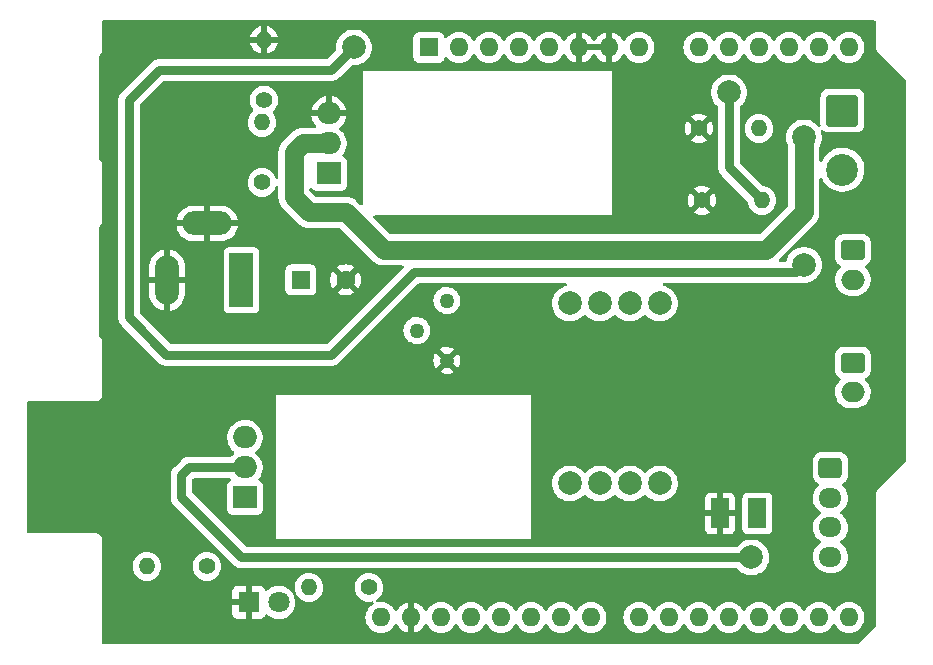
<source format=gbr>
%TF.GenerationSoftware,KiCad,Pcbnew,6.0.11+dfsg-1*%
%TF.CreationDate,2025-02-08T18:08:55+02:00*%
%TF.ProjectId,pet_puller_shield,7065745f-7075-46c6-9c65-725f73686965,rev?*%
%TF.SameCoordinates,Original*%
%TF.FileFunction,Copper,L2,Bot*%
%TF.FilePolarity,Positive*%
%FSLAX46Y46*%
G04 Gerber Fmt 4.6, Leading zero omitted, Abs format (unit mm)*
G04 Created by KiCad (PCBNEW 6.0.11+dfsg-1) date 2025-02-08 18:08:55*
%MOMM*%
%LPD*%
G01*
G04 APERTURE LIST*
G04 Aperture macros list*
%AMRoundRect*
0 Rectangle with rounded corners*
0 $1 Rounding radius*
0 $2 $3 $4 $5 $6 $7 $8 $9 X,Y pos of 4 corners*
0 Add a 4 corners polygon primitive as box body*
4,1,4,$2,$3,$4,$5,$6,$7,$8,$9,$2,$3,0*
0 Add four circle primitives for the rounded corners*
1,1,$1+$1,$2,$3*
1,1,$1+$1,$4,$5*
1,1,$1+$1,$6,$7*
1,1,$1+$1,$8,$9*
0 Add four rect primitives between the rounded corners*
20,1,$1+$1,$2,$3,$4,$5,0*
20,1,$1+$1,$4,$5,$6,$7,0*
20,1,$1+$1,$6,$7,$8,$9,0*
20,1,$1+$1,$8,$9,$2,$3,0*%
G04 Aperture macros list end*
%TA.AperFunction,ComponentPad*%
%ADD10R,1.600000X1.600000*%
%TD*%
%TA.AperFunction,ComponentPad*%
%ADD11O,1.600000X1.600000*%
%TD*%
%TA.AperFunction,ComponentPad*%
%ADD12RoundRect,0.250001X-1.099999X1.099999X-1.099999X-1.099999X1.099999X-1.099999X1.099999X1.099999X0*%
%TD*%
%TA.AperFunction,ComponentPad*%
%ADD13C,2.700000*%
%TD*%
%TA.AperFunction,ComponentPad*%
%ADD14C,1.400000*%
%TD*%
%TA.AperFunction,ComponentPad*%
%ADD15O,1.400000X1.400000*%
%TD*%
%TA.AperFunction,ComponentPad*%
%ADD16R,2.000000X1.905000*%
%TD*%
%TA.AperFunction,ComponentPad*%
%ADD17O,2.000000X1.905000*%
%TD*%
%TA.AperFunction,ComponentPad*%
%ADD18R,1.800000X1.800000*%
%TD*%
%TA.AperFunction,ComponentPad*%
%ADD19C,1.800000*%
%TD*%
%TA.AperFunction,ComponentPad*%
%ADD20RoundRect,0.250000X-0.725000X0.600000X-0.725000X-0.600000X0.725000X-0.600000X0.725000X0.600000X0*%
%TD*%
%TA.AperFunction,ComponentPad*%
%ADD21O,1.950000X1.700000*%
%TD*%
%TA.AperFunction,ComponentPad*%
%ADD22RoundRect,0.250000X-0.750000X0.600000X-0.750000X-0.600000X0.750000X-0.600000X0.750000X0.600000X0*%
%TD*%
%TA.AperFunction,ComponentPad*%
%ADD23O,2.000000X1.700000*%
%TD*%
%TA.AperFunction,ComponentPad*%
%ADD24C,1.600000*%
%TD*%
%TA.AperFunction,ComponentPad*%
%ADD25R,2.000000X4.600000*%
%TD*%
%TA.AperFunction,ComponentPad*%
%ADD26O,2.000000X4.200000*%
%TD*%
%TA.AperFunction,ComponentPad*%
%ADD27O,4.200000X2.000000*%
%TD*%
%TA.AperFunction,ComponentPad*%
%ADD28C,1.260000*%
%TD*%
%TA.AperFunction,ComponentPad*%
%ADD29R,1.524000X2.524000*%
%TD*%
%TA.AperFunction,ComponentPad*%
%ADD30C,2.000000*%
%TD*%
%TA.AperFunction,ViaPad*%
%ADD31C,2.000000*%
%TD*%
%TA.AperFunction,Conductor*%
%ADD32C,0.800000*%
%TD*%
%TA.AperFunction,Conductor*%
%ADD33C,1.600000*%
%TD*%
G04 APERTURE END LIST*
D10*
%TO.P,A1,1,NC*%
%TO.N,unconnected-(A1-Pad1)*%
X151130000Y-85090000D03*
D11*
%TO.P,A1,2,IOREF*%
%TO.N,unconnected-(A1-Pad2)*%
X153670000Y-85090000D03*
%TO.P,A1,3,~{RESET}*%
%TO.N,unconnected-(A1-Pad3)*%
X156210000Y-85090000D03*
%TO.P,A1,4,3V3*%
%TO.N,unconnected-(A1-Pad4)*%
X158750000Y-85090000D03*
%TO.P,A1,5,+5V*%
%TO.N,+5V*%
X161290000Y-85090000D03*
%TO.P,A1,6,GND*%
%TO.N,GND*%
X163830000Y-85090000D03*
%TO.P,A1,7,GND*%
X166370000Y-85090000D03*
%TO.P,A1,8,VIN*%
%TO.N,+12V*%
X168910000Y-85090000D03*
%TO.P,A1,9,A0*%
%TO.N,HOTEND*%
X173990000Y-85090000D03*
%TO.P,A1,10,A1*%
%TO.N,RUNOUT*%
X176530000Y-85090000D03*
%TO.P,A1,11,A2*%
%TO.N,THERMISTOR*%
X179070000Y-85090000D03*
%TO.P,A1,12,A3*%
%TO.N,unconnected-(A1-Pad12)*%
X181610000Y-85090000D03*
%TO.P,A1,13,SDA/A4*%
%TO.N,unconnected-(A1-Pad13)*%
X184150000Y-85090000D03*
%TO.P,A1,14,SCL/A5*%
%TO.N,unconnected-(A1-Pad14)*%
X186690000Y-85090000D03*
%TO.P,A1,15,D0/RX*%
%TO.N,unconnected-(A1-Pad15)*%
X186690000Y-133350000D03*
%TO.P,A1,16,D1/TX*%
%TO.N,unconnected-(A1-Pad16)*%
X184150000Y-133350000D03*
%TO.P,A1,17,D2*%
%TO.N,unconnected-(A1-Pad17)*%
X181610000Y-133350000D03*
%TO.P,A1,18,D3*%
%TO.N,unconnected-(A1-Pad18)*%
X179070000Y-133350000D03*
%TO.P,A1,19,D4*%
%TO.N,M0*%
X176530000Y-133350000D03*
%TO.P,A1,20,D5*%
%TO.N,M1*%
X173990000Y-133350000D03*
%TO.P,A1,21,D6*%
%TO.N,M2*%
X171450000Y-133350000D03*
%TO.P,A1,22,D7*%
%TO.N,M3*%
X168910000Y-133350000D03*
%TO.P,A1,23,D8*%
%TO.N,LED*%
X164850000Y-133350000D03*
%TO.P,A1,24,D9*%
%TO.N,unconnected-(A1-Pad24)*%
X162310000Y-133350000D03*
%TO.P,A1,25,D10*%
%TO.N,unconnected-(A1-Pad25)*%
X159770000Y-133350000D03*
%TO.P,A1,26,D11*%
%TO.N,unconnected-(A1-Pad26)*%
X157230000Y-133350000D03*
%TO.P,A1,27,D12*%
%TO.N,unconnected-(A1-Pad27)*%
X154690000Y-133350000D03*
%TO.P,A1,28,D13*%
%TO.N,unconnected-(A1-Pad28)*%
X152150000Y-133350000D03*
%TO.P,A1,29,GND*%
%TO.N,GND*%
X149610000Y-133350000D03*
%TO.P,A1,30,AREF*%
%TO.N,unconnected-(A1-Pad30)*%
X147070000Y-133350000D03*
%TD*%
D12*
%TO.P,J4,1,Pin_1*%
%TO.N,Net-(J4-Pad1)*%
X186140000Y-90432500D03*
D13*
%TO.P,J4,2,Pin_2*%
%TO.N,+12V*%
X186140000Y-95432500D03*
%TD*%
D14*
%TO.P,R1,1*%
%TO.N,GND*%
X174244000Y-98044000D03*
D15*
%TO.P,R1,2*%
%TO.N,RUNOUT*%
X179324000Y-98044000D03*
%TD*%
D16*
%TO.P,Q1,1,G*%
%TO.N,Net-(Q1-Pad1)*%
X142662000Y-95758000D03*
D17*
%TO.P,Q1,2,D*%
%TO.N,Net-(J4-Pad1)*%
X142662000Y-93218000D03*
%TO.P,Q1,3,S*%
%TO.N,GND*%
X142662000Y-90678000D03*
%TD*%
D14*
%TO.P,R2,1*%
%TO.N,LED*%
X146050000Y-130810000D03*
D15*
%TO.P,R2,2*%
%TO.N,Net-(D1-Pad2)*%
X140970000Y-130810000D03*
%TD*%
D18*
%TO.P,D1,1,K*%
%TO.N,GND*%
X135865000Y-132080000D03*
D19*
%TO.P,D1,2,A*%
%TO.N,Net-(D1-Pad2)*%
X138405000Y-132080000D03*
%TD*%
D20*
%TO.P,J5,1,Pin_1*%
%TO.N,Net-(J5-Pad1)*%
X185120000Y-120710000D03*
D21*
%TO.P,J5,2,Pin_2*%
%TO.N,Net-(J5-Pad2)*%
X185120000Y-123210000D03*
%TO.P,J5,3,Pin_3*%
%TO.N,Net-(J5-Pad3)*%
X185120000Y-125710000D03*
%TO.P,J5,4,Pin_4*%
%TO.N,Net-(J5-Pad4)*%
X185120000Y-128210000D03*
%TD*%
D14*
%TO.P,R3,1*%
%TO.N,GND*%
X173990000Y-91948000D03*
D15*
%TO.P,R3,2*%
%TO.N,THERMISTOR*%
X179070000Y-91948000D03*
%TD*%
D14*
%TO.P,R4,1*%
%TO.N,Net-(R4-Pad1)*%
X132334000Y-129032000D03*
D15*
%TO.P,R4,2*%
%TO.N,+9V*%
X127254000Y-129032000D03*
%TD*%
D22*
%TO.P,J3,1,Pin_1*%
%TO.N,THERMISTOR*%
X187025000Y-102255000D03*
D23*
%TO.P,J3,2,Pin_2*%
%TO.N,+5V*%
X187025000Y-104755000D03*
%TD*%
D16*
%TO.P,U1,1,ADJ*%
%TO.N,Net-(R4-Pad1)*%
X135550000Y-123190000D03*
D17*
%TO.P,U1,2,VO*%
%TO.N,+9V*%
X135550000Y-120650000D03*
%TO.P,U1,3,VI*%
%TO.N,+12V*%
X135550000Y-118110000D03*
%TD*%
D22*
%TO.P,J2,1,Pin_1*%
%TO.N,RUNOUT*%
X187025000Y-111780000D03*
D23*
%TO.P,J2,2,Pin_2*%
%TO.N,+5V*%
X187025000Y-114280000D03*
%TD*%
D14*
%TO.P,R6,1*%
%TO.N,Net-(Q1-Pad1)*%
X136995000Y-96520000D03*
D15*
%TO.P,R6,2*%
%TO.N,HOTEND*%
X136995000Y-91440000D03*
%TD*%
D10*
%TO.P,C1,1*%
%TO.N,+12V*%
X140289094Y-104775000D03*
D24*
%TO.P,C1,2*%
%TO.N,GND*%
X144089094Y-104775000D03*
%TD*%
D25*
%TO.P,J1,1*%
%TO.N,+12V*%
X135255000Y-104790000D03*
D26*
%TO.P,J1,2*%
%TO.N,GND*%
X128955000Y-104790000D03*
D27*
%TO.P,J1,3*%
X132355000Y-99990000D03*
%TD*%
D28*
%TO.P,RV1,1,1*%
%TO.N,Net-(R4-Pad1)*%
X152654000Y-106516000D03*
%TO.P,RV1,2,2*%
X150114000Y-109056000D03*
%TO.P,RV1,3,3*%
%TO.N,GND*%
X152654000Y-111596000D03*
%TD*%
D29*
%TO.P,U2,1,VCC*%
%TO.N,+9V*%
X178943000Y-124547500D03*
%TO.P,U2,2,GND*%
%TO.N,GND*%
X175768000Y-124547500D03*
D30*
%TO.P,U2,3,IN1*%
%TO.N,M0*%
X170688000Y-122007500D03*
%TO.P,U2,4,IN2*%
%TO.N,M1*%
X168148000Y-122007500D03*
%TO.P,U2,5,IN3*%
%TO.N,M2*%
X165608000Y-122007500D03*
%TO.P,U2,6,IN4*%
%TO.N,M3*%
X163068000Y-122007500D03*
%TO.P,U2,7,OUT4*%
%TO.N,Net-(J5-Pad4)*%
X163068000Y-106767500D03*
%TO.P,U2,8,OUT3*%
%TO.N,Net-(J5-Pad3)*%
X165608000Y-106767500D03*
%TO.P,U2,9,OUT2*%
%TO.N,Net-(J5-Pad2)*%
X168148000Y-106767500D03*
%TO.P,U2,10,OUT1*%
%TO.N,Net-(J5-Pad1)*%
X170688000Y-106767500D03*
%TD*%
D14*
%TO.P,R5,1*%
%TO.N,HOTEND*%
X137160000Y-89535000D03*
D15*
%TO.P,R5,2*%
%TO.N,GND*%
X137160000Y-84455000D03*
%TD*%
D31*
%TO.N,+9V*%
X178435000Y-128270000D03*
%TO.N,Net-(J4-Pad1)*%
X182880000Y-92710000D03*
%TO.N,+5V*%
X182880000Y-103505000D03*
X144780000Y-85090000D03*
%TO.N,RUNOUT*%
X176530000Y-88900000D03*
%TD*%
D32*
%TO.N,+9V*%
X177800000Y-128270000D02*
X178435000Y-128270000D01*
D33*
%TO.N,Net-(J4-Pad1)*%
X182880000Y-99060000D02*
X182880000Y-92710000D01*
D32*
%TO.N,+5V*%
X128270000Y-86995000D02*
X142875000Y-86995000D01*
X125730000Y-89535000D02*
X128270000Y-86995000D01*
X142875000Y-86995000D02*
X144780000Y-85090000D01*
X128905000Y-111125000D02*
X125730000Y-107950000D01*
X182245000Y-104140000D02*
X149860000Y-104140000D01*
X125730000Y-107950000D02*
X125730000Y-89535000D01*
X149860000Y-104140000D02*
X142875000Y-111125000D01*
X142875000Y-111125000D02*
X128905000Y-111125000D01*
X182880000Y-103505000D02*
X182245000Y-104140000D01*
%TO.N,RUNOUT*%
X176530000Y-95250000D02*
X176530000Y-88900000D01*
X179324000Y-98044000D02*
X176530000Y-95250000D01*
D33*
%TO.N,Net-(J4-Pad1)*%
X147320000Y-102235000D02*
X144145000Y-99060000D01*
X182880000Y-99060000D02*
X179705000Y-102235000D01*
X179705000Y-102235000D02*
X147320000Y-102235000D01*
X144145000Y-99060000D02*
X140970000Y-99060000D01*
X140970000Y-99060000D02*
X139700000Y-97790000D01*
X140462000Y-93218000D02*
X142662000Y-93218000D01*
X139700000Y-97790000D02*
X139700000Y-93980000D01*
X139700000Y-93980000D02*
X140462000Y-93218000D01*
D32*
%TO.N,+9V*%
X135550000Y-120650000D02*
X130810000Y-120650000D01*
X130810000Y-120650000D02*
X130175000Y-121285000D01*
X130175000Y-121285000D02*
X130175000Y-123190000D01*
X130175000Y-123190000D02*
X135255000Y-128270000D01*
X135255000Y-128270000D02*
X177800000Y-128270000D01*
%TD*%
%TA.AperFunction,Conductor*%
%TO.N,GND*%
G36*
X188917621Y-82824502D02*
G01*
X188964114Y-82878158D01*
X188975500Y-82930500D01*
X188975500Y-85018928D01*
X188974145Y-85031058D01*
X188974627Y-85031097D01*
X188973907Y-85040044D01*
X188971926Y-85048800D01*
X188972482Y-85057760D01*
X188975258Y-85102508D01*
X188975500Y-85110310D01*
X188975500Y-85126513D01*
X188976136Y-85130953D01*
X188976984Y-85136878D01*
X188978013Y-85146928D01*
X188980945Y-85194177D01*
X188983994Y-85202623D01*
X188984593Y-85205514D01*
X188988822Y-85222480D01*
X188989648Y-85225305D01*
X188990920Y-85234187D01*
X189010522Y-85277298D01*
X189014327Y-85286647D01*
X189030404Y-85331181D01*
X189035699Y-85338429D01*
X189037080Y-85341027D01*
X189045915Y-85356145D01*
X189047494Y-85358614D01*
X189051208Y-85366782D01*
X189067339Y-85385503D01*
X189082115Y-85402652D01*
X189088401Y-85410569D01*
X189093548Y-85417615D01*
X189093553Y-85417620D01*
X189096425Y-85421552D01*
X189107400Y-85432527D01*
X189113758Y-85439374D01*
X189146287Y-85477127D01*
X189153822Y-85482011D01*
X189160066Y-85487458D01*
X189171931Y-85497058D01*
X191478595Y-87803723D01*
X191512621Y-87866035D01*
X191515500Y-87892818D01*
X191515500Y-120133182D01*
X191495498Y-120201303D01*
X191478595Y-120222277D01*
X189174696Y-122526177D01*
X189165156Y-122533800D01*
X189165470Y-122534168D01*
X189158634Y-122539986D01*
X189151042Y-122544776D01*
X189145100Y-122551504D01*
X189115407Y-122585125D01*
X189110061Y-122590812D01*
X189098618Y-122602255D01*
X189093755Y-122608744D01*
X189092341Y-122610630D01*
X189085967Y-122618459D01*
X189054622Y-122653951D01*
X189050808Y-122662074D01*
X189049174Y-122664562D01*
X189040186Y-122679523D01*
X189038771Y-122682108D01*
X189033384Y-122689295D01*
X189030233Y-122697701D01*
X189016759Y-122733642D01*
X189012832Y-122742960D01*
X188996851Y-122777000D01*
X188992719Y-122785800D01*
X188991338Y-122794669D01*
X188990472Y-122797502D01*
X188986042Y-122814389D01*
X188985408Y-122817274D01*
X188982255Y-122825684D01*
X188980404Y-122850592D01*
X188978746Y-122872906D01*
X188977592Y-122882952D01*
X188975500Y-122896386D01*
X188975500Y-122911906D01*
X188975154Y-122921243D01*
X188971461Y-122970941D01*
X188973335Y-122979720D01*
X188973898Y-122987978D01*
X188975500Y-123003161D01*
X188975500Y-134103183D01*
X188955498Y-134171304D01*
X188938595Y-134192278D01*
X187532278Y-135598595D01*
X187469966Y-135632621D01*
X187443183Y-135635500D01*
X123570500Y-135635500D01*
X123502379Y-135615498D01*
X123455886Y-135561842D01*
X123444500Y-135509500D01*
X123444500Y-133024669D01*
X134457001Y-133024669D01*
X134457371Y-133031490D01*
X134462895Y-133082352D01*
X134466521Y-133097604D01*
X134511676Y-133218054D01*
X134520214Y-133233649D01*
X134596715Y-133335724D01*
X134609276Y-133348285D01*
X134711351Y-133424786D01*
X134726946Y-133433324D01*
X134847394Y-133478478D01*
X134862649Y-133482105D01*
X134913514Y-133487631D01*
X134920328Y-133488000D01*
X135592885Y-133488000D01*
X135608124Y-133483525D01*
X135609329Y-133482135D01*
X135611000Y-133474452D01*
X135611000Y-133469884D01*
X136119000Y-133469884D01*
X136123475Y-133485123D01*
X136124865Y-133486328D01*
X136132548Y-133487999D01*
X136809669Y-133487999D01*
X136816490Y-133487629D01*
X136867352Y-133482105D01*
X136882604Y-133478479D01*
X137003054Y-133433324D01*
X137018649Y-133424786D01*
X137120724Y-133348285D01*
X137133285Y-133335724D01*
X137209786Y-133233649D01*
X137218324Y-133218054D01*
X137239773Y-133160840D01*
X137282415Y-133104075D01*
X137348977Y-133079376D01*
X137418325Y-133094584D01*
X137438240Y-133108126D01*
X137594349Y-133237730D01*
X137794322Y-133354584D01*
X138010694Y-133437209D01*
X138015760Y-133438240D01*
X138015761Y-133438240D01*
X138068846Y-133449040D01*
X138237656Y-133483385D01*
X138368324Y-133488176D01*
X138463949Y-133491683D01*
X138463953Y-133491683D01*
X138469113Y-133491872D01*
X138474233Y-133491216D01*
X138474235Y-133491216D01*
X138573668Y-133478478D01*
X138698847Y-133462442D01*
X138703795Y-133460957D01*
X138703802Y-133460956D01*
X138915747Y-133397369D01*
X138920690Y-133395886D01*
X139001236Y-133356427D01*
X139124049Y-133296262D01*
X139124052Y-133296260D01*
X139128684Y-133293991D01*
X139317243Y-133159494D01*
X139481303Y-132996005D01*
X139616458Y-132807917D01*
X139653753Y-132732457D01*
X139716784Y-132604922D01*
X139716785Y-132604920D01*
X139719078Y-132600280D01*
X139786408Y-132378671D01*
X139816640Y-132149041D01*
X139817489Y-132114293D01*
X139818245Y-132083365D01*
X139818245Y-132083361D01*
X139818327Y-132080000D01*
X139809006Y-131966630D01*
X139799773Y-131854318D01*
X139799772Y-131854312D01*
X139799349Y-131849167D01*
X139742925Y-131624533D01*
X139740869Y-131619803D01*
X139740866Y-131619796D01*
X139714148Y-131558350D01*
X139705328Y-131487903D01*
X139735995Y-131423872D01*
X139796412Y-131386584D01*
X139867397Y-131387880D01*
X139926412Y-131427347D01*
X139932910Y-131435837D01*
X140040699Y-131589776D01*
X140190224Y-131739301D01*
X140363442Y-131860589D01*
X140368420Y-131862910D01*
X140368423Y-131862912D01*
X140440702Y-131896616D01*
X140555090Y-131949956D01*
X140560398Y-131951378D01*
X140560400Y-131951379D01*
X140754030Y-132003262D01*
X140754032Y-132003262D01*
X140759345Y-132004686D01*
X140970000Y-132023116D01*
X141180655Y-132004686D01*
X141185968Y-132003262D01*
X141185970Y-132003262D01*
X141379600Y-131951379D01*
X141379602Y-131951378D01*
X141384910Y-131949956D01*
X141499298Y-131896616D01*
X141571577Y-131862912D01*
X141571580Y-131862910D01*
X141576558Y-131860589D01*
X141749776Y-131739301D01*
X141899301Y-131589776D01*
X142020589Y-131416558D01*
X142041443Y-131371838D01*
X142107633Y-131229892D01*
X142107634Y-131229891D01*
X142109956Y-131224910D01*
X142133960Y-131135328D01*
X142163262Y-131025970D01*
X142163262Y-131025968D01*
X142164686Y-131020655D01*
X142183116Y-130810000D01*
X144836884Y-130810000D01*
X144855314Y-131020655D01*
X144856738Y-131025968D01*
X144856738Y-131025970D01*
X144886041Y-131135328D01*
X144910044Y-131224910D01*
X144912366Y-131229891D01*
X144912367Y-131229892D01*
X144978558Y-131371838D01*
X144999411Y-131416558D01*
X145120699Y-131589776D01*
X145270224Y-131739301D01*
X145443442Y-131860589D01*
X145448420Y-131862910D01*
X145448423Y-131862912D01*
X145520702Y-131896616D01*
X145635090Y-131949956D01*
X145640398Y-131951378D01*
X145640400Y-131951379D01*
X145834030Y-132003262D01*
X145834032Y-132003262D01*
X145839345Y-132004686D01*
X146050000Y-132023116D01*
X146260655Y-132004686D01*
X146265968Y-132003262D01*
X146265970Y-132003262D01*
X146298319Y-131994594D01*
X146369295Y-131996284D01*
X146428091Y-132036078D01*
X146456039Y-132101343D01*
X146444265Y-132171356D01*
X146403201Y-132219514D01*
X146230211Y-132340643D01*
X146230208Y-132340645D01*
X146225700Y-132343802D01*
X146063802Y-132505700D01*
X145932477Y-132693251D01*
X145930154Y-132698233D01*
X145930151Y-132698238D01*
X145838039Y-132895775D01*
X145835716Y-132900757D01*
X145834294Y-132906065D01*
X145834293Y-132906067D01*
X145781237Y-133104075D01*
X145776457Y-133121913D01*
X145756502Y-133350000D01*
X145776457Y-133578087D01*
X145835716Y-133799243D01*
X145838039Y-133804224D01*
X145838039Y-133804225D01*
X145930151Y-134001762D01*
X145930154Y-134001767D01*
X145932477Y-134006749D01*
X146063802Y-134194300D01*
X146225700Y-134356198D01*
X146230208Y-134359355D01*
X146230211Y-134359357D01*
X146267423Y-134385413D01*
X146413251Y-134487523D01*
X146418233Y-134489846D01*
X146418238Y-134489849D01*
X146614765Y-134581490D01*
X146620757Y-134584284D01*
X146626065Y-134585706D01*
X146626067Y-134585707D01*
X146836598Y-134642119D01*
X146836600Y-134642119D01*
X146841913Y-134643543D01*
X147070000Y-134663498D01*
X147298087Y-134643543D01*
X147303400Y-134642119D01*
X147303402Y-134642119D01*
X147513933Y-134585707D01*
X147513935Y-134585706D01*
X147519243Y-134584284D01*
X147525235Y-134581490D01*
X147721762Y-134489849D01*
X147721767Y-134489846D01*
X147726749Y-134487523D01*
X147872577Y-134385413D01*
X147909789Y-134359357D01*
X147909792Y-134359355D01*
X147914300Y-134356198D01*
X148076198Y-134194300D01*
X148207523Y-134006749D01*
X148209846Y-134001767D01*
X148209849Y-134001762D01*
X148226081Y-133966951D01*
X148272998Y-133913666D01*
X148341275Y-133894205D01*
X148409235Y-133914747D01*
X148454471Y-133966951D01*
X148470586Y-134001511D01*
X148476069Y-134011007D01*
X148601028Y-134189467D01*
X148608084Y-134197875D01*
X148762125Y-134351916D01*
X148770533Y-134358972D01*
X148948993Y-134483931D01*
X148958489Y-134489414D01*
X149155947Y-134581490D01*
X149166239Y-134585236D01*
X149338503Y-134631394D01*
X149352599Y-134631058D01*
X149356000Y-134623116D01*
X149356000Y-134617967D01*
X149864000Y-134617967D01*
X149867973Y-134631498D01*
X149876522Y-134632727D01*
X150053761Y-134585236D01*
X150064053Y-134581490D01*
X150261511Y-134489414D01*
X150271007Y-134483931D01*
X150449467Y-134358972D01*
X150457875Y-134351916D01*
X150611916Y-134197875D01*
X150618972Y-134189467D01*
X150743931Y-134011007D01*
X150749414Y-134001511D01*
X150765529Y-133966951D01*
X150812446Y-133913666D01*
X150880723Y-133894205D01*
X150948683Y-133914747D01*
X150993919Y-133966951D01*
X151010151Y-134001762D01*
X151010154Y-134001767D01*
X151012477Y-134006749D01*
X151143802Y-134194300D01*
X151305700Y-134356198D01*
X151310208Y-134359355D01*
X151310211Y-134359357D01*
X151347423Y-134385413D01*
X151493251Y-134487523D01*
X151498233Y-134489846D01*
X151498238Y-134489849D01*
X151694765Y-134581490D01*
X151700757Y-134584284D01*
X151706065Y-134585706D01*
X151706067Y-134585707D01*
X151916598Y-134642119D01*
X151916600Y-134642119D01*
X151921913Y-134643543D01*
X152150000Y-134663498D01*
X152378087Y-134643543D01*
X152383400Y-134642119D01*
X152383402Y-134642119D01*
X152593933Y-134585707D01*
X152593935Y-134585706D01*
X152599243Y-134584284D01*
X152605235Y-134581490D01*
X152801762Y-134489849D01*
X152801767Y-134489846D01*
X152806749Y-134487523D01*
X152952577Y-134385413D01*
X152989789Y-134359357D01*
X152989792Y-134359355D01*
X152994300Y-134356198D01*
X153156198Y-134194300D01*
X153287523Y-134006749D01*
X153289846Y-134001767D01*
X153289849Y-134001762D01*
X153305805Y-133967543D01*
X153352722Y-133914258D01*
X153420999Y-133894797D01*
X153488959Y-133915339D01*
X153534195Y-133967543D01*
X153550151Y-134001762D01*
X153550154Y-134001767D01*
X153552477Y-134006749D01*
X153683802Y-134194300D01*
X153845700Y-134356198D01*
X153850208Y-134359355D01*
X153850211Y-134359357D01*
X153887423Y-134385413D01*
X154033251Y-134487523D01*
X154038233Y-134489846D01*
X154038238Y-134489849D01*
X154234765Y-134581490D01*
X154240757Y-134584284D01*
X154246065Y-134585706D01*
X154246067Y-134585707D01*
X154456598Y-134642119D01*
X154456600Y-134642119D01*
X154461913Y-134643543D01*
X154690000Y-134663498D01*
X154918087Y-134643543D01*
X154923400Y-134642119D01*
X154923402Y-134642119D01*
X155133933Y-134585707D01*
X155133935Y-134585706D01*
X155139243Y-134584284D01*
X155145235Y-134581490D01*
X155341762Y-134489849D01*
X155341767Y-134489846D01*
X155346749Y-134487523D01*
X155492577Y-134385413D01*
X155529789Y-134359357D01*
X155529792Y-134359355D01*
X155534300Y-134356198D01*
X155696198Y-134194300D01*
X155827523Y-134006749D01*
X155829846Y-134001767D01*
X155829849Y-134001762D01*
X155845805Y-133967543D01*
X155892722Y-133914258D01*
X155960999Y-133894797D01*
X156028959Y-133915339D01*
X156074195Y-133967543D01*
X156090151Y-134001762D01*
X156090154Y-134001767D01*
X156092477Y-134006749D01*
X156223802Y-134194300D01*
X156385700Y-134356198D01*
X156390208Y-134359355D01*
X156390211Y-134359357D01*
X156427423Y-134385413D01*
X156573251Y-134487523D01*
X156578233Y-134489846D01*
X156578238Y-134489849D01*
X156774765Y-134581490D01*
X156780757Y-134584284D01*
X156786065Y-134585706D01*
X156786067Y-134585707D01*
X156996598Y-134642119D01*
X156996600Y-134642119D01*
X157001913Y-134643543D01*
X157230000Y-134663498D01*
X157458087Y-134643543D01*
X157463400Y-134642119D01*
X157463402Y-134642119D01*
X157673933Y-134585707D01*
X157673935Y-134585706D01*
X157679243Y-134584284D01*
X157685235Y-134581490D01*
X157881762Y-134489849D01*
X157881767Y-134489846D01*
X157886749Y-134487523D01*
X158032577Y-134385413D01*
X158069789Y-134359357D01*
X158069792Y-134359355D01*
X158074300Y-134356198D01*
X158236198Y-134194300D01*
X158367523Y-134006749D01*
X158369846Y-134001767D01*
X158369849Y-134001762D01*
X158385805Y-133967543D01*
X158432722Y-133914258D01*
X158500999Y-133894797D01*
X158568959Y-133915339D01*
X158614195Y-133967543D01*
X158630151Y-134001762D01*
X158630154Y-134001767D01*
X158632477Y-134006749D01*
X158763802Y-134194300D01*
X158925700Y-134356198D01*
X158930208Y-134359355D01*
X158930211Y-134359357D01*
X158967423Y-134385413D01*
X159113251Y-134487523D01*
X159118233Y-134489846D01*
X159118238Y-134489849D01*
X159314765Y-134581490D01*
X159320757Y-134584284D01*
X159326065Y-134585706D01*
X159326067Y-134585707D01*
X159536598Y-134642119D01*
X159536600Y-134642119D01*
X159541913Y-134643543D01*
X159770000Y-134663498D01*
X159998087Y-134643543D01*
X160003400Y-134642119D01*
X160003402Y-134642119D01*
X160213933Y-134585707D01*
X160213935Y-134585706D01*
X160219243Y-134584284D01*
X160225235Y-134581490D01*
X160421762Y-134489849D01*
X160421767Y-134489846D01*
X160426749Y-134487523D01*
X160572577Y-134385413D01*
X160609789Y-134359357D01*
X160609792Y-134359355D01*
X160614300Y-134356198D01*
X160776198Y-134194300D01*
X160907523Y-134006749D01*
X160909846Y-134001767D01*
X160909849Y-134001762D01*
X160925805Y-133967543D01*
X160972722Y-133914258D01*
X161040999Y-133894797D01*
X161108959Y-133915339D01*
X161154195Y-133967543D01*
X161170151Y-134001762D01*
X161170154Y-134001767D01*
X161172477Y-134006749D01*
X161303802Y-134194300D01*
X161465700Y-134356198D01*
X161470208Y-134359355D01*
X161470211Y-134359357D01*
X161507423Y-134385413D01*
X161653251Y-134487523D01*
X161658233Y-134489846D01*
X161658238Y-134489849D01*
X161854765Y-134581490D01*
X161860757Y-134584284D01*
X161866065Y-134585706D01*
X161866067Y-134585707D01*
X162076598Y-134642119D01*
X162076600Y-134642119D01*
X162081913Y-134643543D01*
X162310000Y-134663498D01*
X162538087Y-134643543D01*
X162543400Y-134642119D01*
X162543402Y-134642119D01*
X162753933Y-134585707D01*
X162753935Y-134585706D01*
X162759243Y-134584284D01*
X162765235Y-134581490D01*
X162961762Y-134489849D01*
X162961767Y-134489846D01*
X162966749Y-134487523D01*
X163112577Y-134385413D01*
X163149789Y-134359357D01*
X163149792Y-134359355D01*
X163154300Y-134356198D01*
X163316198Y-134194300D01*
X163447523Y-134006749D01*
X163449846Y-134001767D01*
X163449849Y-134001762D01*
X163465805Y-133967543D01*
X163512722Y-133914258D01*
X163580999Y-133894797D01*
X163648959Y-133915339D01*
X163694195Y-133967543D01*
X163710151Y-134001762D01*
X163710154Y-134001767D01*
X163712477Y-134006749D01*
X163843802Y-134194300D01*
X164005700Y-134356198D01*
X164010208Y-134359355D01*
X164010211Y-134359357D01*
X164047423Y-134385413D01*
X164193251Y-134487523D01*
X164198233Y-134489846D01*
X164198238Y-134489849D01*
X164394765Y-134581490D01*
X164400757Y-134584284D01*
X164406065Y-134585706D01*
X164406067Y-134585707D01*
X164616598Y-134642119D01*
X164616600Y-134642119D01*
X164621913Y-134643543D01*
X164850000Y-134663498D01*
X165078087Y-134643543D01*
X165083400Y-134642119D01*
X165083402Y-134642119D01*
X165293933Y-134585707D01*
X165293935Y-134585706D01*
X165299243Y-134584284D01*
X165305235Y-134581490D01*
X165501762Y-134489849D01*
X165501767Y-134489846D01*
X165506749Y-134487523D01*
X165652577Y-134385413D01*
X165689789Y-134359357D01*
X165689792Y-134359355D01*
X165694300Y-134356198D01*
X165856198Y-134194300D01*
X165987523Y-134006749D01*
X165989846Y-134001767D01*
X165989849Y-134001762D01*
X166081961Y-133804225D01*
X166081961Y-133804224D01*
X166084284Y-133799243D01*
X166143543Y-133578087D01*
X166163498Y-133350000D01*
X167596502Y-133350000D01*
X167616457Y-133578087D01*
X167675716Y-133799243D01*
X167678039Y-133804224D01*
X167678039Y-133804225D01*
X167770151Y-134001762D01*
X167770154Y-134001767D01*
X167772477Y-134006749D01*
X167903802Y-134194300D01*
X168065700Y-134356198D01*
X168070208Y-134359355D01*
X168070211Y-134359357D01*
X168107423Y-134385413D01*
X168253251Y-134487523D01*
X168258233Y-134489846D01*
X168258238Y-134489849D01*
X168454765Y-134581490D01*
X168460757Y-134584284D01*
X168466065Y-134585706D01*
X168466067Y-134585707D01*
X168676598Y-134642119D01*
X168676600Y-134642119D01*
X168681913Y-134643543D01*
X168910000Y-134663498D01*
X169138087Y-134643543D01*
X169143400Y-134642119D01*
X169143402Y-134642119D01*
X169353933Y-134585707D01*
X169353935Y-134585706D01*
X169359243Y-134584284D01*
X169365235Y-134581490D01*
X169561762Y-134489849D01*
X169561767Y-134489846D01*
X169566749Y-134487523D01*
X169712577Y-134385413D01*
X169749789Y-134359357D01*
X169749792Y-134359355D01*
X169754300Y-134356198D01*
X169916198Y-134194300D01*
X170047523Y-134006749D01*
X170049846Y-134001767D01*
X170049849Y-134001762D01*
X170065805Y-133967543D01*
X170112722Y-133914258D01*
X170180999Y-133894797D01*
X170248959Y-133915339D01*
X170294195Y-133967543D01*
X170310151Y-134001762D01*
X170310154Y-134001767D01*
X170312477Y-134006749D01*
X170443802Y-134194300D01*
X170605700Y-134356198D01*
X170610208Y-134359355D01*
X170610211Y-134359357D01*
X170647423Y-134385413D01*
X170793251Y-134487523D01*
X170798233Y-134489846D01*
X170798238Y-134489849D01*
X170994765Y-134581490D01*
X171000757Y-134584284D01*
X171006065Y-134585706D01*
X171006067Y-134585707D01*
X171216598Y-134642119D01*
X171216600Y-134642119D01*
X171221913Y-134643543D01*
X171450000Y-134663498D01*
X171678087Y-134643543D01*
X171683400Y-134642119D01*
X171683402Y-134642119D01*
X171893933Y-134585707D01*
X171893935Y-134585706D01*
X171899243Y-134584284D01*
X171905235Y-134581490D01*
X172101762Y-134489849D01*
X172101767Y-134489846D01*
X172106749Y-134487523D01*
X172252577Y-134385413D01*
X172289789Y-134359357D01*
X172289792Y-134359355D01*
X172294300Y-134356198D01*
X172456198Y-134194300D01*
X172587523Y-134006749D01*
X172589846Y-134001767D01*
X172589849Y-134001762D01*
X172605805Y-133967543D01*
X172652722Y-133914258D01*
X172720999Y-133894797D01*
X172788959Y-133915339D01*
X172834195Y-133967543D01*
X172850151Y-134001762D01*
X172850154Y-134001767D01*
X172852477Y-134006749D01*
X172983802Y-134194300D01*
X173145700Y-134356198D01*
X173150208Y-134359355D01*
X173150211Y-134359357D01*
X173187423Y-134385413D01*
X173333251Y-134487523D01*
X173338233Y-134489846D01*
X173338238Y-134489849D01*
X173534765Y-134581490D01*
X173540757Y-134584284D01*
X173546065Y-134585706D01*
X173546067Y-134585707D01*
X173756598Y-134642119D01*
X173756600Y-134642119D01*
X173761913Y-134643543D01*
X173990000Y-134663498D01*
X174218087Y-134643543D01*
X174223400Y-134642119D01*
X174223402Y-134642119D01*
X174433933Y-134585707D01*
X174433935Y-134585706D01*
X174439243Y-134584284D01*
X174445235Y-134581490D01*
X174641762Y-134489849D01*
X174641767Y-134489846D01*
X174646749Y-134487523D01*
X174792577Y-134385413D01*
X174829789Y-134359357D01*
X174829792Y-134359355D01*
X174834300Y-134356198D01*
X174996198Y-134194300D01*
X175127523Y-134006749D01*
X175129846Y-134001767D01*
X175129849Y-134001762D01*
X175145805Y-133967543D01*
X175192722Y-133914258D01*
X175260999Y-133894797D01*
X175328959Y-133915339D01*
X175374195Y-133967543D01*
X175390151Y-134001762D01*
X175390154Y-134001767D01*
X175392477Y-134006749D01*
X175523802Y-134194300D01*
X175685700Y-134356198D01*
X175690208Y-134359355D01*
X175690211Y-134359357D01*
X175727423Y-134385413D01*
X175873251Y-134487523D01*
X175878233Y-134489846D01*
X175878238Y-134489849D01*
X176074765Y-134581490D01*
X176080757Y-134584284D01*
X176086065Y-134585706D01*
X176086067Y-134585707D01*
X176296598Y-134642119D01*
X176296600Y-134642119D01*
X176301913Y-134643543D01*
X176530000Y-134663498D01*
X176758087Y-134643543D01*
X176763400Y-134642119D01*
X176763402Y-134642119D01*
X176973933Y-134585707D01*
X176973935Y-134585706D01*
X176979243Y-134584284D01*
X176985235Y-134581490D01*
X177181762Y-134489849D01*
X177181767Y-134489846D01*
X177186749Y-134487523D01*
X177332577Y-134385413D01*
X177369789Y-134359357D01*
X177369792Y-134359355D01*
X177374300Y-134356198D01*
X177536198Y-134194300D01*
X177667523Y-134006749D01*
X177669846Y-134001767D01*
X177669849Y-134001762D01*
X177685805Y-133967543D01*
X177732722Y-133914258D01*
X177800999Y-133894797D01*
X177868959Y-133915339D01*
X177914195Y-133967543D01*
X177930151Y-134001762D01*
X177930154Y-134001767D01*
X177932477Y-134006749D01*
X178063802Y-134194300D01*
X178225700Y-134356198D01*
X178230208Y-134359355D01*
X178230211Y-134359357D01*
X178267423Y-134385413D01*
X178413251Y-134487523D01*
X178418233Y-134489846D01*
X178418238Y-134489849D01*
X178614765Y-134581490D01*
X178620757Y-134584284D01*
X178626065Y-134585706D01*
X178626067Y-134585707D01*
X178836598Y-134642119D01*
X178836600Y-134642119D01*
X178841913Y-134643543D01*
X179070000Y-134663498D01*
X179298087Y-134643543D01*
X179303400Y-134642119D01*
X179303402Y-134642119D01*
X179513933Y-134585707D01*
X179513935Y-134585706D01*
X179519243Y-134584284D01*
X179525235Y-134581490D01*
X179721762Y-134489849D01*
X179721767Y-134489846D01*
X179726749Y-134487523D01*
X179872577Y-134385413D01*
X179909789Y-134359357D01*
X179909792Y-134359355D01*
X179914300Y-134356198D01*
X180076198Y-134194300D01*
X180207523Y-134006749D01*
X180209846Y-134001767D01*
X180209849Y-134001762D01*
X180225805Y-133967543D01*
X180272722Y-133914258D01*
X180340999Y-133894797D01*
X180408959Y-133915339D01*
X180454195Y-133967543D01*
X180470151Y-134001762D01*
X180470154Y-134001767D01*
X180472477Y-134006749D01*
X180603802Y-134194300D01*
X180765700Y-134356198D01*
X180770208Y-134359355D01*
X180770211Y-134359357D01*
X180807423Y-134385413D01*
X180953251Y-134487523D01*
X180958233Y-134489846D01*
X180958238Y-134489849D01*
X181154765Y-134581490D01*
X181160757Y-134584284D01*
X181166065Y-134585706D01*
X181166067Y-134585707D01*
X181376598Y-134642119D01*
X181376600Y-134642119D01*
X181381913Y-134643543D01*
X181610000Y-134663498D01*
X181838087Y-134643543D01*
X181843400Y-134642119D01*
X181843402Y-134642119D01*
X182053933Y-134585707D01*
X182053935Y-134585706D01*
X182059243Y-134584284D01*
X182065235Y-134581490D01*
X182261762Y-134489849D01*
X182261767Y-134489846D01*
X182266749Y-134487523D01*
X182412577Y-134385413D01*
X182449789Y-134359357D01*
X182449792Y-134359355D01*
X182454300Y-134356198D01*
X182616198Y-134194300D01*
X182747523Y-134006749D01*
X182749846Y-134001767D01*
X182749849Y-134001762D01*
X182765805Y-133967543D01*
X182812722Y-133914258D01*
X182880999Y-133894797D01*
X182948959Y-133915339D01*
X182994195Y-133967543D01*
X183010151Y-134001762D01*
X183010154Y-134001767D01*
X183012477Y-134006749D01*
X183143802Y-134194300D01*
X183305700Y-134356198D01*
X183310208Y-134359355D01*
X183310211Y-134359357D01*
X183347423Y-134385413D01*
X183493251Y-134487523D01*
X183498233Y-134489846D01*
X183498238Y-134489849D01*
X183694765Y-134581490D01*
X183700757Y-134584284D01*
X183706065Y-134585706D01*
X183706067Y-134585707D01*
X183916598Y-134642119D01*
X183916600Y-134642119D01*
X183921913Y-134643543D01*
X184150000Y-134663498D01*
X184378087Y-134643543D01*
X184383400Y-134642119D01*
X184383402Y-134642119D01*
X184593933Y-134585707D01*
X184593935Y-134585706D01*
X184599243Y-134584284D01*
X184605235Y-134581490D01*
X184801762Y-134489849D01*
X184801767Y-134489846D01*
X184806749Y-134487523D01*
X184952577Y-134385413D01*
X184989789Y-134359357D01*
X184989792Y-134359355D01*
X184994300Y-134356198D01*
X185156198Y-134194300D01*
X185287523Y-134006749D01*
X185289846Y-134001767D01*
X185289849Y-134001762D01*
X185305805Y-133967543D01*
X185352722Y-133914258D01*
X185420999Y-133894797D01*
X185488959Y-133915339D01*
X185534195Y-133967543D01*
X185550151Y-134001762D01*
X185550154Y-134001767D01*
X185552477Y-134006749D01*
X185683802Y-134194300D01*
X185845700Y-134356198D01*
X185850208Y-134359355D01*
X185850211Y-134359357D01*
X185887423Y-134385413D01*
X186033251Y-134487523D01*
X186038233Y-134489846D01*
X186038238Y-134489849D01*
X186234765Y-134581490D01*
X186240757Y-134584284D01*
X186246065Y-134585706D01*
X186246067Y-134585707D01*
X186456598Y-134642119D01*
X186456600Y-134642119D01*
X186461913Y-134643543D01*
X186690000Y-134663498D01*
X186918087Y-134643543D01*
X186923400Y-134642119D01*
X186923402Y-134642119D01*
X187133933Y-134585707D01*
X187133935Y-134585706D01*
X187139243Y-134584284D01*
X187145235Y-134581490D01*
X187341762Y-134489849D01*
X187341767Y-134489846D01*
X187346749Y-134487523D01*
X187492577Y-134385413D01*
X187529789Y-134359357D01*
X187529792Y-134359355D01*
X187534300Y-134356198D01*
X187696198Y-134194300D01*
X187827523Y-134006749D01*
X187829846Y-134001767D01*
X187829849Y-134001762D01*
X187921961Y-133804225D01*
X187921961Y-133804224D01*
X187924284Y-133799243D01*
X187983543Y-133578087D01*
X188003498Y-133350000D01*
X187983543Y-133121913D01*
X187978763Y-133104075D01*
X187925707Y-132906067D01*
X187925706Y-132906065D01*
X187924284Y-132900757D01*
X187921961Y-132895775D01*
X187829849Y-132698238D01*
X187829846Y-132698233D01*
X187827523Y-132693251D01*
X187696198Y-132505700D01*
X187534300Y-132343802D01*
X187529792Y-132340645D01*
X187529789Y-132340643D01*
X187438464Y-132276697D01*
X187346749Y-132212477D01*
X187341767Y-132210154D01*
X187341762Y-132210151D01*
X187144225Y-132118039D01*
X187144224Y-132118039D01*
X187139243Y-132115716D01*
X187133935Y-132114294D01*
X187133933Y-132114293D01*
X186923402Y-132057881D01*
X186923400Y-132057881D01*
X186918087Y-132056457D01*
X186690000Y-132036502D01*
X186461913Y-132056457D01*
X186456600Y-132057881D01*
X186456598Y-132057881D01*
X186246067Y-132114293D01*
X186246065Y-132114294D01*
X186240757Y-132115716D01*
X186235776Y-132118039D01*
X186235775Y-132118039D01*
X186038238Y-132210151D01*
X186038233Y-132210154D01*
X186033251Y-132212477D01*
X185941536Y-132276697D01*
X185850211Y-132340643D01*
X185850208Y-132340645D01*
X185845700Y-132343802D01*
X185683802Y-132505700D01*
X185552477Y-132693251D01*
X185550154Y-132698233D01*
X185550151Y-132698238D01*
X185534195Y-132732457D01*
X185487278Y-132785742D01*
X185419001Y-132805203D01*
X185351041Y-132784661D01*
X185305805Y-132732457D01*
X185289849Y-132698238D01*
X185289846Y-132698233D01*
X185287523Y-132693251D01*
X185156198Y-132505700D01*
X184994300Y-132343802D01*
X184989792Y-132340645D01*
X184989789Y-132340643D01*
X184898464Y-132276697D01*
X184806749Y-132212477D01*
X184801767Y-132210154D01*
X184801762Y-132210151D01*
X184604225Y-132118039D01*
X184604224Y-132118039D01*
X184599243Y-132115716D01*
X184593935Y-132114294D01*
X184593933Y-132114293D01*
X184383402Y-132057881D01*
X184383400Y-132057881D01*
X184378087Y-132056457D01*
X184150000Y-132036502D01*
X183921913Y-132056457D01*
X183916600Y-132057881D01*
X183916598Y-132057881D01*
X183706067Y-132114293D01*
X183706065Y-132114294D01*
X183700757Y-132115716D01*
X183695776Y-132118039D01*
X183695775Y-132118039D01*
X183498238Y-132210151D01*
X183498233Y-132210154D01*
X183493251Y-132212477D01*
X183401536Y-132276697D01*
X183310211Y-132340643D01*
X183310208Y-132340645D01*
X183305700Y-132343802D01*
X183143802Y-132505700D01*
X183012477Y-132693251D01*
X183010154Y-132698233D01*
X183010151Y-132698238D01*
X182994195Y-132732457D01*
X182947278Y-132785742D01*
X182879001Y-132805203D01*
X182811041Y-132784661D01*
X182765805Y-132732457D01*
X182749849Y-132698238D01*
X182749846Y-132698233D01*
X182747523Y-132693251D01*
X182616198Y-132505700D01*
X182454300Y-132343802D01*
X182449792Y-132340645D01*
X182449789Y-132340643D01*
X182358464Y-132276697D01*
X182266749Y-132212477D01*
X182261767Y-132210154D01*
X182261762Y-132210151D01*
X182064225Y-132118039D01*
X182064224Y-132118039D01*
X182059243Y-132115716D01*
X182053935Y-132114294D01*
X182053933Y-132114293D01*
X181843402Y-132057881D01*
X181843400Y-132057881D01*
X181838087Y-132056457D01*
X181610000Y-132036502D01*
X181381913Y-132056457D01*
X181376600Y-132057881D01*
X181376598Y-132057881D01*
X181166067Y-132114293D01*
X181166065Y-132114294D01*
X181160757Y-132115716D01*
X181155776Y-132118039D01*
X181155775Y-132118039D01*
X180958238Y-132210151D01*
X180958233Y-132210154D01*
X180953251Y-132212477D01*
X180861536Y-132276697D01*
X180770211Y-132340643D01*
X180770208Y-132340645D01*
X180765700Y-132343802D01*
X180603802Y-132505700D01*
X180472477Y-132693251D01*
X180470154Y-132698233D01*
X180470151Y-132698238D01*
X180454195Y-132732457D01*
X180407278Y-132785742D01*
X180339001Y-132805203D01*
X180271041Y-132784661D01*
X180225805Y-132732457D01*
X180209849Y-132698238D01*
X180209846Y-132698233D01*
X180207523Y-132693251D01*
X180076198Y-132505700D01*
X179914300Y-132343802D01*
X179909792Y-132340645D01*
X179909789Y-132340643D01*
X179818464Y-132276697D01*
X179726749Y-132212477D01*
X179721767Y-132210154D01*
X179721762Y-132210151D01*
X179524225Y-132118039D01*
X179524224Y-132118039D01*
X179519243Y-132115716D01*
X179513935Y-132114294D01*
X179513933Y-132114293D01*
X179303402Y-132057881D01*
X179303400Y-132057881D01*
X179298087Y-132056457D01*
X179070000Y-132036502D01*
X178841913Y-132056457D01*
X178836600Y-132057881D01*
X178836598Y-132057881D01*
X178626067Y-132114293D01*
X178626065Y-132114294D01*
X178620757Y-132115716D01*
X178615776Y-132118039D01*
X178615775Y-132118039D01*
X178418238Y-132210151D01*
X178418233Y-132210154D01*
X178413251Y-132212477D01*
X178321536Y-132276697D01*
X178230211Y-132340643D01*
X178230208Y-132340645D01*
X178225700Y-132343802D01*
X178063802Y-132505700D01*
X177932477Y-132693251D01*
X177930154Y-132698233D01*
X177930151Y-132698238D01*
X177914195Y-132732457D01*
X177867278Y-132785742D01*
X177799001Y-132805203D01*
X177731041Y-132784661D01*
X177685805Y-132732457D01*
X177669849Y-132698238D01*
X177669846Y-132698233D01*
X177667523Y-132693251D01*
X177536198Y-132505700D01*
X177374300Y-132343802D01*
X177369792Y-132340645D01*
X177369789Y-132340643D01*
X177278464Y-132276697D01*
X177186749Y-132212477D01*
X177181767Y-132210154D01*
X177181762Y-132210151D01*
X176984225Y-132118039D01*
X176984224Y-132118039D01*
X176979243Y-132115716D01*
X176973935Y-132114294D01*
X176973933Y-132114293D01*
X176763402Y-132057881D01*
X176763400Y-132057881D01*
X176758087Y-132056457D01*
X176530000Y-132036502D01*
X176301913Y-132056457D01*
X176296600Y-132057881D01*
X176296598Y-132057881D01*
X176086067Y-132114293D01*
X176086065Y-132114294D01*
X176080757Y-132115716D01*
X176075776Y-132118039D01*
X176075775Y-132118039D01*
X175878238Y-132210151D01*
X175878233Y-132210154D01*
X175873251Y-132212477D01*
X175781536Y-132276697D01*
X175690211Y-132340643D01*
X175690208Y-132340645D01*
X175685700Y-132343802D01*
X175523802Y-132505700D01*
X175392477Y-132693251D01*
X175390154Y-132698233D01*
X175390151Y-132698238D01*
X175374195Y-132732457D01*
X175327278Y-132785742D01*
X175259001Y-132805203D01*
X175191041Y-132784661D01*
X175145805Y-132732457D01*
X175129849Y-132698238D01*
X175129846Y-132698233D01*
X175127523Y-132693251D01*
X174996198Y-132505700D01*
X174834300Y-132343802D01*
X174829792Y-132340645D01*
X174829789Y-132340643D01*
X174738464Y-132276697D01*
X174646749Y-132212477D01*
X174641767Y-132210154D01*
X174641762Y-132210151D01*
X174444225Y-132118039D01*
X174444224Y-132118039D01*
X174439243Y-132115716D01*
X174433935Y-132114294D01*
X174433933Y-132114293D01*
X174223402Y-132057881D01*
X174223400Y-132057881D01*
X174218087Y-132056457D01*
X173990000Y-132036502D01*
X173761913Y-132056457D01*
X173756600Y-132057881D01*
X173756598Y-132057881D01*
X173546067Y-132114293D01*
X173546065Y-132114294D01*
X173540757Y-132115716D01*
X173535776Y-132118039D01*
X173535775Y-132118039D01*
X173338238Y-132210151D01*
X173338233Y-132210154D01*
X173333251Y-132212477D01*
X173241536Y-132276697D01*
X173150211Y-132340643D01*
X173150208Y-132340645D01*
X173145700Y-132343802D01*
X172983802Y-132505700D01*
X172852477Y-132693251D01*
X172850154Y-132698233D01*
X172850151Y-132698238D01*
X172834195Y-132732457D01*
X172787278Y-132785742D01*
X172719001Y-132805203D01*
X172651041Y-132784661D01*
X172605805Y-132732457D01*
X172589849Y-132698238D01*
X172589846Y-132698233D01*
X172587523Y-132693251D01*
X172456198Y-132505700D01*
X172294300Y-132343802D01*
X172289792Y-132340645D01*
X172289789Y-132340643D01*
X172198464Y-132276697D01*
X172106749Y-132212477D01*
X172101767Y-132210154D01*
X172101762Y-132210151D01*
X171904225Y-132118039D01*
X171904224Y-132118039D01*
X171899243Y-132115716D01*
X171893935Y-132114294D01*
X171893933Y-132114293D01*
X171683402Y-132057881D01*
X171683400Y-132057881D01*
X171678087Y-132056457D01*
X171450000Y-132036502D01*
X171221913Y-132056457D01*
X171216600Y-132057881D01*
X171216598Y-132057881D01*
X171006067Y-132114293D01*
X171006065Y-132114294D01*
X171000757Y-132115716D01*
X170995776Y-132118039D01*
X170995775Y-132118039D01*
X170798238Y-132210151D01*
X170798233Y-132210154D01*
X170793251Y-132212477D01*
X170701536Y-132276697D01*
X170610211Y-132340643D01*
X170610208Y-132340645D01*
X170605700Y-132343802D01*
X170443802Y-132505700D01*
X170312477Y-132693251D01*
X170310154Y-132698233D01*
X170310151Y-132698238D01*
X170294195Y-132732457D01*
X170247278Y-132785742D01*
X170179001Y-132805203D01*
X170111041Y-132784661D01*
X170065805Y-132732457D01*
X170049849Y-132698238D01*
X170049846Y-132698233D01*
X170047523Y-132693251D01*
X169916198Y-132505700D01*
X169754300Y-132343802D01*
X169749792Y-132340645D01*
X169749789Y-132340643D01*
X169658464Y-132276697D01*
X169566749Y-132212477D01*
X169561767Y-132210154D01*
X169561762Y-132210151D01*
X169364225Y-132118039D01*
X169364224Y-132118039D01*
X169359243Y-132115716D01*
X169353935Y-132114294D01*
X169353933Y-132114293D01*
X169143402Y-132057881D01*
X169143400Y-132057881D01*
X169138087Y-132056457D01*
X168910000Y-132036502D01*
X168681913Y-132056457D01*
X168676600Y-132057881D01*
X168676598Y-132057881D01*
X168466067Y-132114293D01*
X168466065Y-132114294D01*
X168460757Y-132115716D01*
X168455776Y-132118039D01*
X168455775Y-132118039D01*
X168258238Y-132210151D01*
X168258233Y-132210154D01*
X168253251Y-132212477D01*
X168161536Y-132276697D01*
X168070211Y-132340643D01*
X168070208Y-132340645D01*
X168065700Y-132343802D01*
X167903802Y-132505700D01*
X167772477Y-132693251D01*
X167770154Y-132698233D01*
X167770151Y-132698238D01*
X167678039Y-132895775D01*
X167675716Y-132900757D01*
X167674294Y-132906065D01*
X167674293Y-132906067D01*
X167621237Y-133104075D01*
X167616457Y-133121913D01*
X167596502Y-133350000D01*
X166163498Y-133350000D01*
X166143543Y-133121913D01*
X166138763Y-133104075D01*
X166085707Y-132906067D01*
X166085706Y-132906065D01*
X166084284Y-132900757D01*
X166081961Y-132895775D01*
X165989849Y-132698238D01*
X165989846Y-132698233D01*
X165987523Y-132693251D01*
X165856198Y-132505700D01*
X165694300Y-132343802D01*
X165689792Y-132340645D01*
X165689789Y-132340643D01*
X165598464Y-132276697D01*
X165506749Y-132212477D01*
X165501767Y-132210154D01*
X165501762Y-132210151D01*
X165304225Y-132118039D01*
X165304224Y-132118039D01*
X165299243Y-132115716D01*
X165293935Y-132114294D01*
X165293933Y-132114293D01*
X165083402Y-132057881D01*
X165083400Y-132057881D01*
X165078087Y-132056457D01*
X164850000Y-132036502D01*
X164621913Y-132056457D01*
X164616600Y-132057881D01*
X164616598Y-132057881D01*
X164406067Y-132114293D01*
X164406065Y-132114294D01*
X164400757Y-132115716D01*
X164395776Y-132118039D01*
X164395775Y-132118039D01*
X164198238Y-132210151D01*
X164198233Y-132210154D01*
X164193251Y-132212477D01*
X164101536Y-132276697D01*
X164010211Y-132340643D01*
X164010208Y-132340645D01*
X164005700Y-132343802D01*
X163843802Y-132505700D01*
X163712477Y-132693251D01*
X163710154Y-132698233D01*
X163710151Y-132698238D01*
X163694195Y-132732457D01*
X163647278Y-132785742D01*
X163579001Y-132805203D01*
X163511041Y-132784661D01*
X163465805Y-132732457D01*
X163449849Y-132698238D01*
X163449846Y-132698233D01*
X163447523Y-132693251D01*
X163316198Y-132505700D01*
X163154300Y-132343802D01*
X163149792Y-132340645D01*
X163149789Y-132340643D01*
X163058464Y-132276697D01*
X162966749Y-132212477D01*
X162961767Y-132210154D01*
X162961762Y-132210151D01*
X162764225Y-132118039D01*
X162764224Y-132118039D01*
X162759243Y-132115716D01*
X162753935Y-132114294D01*
X162753933Y-132114293D01*
X162543402Y-132057881D01*
X162543400Y-132057881D01*
X162538087Y-132056457D01*
X162310000Y-132036502D01*
X162081913Y-132056457D01*
X162076600Y-132057881D01*
X162076598Y-132057881D01*
X161866067Y-132114293D01*
X161866065Y-132114294D01*
X161860757Y-132115716D01*
X161855776Y-132118039D01*
X161855775Y-132118039D01*
X161658238Y-132210151D01*
X161658233Y-132210154D01*
X161653251Y-132212477D01*
X161561536Y-132276697D01*
X161470211Y-132340643D01*
X161470208Y-132340645D01*
X161465700Y-132343802D01*
X161303802Y-132505700D01*
X161172477Y-132693251D01*
X161170154Y-132698233D01*
X161170151Y-132698238D01*
X161154195Y-132732457D01*
X161107278Y-132785742D01*
X161039001Y-132805203D01*
X160971041Y-132784661D01*
X160925805Y-132732457D01*
X160909849Y-132698238D01*
X160909846Y-132698233D01*
X160907523Y-132693251D01*
X160776198Y-132505700D01*
X160614300Y-132343802D01*
X160609792Y-132340645D01*
X160609789Y-132340643D01*
X160518464Y-132276697D01*
X160426749Y-132212477D01*
X160421767Y-132210154D01*
X160421762Y-132210151D01*
X160224225Y-132118039D01*
X160224224Y-132118039D01*
X160219243Y-132115716D01*
X160213935Y-132114294D01*
X160213933Y-132114293D01*
X160003402Y-132057881D01*
X160003400Y-132057881D01*
X159998087Y-132056457D01*
X159770000Y-132036502D01*
X159541913Y-132056457D01*
X159536600Y-132057881D01*
X159536598Y-132057881D01*
X159326067Y-132114293D01*
X159326065Y-132114294D01*
X159320757Y-132115716D01*
X159315776Y-132118039D01*
X159315775Y-132118039D01*
X159118238Y-132210151D01*
X159118233Y-132210154D01*
X159113251Y-132212477D01*
X159021536Y-132276697D01*
X158930211Y-132340643D01*
X158930208Y-132340645D01*
X158925700Y-132343802D01*
X158763802Y-132505700D01*
X158632477Y-132693251D01*
X158630154Y-132698233D01*
X158630151Y-132698238D01*
X158614195Y-132732457D01*
X158567278Y-132785742D01*
X158499001Y-132805203D01*
X158431041Y-132784661D01*
X158385805Y-132732457D01*
X158369849Y-132698238D01*
X158369846Y-132698233D01*
X158367523Y-132693251D01*
X158236198Y-132505700D01*
X158074300Y-132343802D01*
X158069792Y-132340645D01*
X158069789Y-132340643D01*
X157978464Y-132276697D01*
X157886749Y-132212477D01*
X157881767Y-132210154D01*
X157881762Y-132210151D01*
X157684225Y-132118039D01*
X157684224Y-132118039D01*
X157679243Y-132115716D01*
X157673935Y-132114294D01*
X157673933Y-132114293D01*
X157463402Y-132057881D01*
X157463400Y-132057881D01*
X157458087Y-132056457D01*
X157230000Y-132036502D01*
X157001913Y-132056457D01*
X156996600Y-132057881D01*
X156996598Y-132057881D01*
X156786067Y-132114293D01*
X156786065Y-132114294D01*
X156780757Y-132115716D01*
X156775776Y-132118039D01*
X156775775Y-132118039D01*
X156578238Y-132210151D01*
X156578233Y-132210154D01*
X156573251Y-132212477D01*
X156481536Y-132276697D01*
X156390211Y-132340643D01*
X156390208Y-132340645D01*
X156385700Y-132343802D01*
X156223802Y-132505700D01*
X156092477Y-132693251D01*
X156090154Y-132698233D01*
X156090151Y-132698238D01*
X156074195Y-132732457D01*
X156027278Y-132785742D01*
X155959001Y-132805203D01*
X155891041Y-132784661D01*
X155845805Y-132732457D01*
X155829849Y-132698238D01*
X155829846Y-132698233D01*
X155827523Y-132693251D01*
X155696198Y-132505700D01*
X155534300Y-132343802D01*
X155529792Y-132340645D01*
X155529789Y-132340643D01*
X155438464Y-132276697D01*
X155346749Y-132212477D01*
X155341767Y-132210154D01*
X155341762Y-132210151D01*
X155144225Y-132118039D01*
X155144224Y-132118039D01*
X155139243Y-132115716D01*
X155133935Y-132114294D01*
X155133933Y-132114293D01*
X154923402Y-132057881D01*
X154923400Y-132057881D01*
X154918087Y-132056457D01*
X154690000Y-132036502D01*
X154461913Y-132056457D01*
X154456600Y-132057881D01*
X154456598Y-132057881D01*
X154246067Y-132114293D01*
X154246065Y-132114294D01*
X154240757Y-132115716D01*
X154235776Y-132118039D01*
X154235775Y-132118039D01*
X154038238Y-132210151D01*
X154038233Y-132210154D01*
X154033251Y-132212477D01*
X153941536Y-132276697D01*
X153850211Y-132340643D01*
X153850208Y-132340645D01*
X153845700Y-132343802D01*
X153683802Y-132505700D01*
X153552477Y-132693251D01*
X153550154Y-132698233D01*
X153550151Y-132698238D01*
X153534195Y-132732457D01*
X153487278Y-132785742D01*
X153419001Y-132805203D01*
X153351041Y-132784661D01*
X153305805Y-132732457D01*
X153289849Y-132698238D01*
X153289846Y-132698233D01*
X153287523Y-132693251D01*
X153156198Y-132505700D01*
X152994300Y-132343802D01*
X152989792Y-132340645D01*
X152989789Y-132340643D01*
X152898464Y-132276697D01*
X152806749Y-132212477D01*
X152801767Y-132210154D01*
X152801762Y-132210151D01*
X152604225Y-132118039D01*
X152604224Y-132118039D01*
X152599243Y-132115716D01*
X152593935Y-132114294D01*
X152593933Y-132114293D01*
X152383402Y-132057881D01*
X152383400Y-132057881D01*
X152378087Y-132056457D01*
X152150000Y-132036502D01*
X151921913Y-132056457D01*
X151916600Y-132057881D01*
X151916598Y-132057881D01*
X151706067Y-132114293D01*
X151706065Y-132114294D01*
X151700757Y-132115716D01*
X151695776Y-132118039D01*
X151695775Y-132118039D01*
X151498238Y-132210151D01*
X151498233Y-132210154D01*
X151493251Y-132212477D01*
X151401536Y-132276697D01*
X151310211Y-132340643D01*
X151310208Y-132340645D01*
X151305700Y-132343802D01*
X151143802Y-132505700D01*
X151012477Y-132693251D01*
X151010154Y-132698233D01*
X151010151Y-132698238D01*
X150993919Y-132733049D01*
X150947002Y-132786334D01*
X150878725Y-132805795D01*
X150810765Y-132785253D01*
X150765529Y-132733049D01*
X150749414Y-132698489D01*
X150743931Y-132688993D01*
X150618972Y-132510533D01*
X150611916Y-132502125D01*
X150457875Y-132348084D01*
X150449467Y-132341028D01*
X150271007Y-132216069D01*
X150261511Y-132210586D01*
X150064053Y-132118510D01*
X150053761Y-132114764D01*
X149881497Y-132068606D01*
X149867401Y-132068942D01*
X149864000Y-132076884D01*
X149864000Y-134617967D01*
X149356000Y-134617967D01*
X149356000Y-132082033D01*
X149352027Y-132068502D01*
X149343478Y-132067273D01*
X149166239Y-132114764D01*
X149155947Y-132118510D01*
X148958489Y-132210586D01*
X148948993Y-132216069D01*
X148770533Y-132341028D01*
X148762125Y-132348084D01*
X148608084Y-132502125D01*
X148601028Y-132510533D01*
X148476069Y-132688993D01*
X148470586Y-132698489D01*
X148454471Y-132733049D01*
X148407554Y-132786334D01*
X148339277Y-132805795D01*
X148271317Y-132785253D01*
X148226081Y-132733049D01*
X148209849Y-132698238D01*
X148209846Y-132698233D01*
X148207523Y-132693251D01*
X148076198Y-132505700D01*
X147914300Y-132343802D01*
X147909792Y-132340645D01*
X147909789Y-132340643D01*
X147818464Y-132276697D01*
X147726749Y-132212477D01*
X147721767Y-132210154D01*
X147721762Y-132210151D01*
X147524225Y-132118039D01*
X147524224Y-132118039D01*
X147519243Y-132115716D01*
X147513935Y-132114294D01*
X147513933Y-132114293D01*
X147303402Y-132057881D01*
X147303400Y-132057881D01*
X147298087Y-132056457D01*
X147070000Y-132036502D01*
X146841913Y-132056457D01*
X146778764Y-132073378D01*
X146707788Y-132071688D01*
X146648992Y-132031894D01*
X146621044Y-131966630D01*
X146632817Y-131896616D01*
X146673883Y-131848458D01*
X146712347Y-131821525D01*
X146829776Y-131739301D01*
X146979301Y-131589776D01*
X147100589Y-131416558D01*
X147121443Y-131371838D01*
X147187633Y-131229892D01*
X147187634Y-131229891D01*
X147189956Y-131224910D01*
X147213960Y-131135328D01*
X147243262Y-131025970D01*
X147243262Y-131025968D01*
X147244686Y-131020655D01*
X147263116Y-130810000D01*
X147244686Y-130599345D01*
X147189956Y-130395090D01*
X147119799Y-130244637D01*
X147102912Y-130208423D01*
X147102910Y-130208420D01*
X147100589Y-130203442D01*
X146979301Y-130030224D01*
X146829776Y-129880699D01*
X146656558Y-129759411D01*
X146651580Y-129757090D01*
X146651577Y-129757088D01*
X146469892Y-129672367D01*
X146469891Y-129672366D01*
X146464910Y-129670044D01*
X146459602Y-129668622D01*
X146459600Y-129668621D01*
X146265970Y-129616738D01*
X146265968Y-129616738D01*
X146260655Y-129615314D01*
X146050000Y-129596884D01*
X145839345Y-129615314D01*
X145834032Y-129616738D01*
X145834030Y-129616738D01*
X145640400Y-129668621D01*
X145640398Y-129668622D01*
X145635090Y-129670044D01*
X145630109Y-129672366D01*
X145630108Y-129672367D01*
X145448423Y-129757088D01*
X145448420Y-129757090D01*
X145443442Y-129759411D01*
X145270224Y-129880699D01*
X145120699Y-130030224D01*
X144999411Y-130203442D01*
X144997090Y-130208420D01*
X144997088Y-130208423D01*
X144980201Y-130244637D01*
X144910044Y-130395090D01*
X144855314Y-130599345D01*
X144836884Y-130810000D01*
X142183116Y-130810000D01*
X142164686Y-130599345D01*
X142109956Y-130395090D01*
X142039799Y-130244637D01*
X142022912Y-130208423D01*
X142022910Y-130208420D01*
X142020589Y-130203442D01*
X141899301Y-130030224D01*
X141749776Y-129880699D01*
X141576558Y-129759411D01*
X141571580Y-129757090D01*
X141571577Y-129757088D01*
X141389892Y-129672367D01*
X141389891Y-129672366D01*
X141384910Y-129670044D01*
X141379602Y-129668622D01*
X141379600Y-129668621D01*
X141185970Y-129616738D01*
X141185968Y-129616738D01*
X141180655Y-129615314D01*
X140970000Y-129596884D01*
X140759345Y-129615314D01*
X140754032Y-129616738D01*
X140754030Y-129616738D01*
X140560400Y-129668621D01*
X140560398Y-129668622D01*
X140555090Y-129670044D01*
X140550109Y-129672366D01*
X140550108Y-129672367D01*
X140368423Y-129757088D01*
X140368420Y-129757090D01*
X140363442Y-129759411D01*
X140190224Y-129880699D01*
X140040699Y-130030224D01*
X139919411Y-130203442D01*
X139917090Y-130208420D01*
X139917088Y-130208423D01*
X139900201Y-130244637D01*
X139830044Y-130395090D01*
X139775314Y-130599345D01*
X139756884Y-130810000D01*
X139775314Y-131020655D01*
X139776738Y-131025968D01*
X139776738Y-131025970D01*
X139806041Y-131135328D01*
X139830044Y-131224910D01*
X139832367Y-131229892D01*
X139832369Y-131229897D01*
X139834900Y-131235325D01*
X139845561Y-131305517D01*
X139816580Y-131370329D01*
X139757160Y-131409185D01*
X139686166Y-131409748D01*
X139626137Y-131371838D01*
X139614913Y-131357014D01*
X139527574Y-131222009D01*
X139524764Y-131217665D01*
X139368887Y-131046358D01*
X139364836Y-131043159D01*
X139364832Y-131043155D01*
X139191177Y-130906011D01*
X139191172Y-130906008D01*
X139187123Y-130902810D01*
X139182607Y-130900317D01*
X139182604Y-130900315D01*
X138988879Y-130793373D01*
X138988875Y-130793371D01*
X138984355Y-130790876D01*
X138979486Y-130789152D01*
X138979482Y-130789150D01*
X138770903Y-130715288D01*
X138770899Y-130715287D01*
X138766028Y-130713562D01*
X138760935Y-130712655D01*
X138760932Y-130712654D01*
X138543095Y-130673851D01*
X138543089Y-130673850D01*
X138538006Y-130672945D01*
X138460644Y-130672000D01*
X138311581Y-130670179D01*
X138311579Y-130670179D01*
X138306411Y-130670116D01*
X138077464Y-130705150D01*
X137857314Y-130777106D01*
X137852726Y-130779494D01*
X137852722Y-130779496D01*
X137656461Y-130881663D01*
X137651872Y-130884052D01*
X137647739Y-130887155D01*
X137647736Y-130887157D01*
X137470790Y-131020012D01*
X137466655Y-131023117D01*
X137463083Y-131026855D01*
X137448787Y-131041815D01*
X137387263Y-131077245D01*
X137316351Y-131073788D01*
X137258564Y-131032543D01*
X137239711Y-130998994D01*
X137218324Y-130941946D01*
X137209786Y-130926351D01*
X137133285Y-130824276D01*
X137120724Y-130811715D01*
X137018649Y-130735214D01*
X137003054Y-130726676D01*
X136882606Y-130681522D01*
X136867351Y-130677895D01*
X136816486Y-130672369D01*
X136809672Y-130672000D01*
X136137115Y-130672000D01*
X136121876Y-130676475D01*
X136120671Y-130677865D01*
X136119000Y-130685548D01*
X136119000Y-133469884D01*
X135611000Y-133469884D01*
X135611000Y-132352115D01*
X135606525Y-132336876D01*
X135605135Y-132335671D01*
X135597452Y-132334000D01*
X134475116Y-132334000D01*
X134459877Y-132338475D01*
X134458672Y-132339865D01*
X134457001Y-132347548D01*
X134457001Y-133024669D01*
X123444500Y-133024669D01*
X123444500Y-131807885D01*
X134457000Y-131807885D01*
X134461475Y-131823124D01*
X134462865Y-131824329D01*
X134470548Y-131826000D01*
X135592885Y-131826000D01*
X135608124Y-131821525D01*
X135609329Y-131820135D01*
X135611000Y-131812452D01*
X135611000Y-130690116D01*
X135606525Y-130674877D01*
X135605135Y-130673672D01*
X135597452Y-130672001D01*
X134920331Y-130672001D01*
X134913510Y-130672371D01*
X134862648Y-130677895D01*
X134847396Y-130681521D01*
X134726946Y-130726676D01*
X134711351Y-130735214D01*
X134609276Y-130811715D01*
X134596715Y-130824276D01*
X134520214Y-130926351D01*
X134511676Y-130941946D01*
X134466522Y-131062394D01*
X134462895Y-131077649D01*
X134457369Y-131128514D01*
X134457000Y-131135328D01*
X134457000Y-131807885D01*
X123444500Y-131807885D01*
X123444500Y-129032000D01*
X126040884Y-129032000D01*
X126059314Y-129242655D01*
X126114044Y-129446910D01*
X126116366Y-129451891D01*
X126116367Y-129451892D01*
X126193937Y-129618240D01*
X126203411Y-129638558D01*
X126324699Y-129811776D01*
X126474224Y-129961301D01*
X126647442Y-130082589D01*
X126652420Y-130084910D01*
X126652423Y-130084912D01*
X126834108Y-130169633D01*
X126839090Y-130171956D01*
X126844398Y-130173378D01*
X126844400Y-130173379D01*
X127038030Y-130225262D01*
X127038032Y-130225262D01*
X127043345Y-130226686D01*
X127254000Y-130245116D01*
X127464655Y-130226686D01*
X127469968Y-130225262D01*
X127469970Y-130225262D01*
X127663600Y-130173379D01*
X127663602Y-130173378D01*
X127668910Y-130171956D01*
X127673892Y-130169633D01*
X127855577Y-130084912D01*
X127855580Y-130084910D01*
X127860558Y-130082589D01*
X128033776Y-129961301D01*
X128183301Y-129811776D01*
X128304589Y-129638558D01*
X128314064Y-129618240D01*
X128391633Y-129451892D01*
X128391634Y-129451891D01*
X128393956Y-129446910D01*
X128448686Y-129242655D01*
X128467116Y-129032000D01*
X131120884Y-129032000D01*
X131139314Y-129242655D01*
X131194044Y-129446910D01*
X131196366Y-129451891D01*
X131196367Y-129451892D01*
X131273937Y-129618240D01*
X131283411Y-129638558D01*
X131404699Y-129811776D01*
X131554224Y-129961301D01*
X131727442Y-130082589D01*
X131732420Y-130084910D01*
X131732423Y-130084912D01*
X131914108Y-130169633D01*
X131919090Y-130171956D01*
X131924398Y-130173378D01*
X131924400Y-130173379D01*
X132118030Y-130225262D01*
X132118032Y-130225262D01*
X132123345Y-130226686D01*
X132334000Y-130245116D01*
X132544655Y-130226686D01*
X132549968Y-130225262D01*
X132549970Y-130225262D01*
X132743600Y-130173379D01*
X132743602Y-130173378D01*
X132748910Y-130171956D01*
X132753892Y-130169633D01*
X132935577Y-130084912D01*
X132935580Y-130084910D01*
X132940558Y-130082589D01*
X133113776Y-129961301D01*
X133263301Y-129811776D01*
X133384589Y-129638558D01*
X133394064Y-129618240D01*
X133471633Y-129451892D01*
X133471634Y-129451891D01*
X133473956Y-129446910D01*
X133528686Y-129242655D01*
X133547116Y-129032000D01*
X133528686Y-128821345D01*
X133473956Y-128617090D01*
X133424730Y-128511524D01*
X133386912Y-128430423D01*
X133386910Y-128430420D01*
X133384589Y-128425442D01*
X133263301Y-128252224D01*
X133113776Y-128102699D01*
X132940558Y-127981411D01*
X132935580Y-127979090D01*
X132935577Y-127979088D01*
X132753892Y-127894367D01*
X132753891Y-127894366D01*
X132748910Y-127892044D01*
X132743602Y-127890622D01*
X132743600Y-127890621D01*
X132549970Y-127838738D01*
X132549968Y-127838738D01*
X132544655Y-127837314D01*
X132334000Y-127818884D01*
X132123345Y-127837314D01*
X132118032Y-127838738D01*
X132118030Y-127838738D01*
X131924400Y-127890621D01*
X131924398Y-127890622D01*
X131919090Y-127892044D01*
X131914109Y-127894366D01*
X131914108Y-127894367D01*
X131732423Y-127979088D01*
X131732420Y-127979090D01*
X131727442Y-127981411D01*
X131554224Y-128102699D01*
X131404699Y-128252224D01*
X131283411Y-128425442D01*
X131281090Y-128430420D01*
X131281088Y-128430423D01*
X131243270Y-128511524D01*
X131194044Y-128617090D01*
X131139314Y-128821345D01*
X131120884Y-129032000D01*
X128467116Y-129032000D01*
X128448686Y-128821345D01*
X128393956Y-128617090D01*
X128344730Y-128511524D01*
X128306912Y-128430423D01*
X128306910Y-128430420D01*
X128304589Y-128425442D01*
X128183301Y-128252224D01*
X128033776Y-128102699D01*
X127860558Y-127981411D01*
X127855580Y-127979090D01*
X127855577Y-127979088D01*
X127673892Y-127894367D01*
X127673891Y-127894366D01*
X127668910Y-127892044D01*
X127663602Y-127890622D01*
X127663600Y-127890621D01*
X127469970Y-127838738D01*
X127469968Y-127838738D01*
X127464655Y-127837314D01*
X127254000Y-127818884D01*
X127043345Y-127837314D01*
X127038032Y-127838738D01*
X127038030Y-127838738D01*
X126844400Y-127890621D01*
X126844398Y-127890622D01*
X126839090Y-127892044D01*
X126834109Y-127894366D01*
X126834108Y-127894367D01*
X126652423Y-127979088D01*
X126652420Y-127979090D01*
X126647442Y-127981411D01*
X126474224Y-128102699D01*
X126324699Y-128252224D01*
X126203411Y-128425442D01*
X126201090Y-128430420D01*
X126201088Y-128430423D01*
X126163270Y-128511524D01*
X126114044Y-128617090D01*
X126059314Y-128821345D01*
X126040884Y-129032000D01*
X123444500Y-129032000D01*
X123444500Y-126754623D01*
X123444502Y-126753853D01*
X123444921Y-126685254D01*
X123444976Y-126676279D01*
X123436850Y-126647847D01*
X123433272Y-126631085D01*
X123429080Y-126601813D01*
X123418451Y-126578436D01*
X123412004Y-126560913D01*
X123407416Y-126544862D01*
X123404949Y-126536229D01*
X123400156Y-126528632D01*
X123389170Y-126511220D01*
X123381030Y-126496135D01*
X123368792Y-126469218D01*
X123352030Y-126449765D01*
X123340927Y-126434761D01*
X123327224Y-126413042D01*
X123320499Y-126407103D01*
X123320496Y-126407099D01*
X123305062Y-126393468D01*
X123293018Y-126381276D01*
X123279573Y-126365673D01*
X123279570Y-126365671D01*
X123273713Y-126358873D01*
X123252165Y-126344906D01*
X123237291Y-126333615D01*
X123224783Y-126322569D01*
X123224782Y-126322568D01*
X123218049Y-126316622D01*
X123191287Y-126304057D01*
X123176309Y-126295737D01*
X123159017Y-126284529D01*
X123159012Y-126284527D01*
X123151485Y-126279648D01*
X123142892Y-126277078D01*
X123142887Y-126277076D01*
X123126880Y-126272289D01*
X123109436Y-126265628D01*
X123094324Y-126258533D01*
X123094322Y-126258532D01*
X123086200Y-126254719D01*
X123077333Y-126253338D01*
X123077332Y-126253338D01*
X123067690Y-126251837D01*
X123056983Y-126250170D01*
X123040268Y-126246387D01*
X123020534Y-126240485D01*
X123020528Y-126240484D01*
X123011934Y-126237914D01*
X123002963Y-126237859D01*
X123002962Y-126237859D01*
X122992903Y-126237798D01*
X122977494Y-126237704D01*
X122976711Y-126237671D01*
X122975614Y-126237500D01*
X122944623Y-126237500D01*
X122943853Y-126237498D01*
X122870215Y-126237048D01*
X122870214Y-126237048D01*
X122866279Y-126237024D01*
X122864935Y-126237408D01*
X122863590Y-126237500D01*
X117220500Y-126237500D01*
X117152379Y-126217498D01*
X117105886Y-126163842D01*
X117094500Y-126111500D01*
X117094500Y-123142190D01*
X129262748Y-123142190D01*
X129263093Y-123148777D01*
X129263093Y-123148782D01*
X129266327Y-123210480D01*
X129266500Y-123217074D01*
X129266500Y-123237610D01*
X129266844Y-123240882D01*
X129266844Y-123240884D01*
X129268647Y-123258042D01*
X129269164Y-123264616D01*
X129269389Y-123268895D01*
X129272743Y-123332903D01*
X129274453Y-123339284D01*
X129274453Y-123339286D01*
X129276383Y-123346491D01*
X129279985Y-123365925D01*
X129280766Y-123373354D01*
X129280768Y-123373363D01*
X129281458Y-123379928D01*
X129302600Y-123444997D01*
X129304467Y-123451299D01*
X129322171Y-123517370D01*
X129328559Y-123529907D01*
X129336125Y-123548173D01*
X129340473Y-123561556D01*
X129343776Y-123567278D01*
X129343777Y-123567279D01*
X129374667Y-123620782D01*
X129377814Y-123626577D01*
X129408871Y-123687530D01*
X129413024Y-123692658D01*
X129413025Y-123692660D01*
X129417727Y-123698466D01*
X129428927Y-123714763D01*
X129432657Y-123721224D01*
X129432660Y-123721228D01*
X129435960Y-123726944D01*
X129440377Y-123731850D01*
X129440381Y-123731855D01*
X129481722Y-123777769D01*
X129486006Y-123782784D01*
X129498928Y-123798741D01*
X129513443Y-123813256D01*
X129517984Y-123818041D01*
X129563747Y-123868866D01*
X129569086Y-123872745D01*
X129569087Y-123872746D01*
X129575135Y-123877140D01*
X129590168Y-123889981D01*
X134555019Y-128854832D01*
X134567860Y-128869865D01*
X134576134Y-128881253D01*
X134581043Y-128885673D01*
X134626959Y-128927016D01*
X134631744Y-128931557D01*
X134646259Y-128946072D01*
X134648823Y-128948148D01*
X134662216Y-128958994D01*
X134667231Y-128963278D01*
X134713145Y-129004619D01*
X134713150Y-129004623D01*
X134718056Y-129009040D01*
X134723772Y-129012340D01*
X134723776Y-129012343D01*
X134730237Y-129016073D01*
X134746533Y-129027273D01*
X134757470Y-129036129D01*
X134763348Y-129039124D01*
X134763351Y-129039126D01*
X134818426Y-129067188D01*
X134824223Y-129070336D01*
X134877723Y-129101224D01*
X134883444Y-129104527D01*
X134896826Y-129108875D01*
X134915085Y-129116438D01*
X134927630Y-129122830D01*
X134934000Y-129124537D01*
X134934003Y-129124538D01*
X134973074Y-129135007D01*
X134993712Y-129140537D01*
X135000025Y-129142407D01*
X135065072Y-129163542D01*
X135079075Y-129165014D01*
X135098504Y-129168615D01*
X135112097Y-129172257D01*
X135118694Y-129172603D01*
X135118696Y-129172603D01*
X135180384Y-129175836D01*
X135186958Y-129176353D01*
X135204116Y-129178156D01*
X135204118Y-129178156D01*
X135207390Y-129178500D01*
X135227926Y-129178500D01*
X135234520Y-129178673D01*
X135296218Y-129181907D01*
X135296223Y-129181907D01*
X135302810Y-129182252D01*
X135316708Y-129180051D01*
X135336417Y-129178500D01*
X177169036Y-129178500D01*
X177237157Y-129198502D01*
X177264847Y-129222669D01*
X177365031Y-129339969D01*
X177545584Y-129494176D01*
X177549792Y-129496755D01*
X177549798Y-129496759D01*
X177666869Y-129568500D01*
X177748037Y-129618240D01*
X177752607Y-129620133D01*
X177752611Y-129620135D01*
X177962833Y-129707211D01*
X177967406Y-129709105D01*
X178047609Y-129728360D01*
X178193476Y-129763380D01*
X178193482Y-129763381D01*
X178198289Y-129764535D01*
X178435000Y-129783165D01*
X178671711Y-129764535D01*
X178676518Y-129763381D01*
X178676524Y-129763380D01*
X178822391Y-129728360D01*
X178902594Y-129709105D01*
X178907167Y-129707211D01*
X179117389Y-129620135D01*
X179117393Y-129620133D01*
X179121963Y-129618240D01*
X179203131Y-129568500D01*
X179320202Y-129496759D01*
X179320208Y-129496755D01*
X179324416Y-129494176D01*
X179504969Y-129339969D01*
X179659176Y-129159416D01*
X179661755Y-129155208D01*
X179661759Y-129155202D01*
X179780654Y-128961183D01*
X179783240Y-128956963D01*
X179786892Y-128948148D01*
X179872211Y-128742167D01*
X179872212Y-128742165D01*
X179874105Y-128737594D01*
X179901761Y-128622400D01*
X179928380Y-128511524D01*
X179928381Y-128511518D01*
X179929535Y-128506711D01*
X179948165Y-128270000D01*
X179938388Y-128145774D01*
X183633102Y-128145774D01*
X183641751Y-128376158D01*
X183689093Y-128601791D01*
X183691051Y-128606750D01*
X183691052Y-128606752D01*
X183742725Y-128737594D01*
X183773776Y-128816221D01*
X183776543Y-128820780D01*
X183776544Y-128820783D01*
X183838998Y-128923703D01*
X183893377Y-129013317D01*
X183896874Y-129017347D01*
X184039971Y-129182252D01*
X184044477Y-129187445D01*
X184048608Y-129190832D01*
X184218627Y-129330240D01*
X184218633Y-129330244D01*
X184222755Y-129333624D01*
X184227391Y-129336263D01*
X184227394Y-129336265D01*
X184239537Y-129343177D01*
X184423114Y-129447675D01*
X184639825Y-129526337D01*
X184645074Y-129527286D01*
X184645077Y-129527287D01*
X184862608Y-129566623D01*
X184862615Y-129566624D01*
X184866692Y-129567361D01*
X184884414Y-129568197D01*
X184889356Y-129568430D01*
X184889363Y-129568430D01*
X184890844Y-129568500D01*
X185302890Y-129568500D01*
X185369809Y-129562822D01*
X185469409Y-129554371D01*
X185469413Y-129554370D01*
X185474720Y-129553920D01*
X185479875Y-129552582D01*
X185479881Y-129552581D01*
X185692703Y-129497343D01*
X185692707Y-129497342D01*
X185697872Y-129496001D01*
X185702738Y-129493809D01*
X185702741Y-129493808D01*
X185903202Y-129403507D01*
X185908075Y-129401312D01*
X186099319Y-129272559D01*
X186130667Y-129242655D01*
X186193985Y-129182252D01*
X186266135Y-129113424D01*
X186298194Y-129070336D01*
X186379491Y-128961069D01*
X186403754Y-128928458D01*
X186508240Y-128722949D01*
X186541111Y-128617090D01*
X186575024Y-128507871D01*
X186576607Y-128502773D01*
X186587453Y-128420937D01*
X186606198Y-128279511D01*
X186606198Y-128279506D01*
X186606898Y-128274226D01*
X186606242Y-128256736D01*
X186598449Y-128049173D01*
X186598249Y-128043842D01*
X186550907Y-127818209D01*
X186548948Y-127813248D01*
X186468185Y-127608744D01*
X186468184Y-127608742D01*
X186466224Y-127603779D01*
X186453638Y-127583037D01*
X186349390Y-127411243D01*
X186346623Y-127406683D01*
X186259755Y-127306576D01*
X186199023Y-127236588D01*
X186199021Y-127236586D01*
X186195523Y-127232555D01*
X186151945Y-127196823D01*
X186021373Y-127089760D01*
X186021367Y-127089756D01*
X186017245Y-127086376D01*
X185985750Y-127068448D01*
X185936445Y-127017368D01*
X185922583Y-126947738D01*
X185948566Y-126881667D01*
X185977716Y-126854427D01*
X186035208Y-126815721D01*
X186099319Y-126772559D01*
X186266135Y-126613424D01*
X186403754Y-126428458D01*
X186407735Y-126420629D01*
X186468859Y-126300406D01*
X186508240Y-126222949D01*
X186526054Y-126165581D01*
X186575024Y-126007871D01*
X186576607Y-126002773D01*
X186588643Y-125911960D01*
X186606198Y-125779511D01*
X186606198Y-125779506D01*
X186606898Y-125774226D01*
X186598249Y-125543842D01*
X186550907Y-125318209D01*
X186466224Y-125103779D01*
X186346623Y-124906683D01*
X186259755Y-124806576D01*
X186199023Y-124736588D01*
X186199021Y-124736586D01*
X186195523Y-124732555D01*
X186153970Y-124698484D01*
X186021373Y-124589760D01*
X186021367Y-124589756D01*
X186017245Y-124586376D01*
X185985750Y-124568448D01*
X185936445Y-124517368D01*
X185922583Y-124447738D01*
X185948566Y-124381667D01*
X185977716Y-124354427D01*
X186074861Y-124289025D01*
X186099319Y-124272559D01*
X186266135Y-124113424D01*
X186403754Y-123928458D01*
X186426885Y-123882964D01*
X186505822Y-123727704D01*
X186508240Y-123722949D01*
X186515843Y-123698466D01*
X186575024Y-123507871D01*
X186576607Y-123502773D01*
X186577308Y-123497484D01*
X186606198Y-123279511D01*
X186606198Y-123279506D01*
X186606898Y-123274226D01*
X186606291Y-123258042D01*
X186601697Y-123135675D01*
X186598249Y-123043842D01*
X186550907Y-122818209D01*
X186546194Y-122806275D01*
X186468185Y-122608744D01*
X186468184Y-122608742D01*
X186466224Y-122603779D01*
X186463372Y-122599078D01*
X186349390Y-122411243D01*
X186346623Y-122406683D01*
X186259755Y-122306576D01*
X186199023Y-122236588D01*
X186199021Y-122236586D01*
X186195523Y-122232555D01*
X186159880Y-122203330D01*
X186119886Y-122144671D01*
X186117954Y-122073701D01*
X186154698Y-122012952D01*
X186173468Y-121998752D01*
X186313120Y-121912332D01*
X186319348Y-121908478D01*
X186444305Y-121783303D01*
X186448146Y-121777072D01*
X186533275Y-121638968D01*
X186533276Y-121638966D01*
X186537115Y-121632738D01*
X186592797Y-121464861D01*
X186593628Y-121456757D01*
X186597909Y-121414969D01*
X186603500Y-121360400D01*
X186603500Y-120059600D01*
X186602518Y-120050135D01*
X186593238Y-119960692D01*
X186593237Y-119960688D01*
X186592526Y-119953834D01*
X186569185Y-119883871D01*
X186538868Y-119793002D01*
X186536550Y-119786054D01*
X186443478Y-119635652D01*
X186318303Y-119510695D01*
X186277736Y-119485689D01*
X186173968Y-119421725D01*
X186173966Y-119421724D01*
X186167738Y-119417885D01*
X186007254Y-119364655D01*
X186006389Y-119364368D01*
X186006387Y-119364368D01*
X185999861Y-119362203D01*
X185993025Y-119361503D01*
X185993022Y-119361502D01*
X185949969Y-119357091D01*
X185895400Y-119351500D01*
X184344600Y-119351500D01*
X184341354Y-119351837D01*
X184341350Y-119351837D01*
X184245692Y-119361762D01*
X184245688Y-119361763D01*
X184238834Y-119362474D01*
X184232298Y-119364655D01*
X184232296Y-119364655D01*
X184182097Y-119381403D01*
X184071054Y-119418450D01*
X183920652Y-119511522D01*
X183795695Y-119636697D01*
X183791855Y-119642927D01*
X183791854Y-119642928D01*
X183726192Y-119749452D01*
X183702885Y-119787262D01*
X183647203Y-119955139D01*
X183646503Y-119961975D01*
X183646502Y-119961978D01*
X183643791Y-119988443D01*
X183636500Y-120059600D01*
X183636500Y-121360400D01*
X183636837Y-121363646D01*
X183636837Y-121363650D01*
X183646498Y-121456757D01*
X183647474Y-121466166D01*
X183703450Y-121633946D01*
X183796522Y-121784348D01*
X183921697Y-121909305D01*
X184067340Y-121999081D01*
X184114832Y-122051852D01*
X184126256Y-122121924D01*
X184097982Y-122187048D01*
X184088195Y-122197510D01*
X183973865Y-122306576D01*
X183836246Y-122491542D01*
X183833830Y-122496293D01*
X183833828Y-122496297D01*
X183814761Y-122533800D01*
X183731760Y-122697051D01*
X183730178Y-122702145D01*
X183730177Y-122702148D01*
X183691818Y-122825684D01*
X183663393Y-122917227D01*
X183662692Y-122922516D01*
X183635419Y-123128295D01*
X183633102Y-123145774D01*
X183633302Y-123151103D01*
X183633302Y-123151105D01*
X183636550Y-123237610D01*
X183641751Y-123376158D01*
X183689093Y-123601791D01*
X183773776Y-123816221D01*
X183776543Y-123820780D01*
X183776544Y-123820783D01*
X183814277Y-123882964D01*
X183893377Y-124013317D01*
X183896874Y-124017347D01*
X183983438Y-124117103D01*
X184044477Y-124187445D01*
X184048608Y-124190832D01*
X184218627Y-124330240D01*
X184218633Y-124330244D01*
X184222755Y-124333624D01*
X184254250Y-124351552D01*
X184303555Y-124402632D01*
X184317417Y-124472262D01*
X184291434Y-124538333D01*
X184262284Y-124565573D01*
X184140681Y-124647441D01*
X183973865Y-124806576D01*
X183836246Y-124991542D01*
X183731760Y-125197051D01*
X183730178Y-125202145D01*
X183730177Y-125202148D01*
X183668115Y-125402020D01*
X183663393Y-125417227D01*
X183662692Y-125422516D01*
X183647304Y-125538623D01*
X183633102Y-125645774D01*
X183641751Y-125876158D01*
X183689093Y-126101791D01*
X183691051Y-126106750D01*
X183691052Y-126106752D01*
X183770521Y-126307978D01*
X183773776Y-126316221D01*
X183776543Y-126320780D01*
X183776544Y-126320783D01*
X183837132Y-126420629D01*
X183893377Y-126513317D01*
X183896874Y-126517347D01*
X184034788Y-126676279D01*
X184044477Y-126687445D01*
X184048608Y-126690832D01*
X184218627Y-126830240D01*
X184218633Y-126830244D01*
X184222755Y-126833624D01*
X184254250Y-126851552D01*
X184303555Y-126902632D01*
X184317417Y-126972262D01*
X184291434Y-127038333D01*
X184262284Y-127065573D01*
X184140681Y-127147441D01*
X184136824Y-127151120D01*
X184136822Y-127151122D01*
X184094397Y-127191594D01*
X183973865Y-127306576D01*
X183836246Y-127491542D01*
X183731760Y-127697051D01*
X183730178Y-127702145D01*
X183730177Y-127702148D01*
X183688207Y-127837314D01*
X183663393Y-127917227D01*
X183662692Y-127922516D01*
X183638295Y-128106594D01*
X183633102Y-128145774D01*
X179938388Y-128145774D01*
X179929535Y-128033289D01*
X179917081Y-127981411D01*
X179893360Y-127882609D01*
X179874105Y-127802406D01*
X179830466Y-127697051D01*
X179785135Y-127587611D01*
X179785133Y-127587607D01*
X179783240Y-127583037D01*
X179780654Y-127578817D01*
X179661759Y-127384798D01*
X179661755Y-127384792D01*
X179659176Y-127380584D01*
X179504969Y-127200031D01*
X179324416Y-127045824D01*
X179320208Y-127043245D01*
X179320202Y-127043241D01*
X179126183Y-126924346D01*
X179121963Y-126921760D01*
X179117393Y-126919867D01*
X179117389Y-126919865D01*
X178907167Y-126832789D01*
X178907165Y-126832788D01*
X178902594Y-126830895D01*
X178822391Y-126811640D01*
X178676524Y-126776620D01*
X178676518Y-126776619D01*
X178671711Y-126775465D01*
X178435000Y-126756835D01*
X178198289Y-126775465D01*
X178193482Y-126776619D01*
X178193476Y-126776620D01*
X178047609Y-126811640D01*
X177967406Y-126830895D01*
X177962835Y-126832788D01*
X177962833Y-126832789D01*
X177752611Y-126919865D01*
X177752607Y-126919867D01*
X177748037Y-126921760D01*
X177743817Y-126924346D01*
X177549798Y-127043241D01*
X177549792Y-127043245D01*
X177545584Y-127045824D01*
X177365031Y-127200031D01*
X177361823Y-127203787D01*
X177264847Y-127317331D01*
X177205396Y-127356140D01*
X177169036Y-127361500D01*
X135683503Y-127361500D01*
X135615382Y-127341498D01*
X135594408Y-127324595D01*
X135015813Y-126746000D01*
X138176000Y-126746000D01*
X159766000Y-126746000D01*
X159766000Y-125854169D01*
X174498001Y-125854169D01*
X174498371Y-125860990D01*
X174503895Y-125911852D01*
X174507521Y-125927104D01*
X174552676Y-126047554D01*
X174561214Y-126063149D01*
X174637715Y-126165224D01*
X174650276Y-126177785D01*
X174752351Y-126254286D01*
X174767946Y-126262824D01*
X174888394Y-126307978D01*
X174903649Y-126311605D01*
X174954514Y-126317131D01*
X174961328Y-126317500D01*
X175495885Y-126317500D01*
X175511124Y-126313025D01*
X175512329Y-126311635D01*
X175514000Y-126303952D01*
X175514000Y-126299384D01*
X176022000Y-126299384D01*
X176026475Y-126314623D01*
X176027865Y-126315828D01*
X176035548Y-126317499D01*
X176574669Y-126317499D01*
X176581490Y-126317129D01*
X176632352Y-126311605D01*
X176647604Y-126307979D01*
X176768054Y-126262824D01*
X176783649Y-126254286D01*
X176885724Y-126177785D01*
X176898285Y-126165224D01*
X176974786Y-126063149D01*
X176983324Y-126047554D01*
X177028478Y-125927106D01*
X177032105Y-125911851D01*
X177037631Y-125860986D01*
X177037813Y-125857634D01*
X177672500Y-125857634D01*
X177679255Y-125919816D01*
X177730385Y-126056205D01*
X177817739Y-126172761D01*
X177934295Y-126260115D01*
X178070684Y-126311245D01*
X178132866Y-126318000D01*
X179753134Y-126318000D01*
X179815316Y-126311245D01*
X179951705Y-126260115D01*
X180068261Y-126172761D01*
X180155615Y-126056205D01*
X180206745Y-125919816D01*
X180213500Y-125857634D01*
X180213500Y-123237366D01*
X180206745Y-123175184D01*
X180155615Y-123038795D01*
X180068261Y-122922239D01*
X179951705Y-122834885D01*
X179815316Y-122783755D01*
X179753134Y-122777000D01*
X178132866Y-122777000D01*
X178070684Y-122783755D01*
X177934295Y-122834885D01*
X177817739Y-122922239D01*
X177730385Y-123038795D01*
X177679255Y-123175184D01*
X177672500Y-123237366D01*
X177672500Y-125857634D01*
X177037813Y-125857634D01*
X177038000Y-125854172D01*
X177038000Y-124819615D01*
X177033525Y-124804376D01*
X177032135Y-124803171D01*
X177024452Y-124801500D01*
X176040115Y-124801500D01*
X176024876Y-124805975D01*
X176023671Y-124807365D01*
X176022000Y-124815048D01*
X176022000Y-126299384D01*
X175514000Y-126299384D01*
X175514000Y-124819615D01*
X175509525Y-124804376D01*
X175508135Y-124803171D01*
X175500452Y-124801500D01*
X174516116Y-124801500D01*
X174500877Y-124805975D01*
X174499672Y-124807365D01*
X174498001Y-124815048D01*
X174498001Y-125854169D01*
X159766000Y-125854169D01*
X159766000Y-124275385D01*
X174498000Y-124275385D01*
X174502475Y-124290624D01*
X174503865Y-124291829D01*
X174511548Y-124293500D01*
X175495885Y-124293500D01*
X175511124Y-124289025D01*
X175512329Y-124287635D01*
X175514000Y-124279952D01*
X175514000Y-124275385D01*
X176022000Y-124275385D01*
X176026475Y-124290624D01*
X176027865Y-124291829D01*
X176035548Y-124293500D01*
X177019884Y-124293500D01*
X177035123Y-124289025D01*
X177036328Y-124287635D01*
X177037999Y-124279952D01*
X177037999Y-123240831D01*
X177037629Y-123234010D01*
X177032105Y-123183148D01*
X177028479Y-123167896D01*
X176983324Y-123047446D01*
X176974786Y-123031851D01*
X176898285Y-122929776D01*
X176885724Y-122917215D01*
X176783649Y-122840714D01*
X176768054Y-122832176D01*
X176647606Y-122787022D01*
X176632351Y-122783395D01*
X176581486Y-122777869D01*
X176574672Y-122777500D01*
X176040115Y-122777500D01*
X176024876Y-122781975D01*
X176023671Y-122783365D01*
X176022000Y-122791048D01*
X176022000Y-124275385D01*
X175514000Y-124275385D01*
X175514000Y-122795616D01*
X175509525Y-122780377D01*
X175508135Y-122779172D01*
X175500452Y-122777501D01*
X174961331Y-122777501D01*
X174954510Y-122777871D01*
X174903648Y-122783395D01*
X174888396Y-122787021D01*
X174767946Y-122832176D01*
X174752351Y-122840714D01*
X174650276Y-122917215D01*
X174637715Y-122929776D01*
X174561214Y-123031851D01*
X174552676Y-123047446D01*
X174507522Y-123167894D01*
X174503895Y-123183149D01*
X174498369Y-123234014D01*
X174498000Y-123240828D01*
X174498000Y-124275385D01*
X159766000Y-124275385D01*
X159766000Y-122007500D01*
X161554835Y-122007500D01*
X161573465Y-122244211D01*
X161574619Y-122249018D01*
X161574620Y-122249024D01*
X161609640Y-122394891D01*
X161628895Y-122475094D01*
X161630788Y-122479665D01*
X161630789Y-122479667D01*
X161713572Y-122679523D01*
X161719760Y-122694463D01*
X161722346Y-122698683D01*
X161841241Y-122892702D01*
X161841245Y-122892708D01*
X161843824Y-122896916D01*
X161871584Y-122929419D01*
X161959070Y-123031851D01*
X161998031Y-123077469D01*
X162178584Y-123231676D01*
X162182792Y-123234255D01*
X162182798Y-123234259D01*
X162365944Y-123346491D01*
X162381037Y-123355740D01*
X162385607Y-123357633D01*
X162385611Y-123357635D01*
X162595833Y-123444711D01*
X162600406Y-123446605D01*
X162680609Y-123465860D01*
X162826476Y-123500880D01*
X162826482Y-123500881D01*
X162831289Y-123502035D01*
X163068000Y-123520665D01*
X163304711Y-123502035D01*
X163309518Y-123500881D01*
X163309524Y-123500880D01*
X163455391Y-123465860D01*
X163535594Y-123446605D01*
X163540167Y-123444711D01*
X163750389Y-123357635D01*
X163750393Y-123357633D01*
X163754963Y-123355740D01*
X163770056Y-123346491D01*
X163953202Y-123234259D01*
X163953208Y-123234255D01*
X163957416Y-123231676D01*
X164137969Y-123077469D01*
X164141177Y-123073713D01*
X164141182Y-123073708D01*
X164242189Y-122955444D01*
X164301639Y-122916634D01*
X164372634Y-122916128D01*
X164433811Y-122955444D01*
X164534818Y-123073708D01*
X164534823Y-123073713D01*
X164538031Y-123077469D01*
X164718584Y-123231676D01*
X164722792Y-123234255D01*
X164722798Y-123234259D01*
X164905944Y-123346491D01*
X164921037Y-123355740D01*
X164925607Y-123357633D01*
X164925611Y-123357635D01*
X165135833Y-123444711D01*
X165140406Y-123446605D01*
X165220609Y-123465860D01*
X165366476Y-123500880D01*
X165366482Y-123500881D01*
X165371289Y-123502035D01*
X165608000Y-123520665D01*
X165844711Y-123502035D01*
X165849518Y-123500881D01*
X165849524Y-123500880D01*
X165995391Y-123465860D01*
X166075594Y-123446605D01*
X166080167Y-123444711D01*
X166290389Y-123357635D01*
X166290393Y-123357633D01*
X166294963Y-123355740D01*
X166310056Y-123346491D01*
X166493202Y-123234259D01*
X166493208Y-123234255D01*
X166497416Y-123231676D01*
X166677969Y-123077469D01*
X166681177Y-123073713D01*
X166681182Y-123073708D01*
X166782189Y-122955444D01*
X166841639Y-122916634D01*
X166912634Y-122916128D01*
X166973811Y-122955444D01*
X167074818Y-123073708D01*
X167074823Y-123073713D01*
X167078031Y-123077469D01*
X167258584Y-123231676D01*
X167262792Y-123234255D01*
X167262798Y-123234259D01*
X167445944Y-123346491D01*
X167461037Y-123355740D01*
X167465607Y-123357633D01*
X167465611Y-123357635D01*
X167675833Y-123444711D01*
X167680406Y-123446605D01*
X167760609Y-123465860D01*
X167906476Y-123500880D01*
X167906482Y-123500881D01*
X167911289Y-123502035D01*
X168148000Y-123520665D01*
X168384711Y-123502035D01*
X168389518Y-123500881D01*
X168389524Y-123500880D01*
X168535391Y-123465860D01*
X168615594Y-123446605D01*
X168620167Y-123444711D01*
X168830389Y-123357635D01*
X168830393Y-123357633D01*
X168834963Y-123355740D01*
X168850056Y-123346491D01*
X169033202Y-123234259D01*
X169033208Y-123234255D01*
X169037416Y-123231676D01*
X169217969Y-123077469D01*
X169221177Y-123073713D01*
X169221182Y-123073708D01*
X169322189Y-122955444D01*
X169381639Y-122916634D01*
X169452634Y-122916128D01*
X169513811Y-122955444D01*
X169614818Y-123073708D01*
X169614823Y-123073713D01*
X169618031Y-123077469D01*
X169798584Y-123231676D01*
X169802792Y-123234255D01*
X169802798Y-123234259D01*
X169985944Y-123346491D01*
X170001037Y-123355740D01*
X170005607Y-123357633D01*
X170005611Y-123357635D01*
X170215833Y-123444711D01*
X170220406Y-123446605D01*
X170300609Y-123465860D01*
X170446476Y-123500880D01*
X170446482Y-123500881D01*
X170451289Y-123502035D01*
X170688000Y-123520665D01*
X170924711Y-123502035D01*
X170929518Y-123500881D01*
X170929524Y-123500880D01*
X171075391Y-123465860D01*
X171155594Y-123446605D01*
X171160167Y-123444711D01*
X171370389Y-123357635D01*
X171370393Y-123357633D01*
X171374963Y-123355740D01*
X171390056Y-123346491D01*
X171573202Y-123234259D01*
X171573208Y-123234255D01*
X171577416Y-123231676D01*
X171757969Y-123077469D01*
X171796931Y-123031851D01*
X171884416Y-122929419D01*
X171912176Y-122896916D01*
X171914755Y-122892708D01*
X171914759Y-122892702D01*
X172033654Y-122698683D01*
X172036240Y-122694463D01*
X172042429Y-122679523D01*
X172125211Y-122479667D01*
X172125212Y-122479665D01*
X172127105Y-122475094D01*
X172146360Y-122394891D01*
X172181380Y-122249024D01*
X172181381Y-122249018D01*
X172182535Y-122244211D01*
X172201165Y-122007500D01*
X172182535Y-121770789D01*
X172172503Y-121729000D01*
X172128260Y-121544718D01*
X172127105Y-121539906D01*
X172094536Y-121461276D01*
X172038135Y-121325111D01*
X172038133Y-121325107D01*
X172036240Y-121320537D01*
X171990611Y-121246077D01*
X171914759Y-121122298D01*
X171914755Y-121122292D01*
X171912176Y-121118084D01*
X171757969Y-120937531D01*
X171577416Y-120783324D01*
X171573208Y-120780745D01*
X171573202Y-120780741D01*
X171379183Y-120661846D01*
X171374963Y-120659260D01*
X171370393Y-120657367D01*
X171370389Y-120657365D01*
X171160167Y-120570289D01*
X171160165Y-120570288D01*
X171155594Y-120568395D01*
X171048246Y-120542623D01*
X170929524Y-120514120D01*
X170929518Y-120514119D01*
X170924711Y-120512965D01*
X170688000Y-120494335D01*
X170451289Y-120512965D01*
X170446482Y-120514119D01*
X170446476Y-120514120D01*
X170327754Y-120542623D01*
X170220406Y-120568395D01*
X170215835Y-120570288D01*
X170215833Y-120570289D01*
X170005611Y-120657365D01*
X170005607Y-120657367D01*
X170001037Y-120659260D01*
X169996817Y-120661846D01*
X169802798Y-120780741D01*
X169802792Y-120780745D01*
X169798584Y-120783324D01*
X169618031Y-120937531D01*
X169614823Y-120941287D01*
X169614818Y-120941292D01*
X169513811Y-121059556D01*
X169454361Y-121098366D01*
X169383366Y-121098872D01*
X169322189Y-121059556D01*
X169221182Y-120941292D01*
X169221177Y-120941287D01*
X169217969Y-120937531D01*
X169037416Y-120783324D01*
X169033208Y-120780745D01*
X169033202Y-120780741D01*
X168839183Y-120661846D01*
X168834963Y-120659260D01*
X168830393Y-120657367D01*
X168830389Y-120657365D01*
X168620167Y-120570289D01*
X168620165Y-120570288D01*
X168615594Y-120568395D01*
X168508246Y-120542623D01*
X168389524Y-120514120D01*
X168389518Y-120514119D01*
X168384711Y-120512965D01*
X168148000Y-120494335D01*
X167911289Y-120512965D01*
X167906482Y-120514119D01*
X167906476Y-120514120D01*
X167787754Y-120542623D01*
X167680406Y-120568395D01*
X167675835Y-120570288D01*
X167675833Y-120570289D01*
X167465611Y-120657365D01*
X167465607Y-120657367D01*
X167461037Y-120659260D01*
X167456817Y-120661846D01*
X167262798Y-120780741D01*
X167262792Y-120780745D01*
X167258584Y-120783324D01*
X167078031Y-120937531D01*
X167074823Y-120941287D01*
X167074818Y-120941292D01*
X166973811Y-121059556D01*
X166914361Y-121098366D01*
X166843366Y-121098872D01*
X166782189Y-121059556D01*
X166681182Y-120941292D01*
X166681177Y-120941287D01*
X166677969Y-120937531D01*
X166497416Y-120783324D01*
X166493208Y-120780745D01*
X166493202Y-120780741D01*
X166299183Y-120661846D01*
X166294963Y-120659260D01*
X166290393Y-120657367D01*
X166290389Y-120657365D01*
X166080167Y-120570289D01*
X166080165Y-120570288D01*
X166075594Y-120568395D01*
X165968246Y-120542623D01*
X165849524Y-120514120D01*
X165849518Y-120514119D01*
X165844711Y-120512965D01*
X165608000Y-120494335D01*
X165371289Y-120512965D01*
X165366482Y-120514119D01*
X165366476Y-120514120D01*
X165247754Y-120542623D01*
X165140406Y-120568395D01*
X165135835Y-120570288D01*
X165135833Y-120570289D01*
X164925611Y-120657365D01*
X164925607Y-120657367D01*
X164921037Y-120659260D01*
X164916817Y-120661846D01*
X164722798Y-120780741D01*
X164722792Y-120780745D01*
X164718584Y-120783324D01*
X164538031Y-120937531D01*
X164534823Y-120941287D01*
X164534818Y-120941292D01*
X164433811Y-121059556D01*
X164374361Y-121098366D01*
X164303366Y-121098872D01*
X164242189Y-121059556D01*
X164141182Y-120941292D01*
X164141177Y-120941287D01*
X164137969Y-120937531D01*
X163957416Y-120783324D01*
X163953208Y-120780745D01*
X163953202Y-120780741D01*
X163759183Y-120661846D01*
X163754963Y-120659260D01*
X163750393Y-120657367D01*
X163750389Y-120657365D01*
X163540167Y-120570289D01*
X163540165Y-120570288D01*
X163535594Y-120568395D01*
X163428246Y-120542623D01*
X163309524Y-120514120D01*
X163309518Y-120514119D01*
X163304711Y-120512965D01*
X163068000Y-120494335D01*
X162831289Y-120512965D01*
X162826482Y-120514119D01*
X162826476Y-120514120D01*
X162707754Y-120542623D01*
X162600406Y-120568395D01*
X162595835Y-120570288D01*
X162595833Y-120570289D01*
X162385611Y-120657365D01*
X162385607Y-120657367D01*
X162381037Y-120659260D01*
X162376817Y-120661846D01*
X162182798Y-120780741D01*
X162182792Y-120780745D01*
X162178584Y-120783324D01*
X161998031Y-120937531D01*
X161843824Y-121118084D01*
X161841245Y-121122292D01*
X161841241Y-121122298D01*
X161765389Y-121246077D01*
X161719760Y-121320537D01*
X161717867Y-121325107D01*
X161717865Y-121325111D01*
X161661464Y-121461276D01*
X161628895Y-121539906D01*
X161627740Y-121544718D01*
X161583498Y-121729000D01*
X161573465Y-121770789D01*
X161554835Y-122007500D01*
X159766000Y-122007500D01*
X159766000Y-114554000D01*
X138176000Y-114554000D01*
X138176000Y-126746000D01*
X135015813Y-126746000D01*
X131120405Y-122850592D01*
X131086379Y-122788280D01*
X131083500Y-122761497D01*
X131083500Y-121713503D01*
X131103502Y-121645382D01*
X131120405Y-121624408D01*
X131149408Y-121595405D01*
X131211720Y-121561379D01*
X131238503Y-121558500D01*
X134230577Y-121558500D01*
X134298698Y-121578502D01*
X134345191Y-121632158D01*
X134355295Y-121702432D01*
X134325801Y-121767012D01*
X134302495Y-121785817D01*
X134303295Y-121786885D01*
X134186739Y-121874239D01*
X134099385Y-121990795D01*
X134048255Y-122127184D01*
X134041500Y-122189366D01*
X134041500Y-124190634D01*
X134048255Y-124252816D01*
X134099385Y-124389205D01*
X134186739Y-124505761D01*
X134303295Y-124593115D01*
X134439684Y-124644245D01*
X134501866Y-124651000D01*
X136598134Y-124651000D01*
X136660316Y-124644245D01*
X136796705Y-124593115D01*
X136913261Y-124505761D01*
X137000615Y-124389205D01*
X137051745Y-124252816D01*
X137058500Y-124190634D01*
X137058500Y-122189366D01*
X137051745Y-122127184D01*
X137000615Y-121990795D01*
X136913261Y-121874239D01*
X136796705Y-121786885D01*
X136776811Y-121779427D01*
X136720047Y-121736787D01*
X136695346Y-121670226D01*
X136710553Y-121600877D01*
X136722158Y-121583353D01*
X136815367Y-121465330D01*
X136815370Y-121465325D01*
X136818568Y-121461276D01*
X136872461Y-121363650D01*
X136932177Y-121255474D01*
X136932179Y-121255470D01*
X136934674Y-121250950D01*
X136940636Y-121234116D01*
X137013144Y-121029360D01*
X137013145Y-121029356D01*
X137014870Y-121024485D01*
X137015778Y-121019389D01*
X137056095Y-120793052D01*
X137056096Y-120793046D01*
X137057001Y-120787963D01*
X137059481Y-120585019D01*
X137059873Y-120552907D01*
X137059873Y-120552905D01*
X137059936Y-120547737D01*
X137023596Y-120310256D01*
X136965720Y-120133182D01*
X136950566Y-120086817D01*
X136950563Y-120086811D01*
X136948958Y-120081899D01*
X136940249Y-120065168D01*
X136840416Y-119873393D01*
X136838025Y-119868800D01*
X136781114Y-119793002D01*
X136696882Y-119680815D01*
X136696880Y-119680812D01*
X136693777Y-119676680D01*
X136520088Y-119510699D01*
X136483097Y-119485465D01*
X136438096Y-119430556D01*
X136429925Y-119360032D01*
X136461179Y-119296284D01*
X136485660Y-119275589D01*
X136487635Y-119274311D01*
X136491977Y-119271502D01*
X136669670Y-119109814D01*
X136730347Y-119032983D01*
X136815367Y-118925330D01*
X136815370Y-118925325D01*
X136818568Y-118921276D01*
X136832885Y-118895342D01*
X136932177Y-118715474D01*
X136932179Y-118715470D01*
X136934674Y-118710950D01*
X137014870Y-118484485D01*
X137020183Y-118454659D01*
X137056095Y-118253052D01*
X137056096Y-118253046D01*
X137057001Y-118247963D01*
X137059936Y-118007737D01*
X137023596Y-117770256D01*
X136986906Y-117658003D01*
X136950566Y-117546817D01*
X136950563Y-117546811D01*
X136948958Y-117541899D01*
X136838025Y-117328800D01*
X136693777Y-117136680D01*
X136520088Y-116970699D01*
X136321622Y-116835314D01*
X136316939Y-116833140D01*
X136316935Y-116833138D01*
X136108405Y-116736342D01*
X136108401Y-116736341D01*
X136103710Y-116734163D01*
X135872202Y-116669960D01*
X135867065Y-116669411D01*
X135679407Y-116649356D01*
X135679399Y-116649356D01*
X135676072Y-116649000D01*
X135441598Y-116649000D01*
X135439025Y-116649212D01*
X135439014Y-116649212D01*
X135338054Y-116657513D01*
X135263063Y-116663678D01*
X135030056Y-116722206D01*
X134901229Y-116778221D01*
X134814474Y-116815943D01*
X134814471Y-116815945D01*
X134809737Y-116818003D01*
X134608023Y-116948498D01*
X134430330Y-117110186D01*
X134406141Y-117140815D01*
X134284633Y-117294670D01*
X134284630Y-117294675D01*
X134281432Y-117298724D01*
X134278939Y-117303240D01*
X134278937Y-117303243D01*
X134167823Y-117504526D01*
X134165326Y-117509050D01*
X134085130Y-117735515D01*
X134084223Y-117740608D01*
X134084222Y-117740611D01*
X134078942Y-117770256D01*
X134042999Y-117972037D01*
X134040064Y-118212263D01*
X134076404Y-118449744D01*
X134113094Y-118561997D01*
X134149434Y-118673183D01*
X134149437Y-118673189D01*
X134151042Y-118678101D01*
X134261975Y-118891200D01*
X134406223Y-119083320D01*
X134579912Y-119249301D01*
X134616903Y-119274535D01*
X134661904Y-119329444D01*
X134670075Y-119399968D01*
X134638821Y-119463716D01*
X134614340Y-119484411D01*
X134612707Y-119485468D01*
X134608023Y-119488498D01*
X134430330Y-119650186D01*
X134409406Y-119676680D01*
X134396050Y-119693592D01*
X134338133Y-119734655D01*
X134297168Y-119741500D01*
X130891417Y-119741500D01*
X130871707Y-119739949D01*
X130864327Y-119738780D01*
X130864326Y-119738780D01*
X130857810Y-119737748D01*
X130851223Y-119738093D01*
X130851218Y-119738093D01*
X130789520Y-119741327D01*
X130782926Y-119741500D01*
X130762390Y-119741500D01*
X130759118Y-119741844D01*
X130759116Y-119741844D01*
X130741958Y-119743647D01*
X130735384Y-119744164D01*
X130673696Y-119747397D01*
X130673694Y-119747397D01*
X130667097Y-119747743D01*
X130653504Y-119751385D01*
X130634075Y-119754986D01*
X130620072Y-119756458D01*
X130555025Y-119777593D01*
X130548712Y-119779463D01*
X130528074Y-119784993D01*
X130489003Y-119795462D01*
X130489000Y-119795463D01*
X130482630Y-119797170D01*
X130470085Y-119803562D01*
X130451826Y-119811125D01*
X130438444Y-119815473D01*
X130432723Y-119818776D01*
X130379223Y-119849664D01*
X130373426Y-119852812D01*
X130318351Y-119880874D01*
X130318348Y-119880876D01*
X130312470Y-119883871D01*
X130307342Y-119888024D01*
X130307340Y-119888025D01*
X130301534Y-119892727D01*
X130285237Y-119903927D01*
X130278776Y-119907657D01*
X130278772Y-119907660D01*
X130273056Y-119910960D01*
X130268150Y-119915377D01*
X130268145Y-119915381D01*
X130222231Y-119956722D01*
X130217216Y-119961006D01*
X130216016Y-119961978D01*
X130201259Y-119973928D01*
X130186744Y-119988443D01*
X130181959Y-119992984D01*
X130131134Y-120038747D01*
X130127255Y-120044086D01*
X130127254Y-120044087D01*
X130122860Y-120050135D01*
X130110019Y-120065168D01*
X129590168Y-120585019D01*
X129575135Y-120597860D01*
X129563747Y-120606134D01*
X129559327Y-120611043D01*
X129517984Y-120656959D01*
X129513443Y-120661744D01*
X129498928Y-120676259D01*
X129496852Y-120678823D01*
X129486006Y-120692216D01*
X129481722Y-120697231D01*
X129440381Y-120743145D01*
X129440377Y-120743150D01*
X129435960Y-120748056D01*
X129432660Y-120753772D01*
X129432657Y-120753776D01*
X129428927Y-120760237D01*
X129417727Y-120776533D01*
X129408871Y-120787470D01*
X129404594Y-120795865D01*
X129377815Y-120848421D01*
X129374669Y-120854215D01*
X129340473Y-120913444D01*
X129338432Y-120919726D01*
X129338431Y-120919728D01*
X129336125Y-120926826D01*
X129328560Y-120945092D01*
X129322171Y-120957630D01*
X129320463Y-120964003D01*
X129320463Y-120964004D01*
X129304469Y-121023695D01*
X129302600Y-121030003D01*
X129281458Y-121095072D01*
X129280768Y-121101637D01*
X129280766Y-121101646D01*
X129279985Y-121109075D01*
X129276383Y-121128509D01*
X129274453Y-121135714D01*
X129272743Y-121142097D01*
X129272398Y-121148688D01*
X129272397Y-121148692D01*
X129269164Y-121210384D01*
X129268647Y-121216958D01*
X129266844Y-121234116D01*
X129266500Y-121237390D01*
X129266500Y-121257926D01*
X129266327Y-121264520D01*
X129262748Y-121332810D01*
X129263780Y-121339325D01*
X129264949Y-121346705D01*
X129266500Y-121366417D01*
X129266500Y-123108583D01*
X129264949Y-123128292D01*
X129262748Y-123142190D01*
X117094500Y-123142190D01*
X117094500Y-115188500D01*
X117114502Y-115120379D01*
X117168158Y-115073886D01*
X117220500Y-115062500D01*
X122927377Y-115062500D01*
X122928148Y-115062502D01*
X123005721Y-115062976D01*
X123034152Y-115054850D01*
X123050915Y-115051272D01*
X123080187Y-115047080D01*
X123103564Y-115036451D01*
X123121087Y-115030004D01*
X123145771Y-115022949D01*
X123153365Y-115018157D01*
X123153368Y-115018156D01*
X123170780Y-115007170D01*
X123185865Y-114999030D01*
X123187123Y-114998458D01*
X123212782Y-114986792D01*
X123232235Y-114970030D01*
X123247239Y-114958927D01*
X123268958Y-114945224D01*
X123274897Y-114938499D01*
X123274901Y-114938496D01*
X123288532Y-114923062D01*
X123300724Y-114911018D01*
X123316327Y-114897573D01*
X123316329Y-114897570D01*
X123323127Y-114891713D01*
X123337094Y-114870165D01*
X123348385Y-114855291D01*
X123359431Y-114842783D01*
X123359432Y-114842782D01*
X123365378Y-114836049D01*
X123377943Y-114809287D01*
X123386263Y-114794309D01*
X123397471Y-114777017D01*
X123397473Y-114777012D01*
X123402352Y-114769485D01*
X123404922Y-114760892D01*
X123404924Y-114760887D01*
X123409711Y-114744880D01*
X123416372Y-114727436D01*
X123423467Y-114712324D01*
X123423468Y-114712322D01*
X123427281Y-114704200D01*
X123431830Y-114674983D01*
X123435613Y-114658268D01*
X123441515Y-114638534D01*
X123441516Y-114638528D01*
X123444086Y-114629934D01*
X123444296Y-114595494D01*
X123444329Y-114594711D01*
X123444500Y-114593614D01*
X123444500Y-114562623D01*
X123444502Y-114561853D01*
X123444952Y-114488215D01*
X123444952Y-114488214D01*
X123444976Y-114484279D01*
X123444592Y-114482935D01*
X123444500Y-114481590D01*
X123444500Y-114215774D01*
X185513102Y-114215774D01*
X185521751Y-114446158D01*
X185522846Y-114451377D01*
X185542662Y-114545820D01*
X185569093Y-114671791D01*
X185571051Y-114676750D01*
X185571052Y-114676752D01*
X185644333Y-114862309D01*
X185653776Y-114886221D01*
X185656543Y-114890780D01*
X185656544Y-114890783D01*
X185714804Y-114986792D01*
X185773377Y-115083317D01*
X185776874Y-115087347D01*
X185863438Y-115187103D01*
X185924477Y-115257445D01*
X185928608Y-115260832D01*
X186098627Y-115400240D01*
X186098633Y-115400244D01*
X186102755Y-115403624D01*
X186107391Y-115406263D01*
X186107394Y-115406265D01*
X186216422Y-115468327D01*
X186303114Y-115517675D01*
X186519825Y-115596337D01*
X186525074Y-115597286D01*
X186525077Y-115597287D01*
X186742608Y-115636623D01*
X186742615Y-115636624D01*
X186746692Y-115637361D01*
X186764414Y-115638197D01*
X186769356Y-115638430D01*
X186769363Y-115638430D01*
X186770844Y-115638500D01*
X187232890Y-115638500D01*
X187299809Y-115632822D01*
X187399409Y-115624371D01*
X187399413Y-115624370D01*
X187404720Y-115623920D01*
X187409875Y-115622582D01*
X187409881Y-115622581D01*
X187622703Y-115567343D01*
X187622707Y-115567342D01*
X187627872Y-115566001D01*
X187632738Y-115563809D01*
X187632741Y-115563808D01*
X187833202Y-115473507D01*
X187838075Y-115471312D01*
X188029319Y-115342559D01*
X188196135Y-115183424D01*
X188333754Y-114998458D01*
X188337797Y-114990507D01*
X188398981Y-114870165D01*
X188438240Y-114792949D01*
X188458583Y-114727436D01*
X188505024Y-114577871D01*
X188506607Y-114572773D01*
X188510179Y-114545820D01*
X188536198Y-114349511D01*
X188536198Y-114349506D01*
X188536898Y-114344226D01*
X188528249Y-114113842D01*
X188480907Y-113888209D01*
X188396224Y-113673779D01*
X188276623Y-113476683D01*
X188189755Y-113376576D01*
X188129023Y-113306588D01*
X188129021Y-113306586D01*
X188125523Y-113302555D01*
X188089880Y-113273330D01*
X188049886Y-113214671D01*
X188047954Y-113143701D01*
X188084698Y-113082952D01*
X188103468Y-113068752D01*
X188243120Y-112982332D01*
X188249348Y-112978478D01*
X188374305Y-112853303D01*
X188446316Y-112736480D01*
X188463275Y-112708968D01*
X188463276Y-112708966D01*
X188467115Y-112702738D01*
X188514504Y-112559863D01*
X188520632Y-112541389D01*
X188520632Y-112541387D01*
X188522797Y-112534861D01*
X188533500Y-112430400D01*
X188533500Y-111129600D01*
X188522526Y-111023834D01*
X188514323Y-110999245D01*
X188468868Y-110863002D01*
X188466550Y-110856054D01*
X188373478Y-110705652D01*
X188248303Y-110580695D01*
X188226751Y-110567410D01*
X188103968Y-110491725D01*
X188103966Y-110491724D01*
X188097738Y-110487885D01*
X188017995Y-110461436D01*
X187936389Y-110434368D01*
X187936387Y-110434368D01*
X187929861Y-110432203D01*
X187923025Y-110431503D01*
X187923022Y-110431502D01*
X187879969Y-110427091D01*
X187825400Y-110421500D01*
X186224600Y-110421500D01*
X186221354Y-110421837D01*
X186221350Y-110421837D01*
X186125692Y-110431762D01*
X186125688Y-110431763D01*
X186118834Y-110432474D01*
X186112298Y-110434655D01*
X186112296Y-110434655D01*
X186038397Y-110459310D01*
X185951054Y-110488450D01*
X185800652Y-110581522D01*
X185675695Y-110706697D01*
X185582885Y-110857262D01*
X185580581Y-110864209D01*
X185535792Y-110999245D01*
X185527203Y-111025139D01*
X185516500Y-111129600D01*
X185516500Y-112430400D01*
X185527474Y-112536166D01*
X185529655Y-112542702D01*
X185529655Y-112542704D01*
X185549657Y-112602657D01*
X185583450Y-112703946D01*
X185676522Y-112854348D01*
X185801697Y-112979305D01*
X185947340Y-113069081D01*
X185994832Y-113121852D01*
X186006256Y-113191924D01*
X185977982Y-113257048D01*
X185968195Y-113267510D01*
X185853865Y-113376576D01*
X185716246Y-113561542D01*
X185611760Y-113767051D01*
X185610178Y-113772145D01*
X185610177Y-113772148D01*
X185548115Y-113972020D01*
X185543393Y-113987227D01*
X185542692Y-113992516D01*
X185516336Y-114191377D01*
X185513102Y-114215774D01*
X123444500Y-114215774D01*
X123444500Y-112558925D01*
X152055436Y-112558925D01*
X152065316Y-112571412D01*
X152103866Y-112597170D01*
X152113971Y-112602657D01*
X152295525Y-112680659D01*
X152306468Y-112684214D01*
X152499188Y-112727823D01*
X152510598Y-112729325D01*
X152708045Y-112737082D01*
X152719527Y-112736480D01*
X152915085Y-112708126D01*
X152926268Y-112705441D01*
X153113381Y-112641924D01*
X153123884Y-112637248D01*
X153244074Y-112569939D01*
X153253936Y-112559863D01*
X153250981Y-112552191D01*
X152666812Y-111968022D01*
X152652868Y-111960408D01*
X152651035Y-111960539D01*
X152644420Y-111964790D01*
X152061632Y-112547578D01*
X152055436Y-112558925D01*
X123444500Y-112558925D01*
X123444500Y-109990623D01*
X123444502Y-109989853D01*
X123444921Y-109921254D01*
X123444976Y-109912279D01*
X123436850Y-109883847D01*
X123433272Y-109867085D01*
X123430352Y-109846698D01*
X123429080Y-109837813D01*
X123418451Y-109814436D01*
X123412004Y-109796913D01*
X123407416Y-109780862D01*
X123404949Y-109772229D01*
X123400156Y-109764632D01*
X123389170Y-109747220D01*
X123381030Y-109732135D01*
X123368792Y-109705218D01*
X123352030Y-109685765D01*
X123340927Y-109670761D01*
X123327224Y-109649042D01*
X123320499Y-109643103D01*
X123320496Y-109643099D01*
X123305062Y-109629468D01*
X123293018Y-109617276D01*
X123279573Y-109601673D01*
X123279570Y-109601671D01*
X123273713Y-109594873D01*
X123252165Y-109580906D01*
X123237292Y-109569617D01*
X123232594Y-109565468D01*
X123194775Y-109505382D01*
X123190000Y-109471025D01*
X123190000Y-107902190D01*
X124817748Y-107902190D01*
X124818093Y-107908777D01*
X124818093Y-107908782D01*
X124821327Y-107970480D01*
X124821500Y-107977074D01*
X124821500Y-107997610D01*
X124821844Y-108000882D01*
X124821844Y-108000884D01*
X124823647Y-108018042D01*
X124824164Y-108024616D01*
X124824988Y-108040325D01*
X124827743Y-108092903D01*
X124829453Y-108099284D01*
X124829453Y-108099286D01*
X124831383Y-108106491D01*
X124834985Y-108125925D01*
X124835766Y-108133354D01*
X124835768Y-108133363D01*
X124836458Y-108139928D01*
X124857600Y-108204997D01*
X124859467Y-108211299D01*
X124877171Y-108277370D01*
X124883559Y-108289907D01*
X124891125Y-108308173D01*
X124895473Y-108321556D01*
X124898776Y-108327278D01*
X124898777Y-108327279D01*
X124929667Y-108380782D01*
X124932814Y-108386577D01*
X124963871Y-108447530D01*
X124968024Y-108452658D01*
X124968025Y-108452660D01*
X124972727Y-108458466D01*
X124983927Y-108474763D01*
X124987657Y-108481224D01*
X124987660Y-108481228D01*
X124990960Y-108486944D01*
X124995377Y-108491850D01*
X124995381Y-108491855D01*
X125036722Y-108537769D01*
X125041006Y-108542784D01*
X125053928Y-108558741D01*
X125068443Y-108573256D01*
X125072984Y-108578041D01*
X125118747Y-108628866D01*
X125124086Y-108632745D01*
X125124087Y-108632746D01*
X125130135Y-108637140D01*
X125145168Y-108649981D01*
X128205019Y-111709832D01*
X128217860Y-111724865D01*
X128226134Y-111736253D01*
X128231043Y-111740673D01*
X128276959Y-111782016D01*
X128281744Y-111786557D01*
X128296259Y-111801072D01*
X128298823Y-111803148D01*
X128312216Y-111813994D01*
X128317231Y-111818278D01*
X128363145Y-111859619D01*
X128363150Y-111859623D01*
X128368056Y-111864040D01*
X128373772Y-111867340D01*
X128373776Y-111867343D01*
X128380237Y-111871073D01*
X128396533Y-111882273D01*
X128407470Y-111891129D01*
X128468421Y-111922185D01*
X128474215Y-111925331D01*
X128533444Y-111959527D01*
X128539726Y-111961568D01*
X128539728Y-111961569D01*
X128546826Y-111963875D01*
X128565092Y-111971440D01*
X128577630Y-111977829D01*
X128643701Y-111995533D01*
X128650003Y-111997400D01*
X128715072Y-112018542D01*
X128721637Y-112019232D01*
X128721646Y-112019234D01*
X128729075Y-112020015D01*
X128748509Y-112023617D01*
X128755714Y-112025547D01*
X128755716Y-112025547D01*
X128762097Y-112027257D01*
X128768688Y-112027602D01*
X128768692Y-112027603D01*
X128830384Y-112030836D01*
X128836958Y-112031353D01*
X128854116Y-112033156D01*
X128854118Y-112033156D01*
X128857390Y-112033500D01*
X128877926Y-112033500D01*
X128884520Y-112033673D01*
X128946218Y-112036907D01*
X128946223Y-112036907D01*
X128952810Y-112037252D01*
X128966708Y-112035051D01*
X128986417Y-112033500D01*
X142793583Y-112033500D01*
X142813292Y-112035051D01*
X142827190Y-112037252D01*
X142833777Y-112036907D01*
X142833782Y-112036907D01*
X142895480Y-112033673D01*
X142902074Y-112033500D01*
X142922610Y-112033500D01*
X142925882Y-112033156D01*
X142925884Y-112033156D01*
X142943042Y-112031353D01*
X142949616Y-112030836D01*
X143011308Y-112027603D01*
X143011312Y-112027602D01*
X143017903Y-112027257D01*
X143024284Y-112025547D01*
X143024286Y-112025547D01*
X143031491Y-112023617D01*
X143050925Y-112020015D01*
X143058354Y-112019234D01*
X143058363Y-112019232D01*
X143064928Y-112018542D01*
X143129997Y-111997400D01*
X143136299Y-111995533D01*
X143202370Y-111977829D01*
X143214908Y-111971440D01*
X143233174Y-111963875D01*
X143240272Y-111961569D01*
X143240274Y-111961568D01*
X143246556Y-111959527D01*
X143305785Y-111925331D01*
X143311579Y-111922185D01*
X143372530Y-111891129D01*
X143383467Y-111882273D01*
X143399763Y-111871073D01*
X143406224Y-111867343D01*
X143406228Y-111867340D01*
X143411944Y-111864040D01*
X143416850Y-111859623D01*
X143416855Y-111859619D01*
X143462769Y-111818278D01*
X143467784Y-111813994D01*
X143481177Y-111803148D01*
X143483741Y-111801072D01*
X143498256Y-111786557D01*
X143503041Y-111782016D01*
X143548957Y-111740673D01*
X143553866Y-111736253D01*
X143562140Y-111724865D01*
X143574981Y-111709832D01*
X143712964Y-111571849D01*
X151511895Y-111571849D01*
X151524818Y-111769017D01*
X151526619Y-111780387D01*
X151575257Y-111971900D01*
X151579098Y-111982747D01*
X151661824Y-112162194D01*
X151667572Y-112172150D01*
X151678263Y-112187278D01*
X151688851Y-112195666D01*
X151702152Y-112188638D01*
X152281978Y-111608812D01*
X152288356Y-111597132D01*
X153018408Y-111597132D01*
X153018539Y-111598965D01*
X153022790Y-111605580D01*
X153606276Y-112189066D01*
X153618656Y-112195826D01*
X153625236Y-112190900D01*
X153695248Y-112065884D01*
X153699924Y-112055381D01*
X153763441Y-111868268D01*
X153766126Y-111857085D01*
X153794776Y-111659487D01*
X153795406Y-111652104D01*
X153796778Y-111599704D01*
X153796535Y-111592305D01*
X153778266Y-111393481D01*
X153776170Y-111382173D01*
X153722533Y-111191987D01*
X153718412Y-111181251D01*
X153631015Y-111004028D01*
X153629385Y-111001368D01*
X153620303Y-110994553D01*
X153607886Y-111001324D01*
X153026022Y-111583188D01*
X153018408Y-111597132D01*
X152288356Y-111597132D01*
X152289592Y-111594868D01*
X152289461Y-111593035D01*
X152285210Y-111586420D01*
X151700329Y-111001539D01*
X151687949Y-110994779D01*
X151681983Y-110999245D01*
X151600813Y-111153524D01*
X151596408Y-111164158D01*
X151537813Y-111352866D01*
X151535421Y-111364120D01*
X151512196Y-111560348D01*
X151511895Y-111571849D01*
X143712964Y-111571849D01*
X144652026Y-110632787D01*
X152054899Y-110632787D01*
X152058386Y-110641176D01*
X152641188Y-111223978D01*
X152655132Y-111231592D01*
X152656965Y-111231461D01*
X152663580Y-111227210D01*
X153246032Y-110644758D01*
X153252792Y-110632378D01*
X153246762Y-110624323D01*
X153177738Y-110580772D01*
X153167490Y-110575551D01*
X152983958Y-110502329D01*
X152972930Y-110499062D01*
X152779130Y-110460513D01*
X152767684Y-110459310D01*
X152570113Y-110456724D01*
X152558633Y-110457627D01*
X152363899Y-110491089D01*
X152352779Y-110494069D01*
X152167396Y-110562460D01*
X152157018Y-110567410D01*
X152064497Y-110622454D01*
X152054899Y-110632787D01*
X144652026Y-110632787D01*
X146258743Y-109026070D01*
X148971015Y-109026070D01*
X148984700Y-109234864D01*
X149036205Y-109437667D01*
X149123806Y-109627688D01*
X149144259Y-109656629D01*
X149177467Y-109703616D01*
X149244569Y-109798564D01*
X149394450Y-109944571D01*
X149399253Y-109947781D01*
X149399254Y-109947781D01*
X149462709Y-109990180D01*
X149568428Y-110060819D01*
X149573731Y-110063097D01*
X149573734Y-110063099D01*
X149755370Y-110141136D01*
X149760677Y-110143416D01*
X149825505Y-110158085D01*
X149959122Y-110188320D01*
X149959128Y-110188321D01*
X149964759Y-110189595D01*
X149970530Y-110189822D01*
X149970532Y-110189822D01*
X150033545Y-110192298D01*
X150173840Y-110197810D01*
X150277378Y-110182797D01*
X150375202Y-110168614D01*
X150375207Y-110168613D01*
X150380916Y-110167785D01*
X150386380Y-110165930D01*
X150386385Y-110165929D01*
X150573585Y-110102383D01*
X150579053Y-110100527D01*
X150761616Y-109998287D01*
X150791035Y-109973820D01*
X150918052Y-109868181D01*
X150922490Y-109864490D01*
X151056287Y-109703616D01*
X151158527Y-109521053D01*
X151175509Y-109471025D01*
X151223929Y-109328385D01*
X151223930Y-109328380D01*
X151225785Y-109322916D01*
X151239389Y-109229096D01*
X151255277Y-109119514D01*
X151255810Y-109115840D01*
X151257377Y-109056000D01*
X151238231Y-108847636D01*
X151236663Y-108842076D01*
X151183002Y-108651809D01*
X151183001Y-108651807D01*
X151181434Y-108646250D01*
X151176942Y-108637140D01*
X151091444Y-108463768D01*
X151088889Y-108458587D01*
X151080633Y-108447530D01*
X150967148Y-108295555D01*
X150967147Y-108295554D01*
X150963695Y-108290931D01*
X150955385Y-108283249D01*
X150814284Y-108152817D01*
X150814281Y-108152815D01*
X150810044Y-108148898D01*
X150721297Y-108092903D01*
X150637966Y-108040325D01*
X150637961Y-108040323D01*
X150633082Y-108037244D01*
X150438737Y-107959708D01*
X150433077Y-107958582D01*
X150433073Y-107958581D01*
X150239182Y-107920014D01*
X150239180Y-107920014D01*
X150233515Y-107918887D01*
X150227740Y-107918811D01*
X150227736Y-107918811D01*
X150122948Y-107917440D01*
X150024292Y-107916148D01*
X150018595Y-107917127D01*
X150018594Y-107917127D01*
X150001793Y-107920014D01*
X149818072Y-107951583D01*
X149621764Y-108024005D01*
X149616803Y-108026957D01*
X149616802Y-108026957D01*
X149594333Y-108040325D01*
X149441940Y-108130989D01*
X149284624Y-108268951D01*
X149281052Y-108273482D01*
X149268104Y-108289907D01*
X149155083Y-108433272D01*
X149057657Y-108618449D01*
X148995609Y-108818279D01*
X148971015Y-109026070D01*
X146258743Y-109026070D01*
X148798743Y-106486070D01*
X151511015Y-106486070D01*
X151524700Y-106694864D01*
X151576205Y-106897667D01*
X151663806Y-107087688D01*
X151667139Y-107092404D01*
X151779818Y-107251841D01*
X151784569Y-107258564D01*
X151934450Y-107404571D01*
X152108428Y-107520819D01*
X152113731Y-107523097D01*
X152113734Y-107523099D01*
X152288376Y-107598131D01*
X152300677Y-107603416D01*
X152376022Y-107620465D01*
X152499122Y-107648320D01*
X152499128Y-107648321D01*
X152504759Y-107649595D01*
X152510530Y-107649822D01*
X152510532Y-107649822D01*
X152573545Y-107652298D01*
X152713840Y-107657810D01*
X152817378Y-107642798D01*
X152915202Y-107628614D01*
X152915207Y-107628613D01*
X152920916Y-107627785D01*
X152926380Y-107625930D01*
X152926385Y-107625929D01*
X153113585Y-107562383D01*
X153119053Y-107560527D01*
X153301616Y-107458287D01*
X153462490Y-107324490D01*
X153596287Y-107163616D01*
X153698527Y-106981053D01*
X153724067Y-106905814D01*
X153763929Y-106788385D01*
X153763930Y-106788380D01*
X153765785Y-106782916D01*
X153767306Y-106772430D01*
X153795277Y-106579514D01*
X153795810Y-106575840D01*
X153797377Y-106516000D01*
X153778231Y-106307636D01*
X153774761Y-106295333D01*
X153723002Y-106111809D01*
X153723001Y-106111807D01*
X153721434Y-106106250D01*
X153717820Y-106098920D01*
X153631444Y-105923768D01*
X153628889Y-105918587D01*
X153609986Y-105893272D01*
X153507148Y-105755555D01*
X153507147Y-105755554D01*
X153503695Y-105750931D01*
X153449996Y-105701292D01*
X153354284Y-105612817D01*
X153354281Y-105612815D01*
X153350044Y-105608898D01*
X153276265Y-105562347D01*
X153177966Y-105500325D01*
X153177961Y-105500323D01*
X153173082Y-105497244D01*
X152978737Y-105419708D01*
X152973077Y-105418582D01*
X152973073Y-105418581D01*
X152779182Y-105380014D01*
X152779180Y-105380014D01*
X152773515Y-105378887D01*
X152767740Y-105378811D01*
X152767736Y-105378811D01*
X152662948Y-105377440D01*
X152564292Y-105376148D01*
X152558595Y-105377127D01*
X152558594Y-105377127D01*
X152541793Y-105380014D01*
X152358072Y-105411583D01*
X152161764Y-105484005D01*
X152156803Y-105486957D01*
X152156802Y-105486957D01*
X152134333Y-105500325D01*
X151981940Y-105590989D01*
X151824624Y-105728951D01*
X151821052Y-105733482D01*
X151704549Y-105881265D01*
X151695083Y-105893272D01*
X151597657Y-106078449D01*
X151535609Y-106278279D01*
X151511015Y-106486070D01*
X148798743Y-106486070D01*
X150199408Y-105085405D01*
X150261720Y-105051379D01*
X150288503Y-105048500D01*
X162701683Y-105048500D01*
X162769804Y-105068502D01*
X162816297Y-105122158D01*
X162826401Y-105192432D01*
X162796907Y-105257012D01*
X162731097Y-105297019D01*
X162600406Y-105328395D01*
X162595835Y-105330288D01*
X162595833Y-105330289D01*
X162385611Y-105417365D01*
X162385607Y-105417367D01*
X162381037Y-105419260D01*
X162376817Y-105421846D01*
X162182798Y-105540741D01*
X162182792Y-105540745D01*
X162178584Y-105543324D01*
X161998031Y-105697531D01*
X161843824Y-105878084D01*
X161841245Y-105882292D01*
X161841241Y-105882298D01*
X161753416Y-106025615D01*
X161719760Y-106080537D01*
X161717867Y-106085107D01*
X161717865Y-106085111D01*
X161696457Y-106136796D01*
X161628895Y-106299906D01*
X161627740Y-106304718D01*
X161577016Y-106516000D01*
X161573465Y-106530789D01*
X161554835Y-106767500D01*
X161573465Y-107004211D01*
X161574619Y-107009018D01*
X161574620Y-107009024D01*
X161604797Y-107134717D01*
X161628895Y-107235094D01*
X161630788Y-107239665D01*
X161630789Y-107239667D01*
X161700424Y-107407781D01*
X161719760Y-107454463D01*
X161722346Y-107458683D01*
X161841241Y-107652702D01*
X161841245Y-107652708D01*
X161843824Y-107656916D01*
X161998031Y-107837469D01*
X162178584Y-107991676D01*
X162182792Y-107994255D01*
X162182798Y-107994259D01*
X162365944Y-108106491D01*
X162381037Y-108115740D01*
X162385607Y-108117633D01*
X162385611Y-108117635D01*
X162470549Y-108152817D01*
X162600406Y-108206605D01*
X162680609Y-108225860D01*
X162826476Y-108260880D01*
X162826482Y-108260881D01*
X162831289Y-108262035D01*
X163068000Y-108280665D01*
X163304711Y-108262035D01*
X163309518Y-108260881D01*
X163309524Y-108260880D01*
X163455391Y-108225860D01*
X163535594Y-108206605D01*
X163665451Y-108152817D01*
X163750389Y-108117635D01*
X163750393Y-108117633D01*
X163754963Y-108115740D01*
X163770056Y-108106491D01*
X163953202Y-107994259D01*
X163953208Y-107994255D01*
X163957416Y-107991676D01*
X164137969Y-107837469D01*
X164141177Y-107833713D01*
X164141182Y-107833708D01*
X164242189Y-107715444D01*
X164301639Y-107676634D01*
X164372634Y-107676128D01*
X164433811Y-107715444D01*
X164534818Y-107833708D01*
X164534823Y-107833713D01*
X164538031Y-107837469D01*
X164718584Y-107991676D01*
X164722792Y-107994255D01*
X164722798Y-107994259D01*
X164905944Y-108106491D01*
X164921037Y-108115740D01*
X164925607Y-108117633D01*
X164925611Y-108117635D01*
X165010549Y-108152817D01*
X165140406Y-108206605D01*
X165220609Y-108225860D01*
X165366476Y-108260880D01*
X165366482Y-108260881D01*
X165371289Y-108262035D01*
X165608000Y-108280665D01*
X165844711Y-108262035D01*
X165849518Y-108260881D01*
X165849524Y-108260880D01*
X165995391Y-108225860D01*
X166075594Y-108206605D01*
X166205451Y-108152817D01*
X166290389Y-108117635D01*
X166290393Y-108117633D01*
X166294963Y-108115740D01*
X166310056Y-108106491D01*
X166493202Y-107994259D01*
X166493208Y-107994255D01*
X166497416Y-107991676D01*
X166677969Y-107837469D01*
X166681177Y-107833713D01*
X166681182Y-107833708D01*
X166782189Y-107715444D01*
X166841639Y-107676634D01*
X166912634Y-107676128D01*
X166973811Y-107715444D01*
X167074818Y-107833708D01*
X167074823Y-107833713D01*
X167078031Y-107837469D01*
X167258584Y-107991676D01*
X167262792Y-107994255D01*
X167262798Y-107994259D01*
X167445944Y-108106491D01*
X167461037Y-108115740D01*
X167465607Y-108117633D01*
X167465611Y-108117635D01*
X167550549Y-108152817D01*
X167680406Y-108206605D01*
X167760609Y-108225860D01*
X167906476Y-108260880D01*
X167906482Y-108260881D01*
X167911289Y-108262035D01*
X168148000Y-108280665D01*
X168384711Y-108262035D01*
X168389518Y-108260881D01*
X168389524Y-108260880D01*
X168535391Y-108225860D01*
X168615594Y-108206605D01*
X168745451Y-108152817D01*
X168830389Y-108117635D01*
X168830393Y-108117633D01*
X168834963Y-108115740D01*
X168850056Y-108106491D01*
X169033202Y-107994259D01*
X169033208Y-107994255D01*
X169037416Y-107991676D01*
X169217969Y-107837469D01*
X169221177Y-107833713D01*
X169221182Y-107833708D01*
X169322189Y-107715444D01*
X169381639Y-107676634D01*
X169452634Y-107676128D01*
X169513811Y-107715444D01*
X169614818Y-107833708D01*
X169614823Y-107833713D01*
X169618031Y-107837469D01*
X169798584Y-107991676D01*
X169802792Y-107994255D01*
X169802798Y-107994259D01*
X169985944Y-108106491D01*
X170001037Y-108115740D01*
X170005607Y-108117633D01*
X170005611Y-108117635D01*
X170090549Y-108152817D01*
X170220406Y-108206605D01*
X170300609Y-108225860D01*
X170446476Y-108260880D01*
X170446482Y-108260881D01*
X170451289Y-108262035D01*
X170688000Y-108280665D01*
X170924711Y-108262035D01*
X170929518Y-108260881D01*
X170929524Y-108260880D01*
X171075391Y-108225860D01*
X171155594Y-108206605D01*
X171285451Y-108152817D01*
X171370389Y-108117635D01*
X171370393Y-108117633D01*
X171374963Y-108115740D01*
X171390056Y-108106491D01*
X171573202Y-107994259D01*
X171573208Y-107994255D01*
X171577416Y-107991676D01*
X171757969Y-107837469D01*
X171912176Y-107656916D01*
X171914755Y-107652708D01*
X171914759Y-107652702D01*
X172033654Y-107458683D01*
X172036240Y-107454463D01*
X172055577Y-107407781D01*
X172125211Y-107239667D01*
X172125212Y-107239665D01*
X172127105Y-107235094D01*
X172151203Y-107134717D01*
X172181380Y-107009024D01*
X172181381Y-107009018D01*
X172182535Y-107004211D01*
X172201165Y-106767500D01*
X172182535Y-106530789D01*
X172178985Y-106516000D01*
X172128260Y-106304718D01*
X172127105Y-106299906D01*
X172059543Y-106136796D01*
X172038135Y-106085111D01*
X172038133Y-106085107D01*
X172036240Y-106080537D01*
X172002584Y-106025615D01*
X171914759Y-105882298D01*
X171914755Y-105882292D01*
X171912176Y-105878084D01*
X171757969Y-105697531D01*
X171577416Y-105543324D01*
X171573208Y-105540745D01*
X171573202Y-105540741D01*
X171379183Y-105421846D01*
X171374963Y-105419260D01*
X171370393Y-105417367D01*
X171370389Y-105417365D01*
X171160167Y-105330289D01*
X171160165Y-105330288D01*
X171155594Y-105328395D01*
X171024903Y-105297019D01*
X170963334Y-105261667D01*
X170930651Y-105198640D01*
X170937231Y-105127949D01*
X170980986Y-105072038D01*
X171054317Y-105048500D01*
X182163583Y-105048500D01*
X182183292Y-105050051D01*
X182197190Y-105052252D01*
X182203777Y-105051907D01*
X182203782Y-105051907D01*
X182265480Y-105048673D01*
X182272074Y-105048500D01*
X182292610Y-105048500D01*
X182295882Y-105048156D01*
X182295884Y-105048156D01*
X182313042Y-105046353D01*
X182319616Y-105045836D01*
X182381308Y-105042603D01*
X182381312Y-105042602D01*
X182387903Y-105042257D01*
X182394284Y-105040547D01*
X182394286Y-105040547D01*
X182401491Y-105038617D01*
X182420925Y-105035015D01*
X182428354Y-105034234D01*
X182428363Y-105034232D01*
X182434928Y-105033542D01*
X182499997Y-105012400D01*
X182506306Y-105010531D01*
X182561777Y-104995668D01*
X182623799Y-104994856D01*
X182638473Y-104998379D01*
X182638476Y-104998379D01*
X182643289Y-104999535D01*
X182880000Y-105018165D01*
X183116711Y-104999535D01*
X183121518Y-104998381D01*
X183121524Y-104998380D01*
X183267391Y-104963360D01*
X183347594Y-104944105D01*
X183352167Y-104942211D01*
X183562389Y-104855135D01*
X183562393Y-104855133D01*
X183566963Y-104853240D01*
X183631168Y-104813895D01*
X183765202Y-104731759D01*
X183765208Y-104731755D01*
X183769416Y-104729176D01*
X183814379Y-104690774D01*
X185513102Y-104690774D01*
X185513302Y-104696103D01*
X185513302Y-104696105D01*
X185516624Y-104784580D01*
X185521751Y-104921158D01*
X185569093Y-105146791D01*
X185571051Y-105151750D01*
X185571052Y-105151752D01*
X185612622Y-105257012D01*
X185653776Y-105361221D01*
X185773377Y-105558317D01*
X185776874Y-105562347D01*
X185897440Y-105701287D01*
X185924477Y-105732445D01*
X185947022Y-105750931D01*
X186098627Y-105875240D01*
X186098633Y-105875244D01*
X186102755Y-105878624D01*
X186107391Y-105881263D01*
X186107394Y-105881265D01*
X186234272Y-105953488D01*
X186303114Y-105992675D01*
X186519825Y-106071337D01*
X186525074Y-106072286D01*
X186525077Y-106072287D01*
X186742608Y-106111623D01*
X186742615Y-106111624D01*
X186746692Y-106112361D01*
X186764414Y-106113197D01*
X186769356Y-106113430D01*
X186769363Y-106113430D01*
X186770844Y-106113500D01*
X187232890Y-106113500D01*
X187318334Y-106106250D01*
X187399409Y-106099371D01*
X187399413Y-106099370D01*
X187404720Y-106098920D01*
X187409875Y-106097582D01*
X187409881Y-106097581D01*
X187622703Y-106042343D01*
X187622707Y-106042342D01*
X187627872Y-106041001D01*
X187632738Y-106038809D01*
X187632741Y-106038808D01*
X187833202Y-105948507D01*
X187838075Y-105946312D01*
X188029319Y-105817559D01*
X188196135Y-105658424D01*
X188232984Y-105608898D01*
X188321389Y-105490077D01*
X188333754Y-105473458D01*
X188364196Y-105413584D01*
X188423460Y-105297019D01*
X188438240Y-105267949D01*
X188442468Y-105254335D01*
X188505024Y-105052871D01*
X188506607Y-105047773D01*
X188513000Y-104999535D01*
X188536198Y-104824511D01*
X188536198Y-104824506D01*
X188536898Y-104819226D01*
X188528249Y-104588842D01*
X188480907Y-104363209D01*
X188478948Y-104358248D01*
X188398185Y-104153744D01*
X188398184Y-104153742D01*
X188396224Y-104148779D01*
X188276623Y-103951683D01*
X188252140Y-103923469D01*
X188129023Y-103781588D01*
X188129021Y-103781586D01*
X188125523Y-103777555D01*
X188089880Y-103748330D01*
X188049886Y-103689671D01*
X188047954Y-103618701D01*
X188084698Y-103557952D01*
X188103468Y-103543752D01*
X188243120Y-103457332D01*
X188249348Y-103453478D01*
X188374305Y-103328303D01*
X188384999Y-103310955D01*
X188463275Y-103183968D01*
X188463276Y-103183966D01*
X188467115Y-103177738D01*
X188520196Y-103017704D01*
X188520632Y-103016389D01*
X188520632Y-103016387D01*
X188522797Y-103009861D01*
X188525366Y-102984793D01*
X188533172Y-102908598D01*
X188533500Y-102905400D01*
X188533500Y-101604600D01*
X188522526Y-101498834D01*
X188498483Y-101426767D01*
X188468868Y-101338002D01*
X188466550Y-101331054D01*
X188373478Y-101180652D01*
X188248303Y-101055695D01*
X188218046Y-101037044D01*
X188103968Y-100966725D01*
X188103966Y-100966724D01*
X188097738Y-100962885D01*
X187937254Y-100909655D01*
X187936389Y-100909368D01*
X187936387Y-100909368D01*
X187929861Y-100907203D01*
X187923025Y-100906503D01*
X187923022Y-100906502D01*
X187879969Y-100902091D01*
X187825400Y-100896500D01*
X186224600Y-100896500D01*
X186221354Y-100896837D01*
X186221350Y-100896837D01*
X186125692Y-100906762D01*
X186125688Y-100906763D01*
X186118834Y-100907474D01*
X186112298Y-100909655D01*
X186112296Y-100909655D01*
X186016315Y-100941677D01*
X185951054Y-100963450D01*
X185800652Y-101056522D01*
X185675695Y-101181697D01*
X185671855Y-101187927D01*
X185671854Y-101187928D01*
X185624908Y-101264089D01*
X185582885Y-101332262D01*
X185527203Y-101500139D01*
X185516500Y-101604600D01*
X185516500Y-102905400D01*
X185516837Y-102908646D01*
X185516837Y-102908650D01*
X185524738Y-102984793D01*
X185527474Y-103011166D01*
X185529655Y-103017702D01*
X185529655Y-103017704D01*
X185568760Y-103134915D01*
X185583450Y-103178946D01*
X185676522Y-103329348D01*
X185801697Y-103454305D01*
X185947340Y-103544081D01*
X185994832Y-103596852D01*
X186006256Y-103666924D01*
X185977982Y-103732048D01*
X185968195Y-103742510D01*
X185951334Y-103758595D01*
X185853865Y-103851576D01*
X185716246Y-104036542D01*
X185713830Y-104041293D01*
X185713828Y-104041297D01*
X185703992Y-104060644D01*
X185611760Y-104242051D01*
X185610178Y-104247145D01*
X185610177Y-104247148D01*
X185564449Y-104394416D01*
X185543393Y-104462227D01*
X185542692Y-104467516D01*
X185527304Y-104583623D01*
X185513102Y-104690774D01*
X183814379Y-104690774D01*
X183933726Y-104588842D01*
X183946213Y-104578177D01*
X183949969Y-104574969D01*
X184104176Y-104394416D01*
X184106755Y-104390208D01*
X184106759Y-104390202D01*
X184225654Y-104196183D01*
X184228240Y-104191963D01*
X184246128Y-104148779D01*
X184317211Y-103977167D01*
X184317212Y-103977165D01*
X184319105Y-103972594D01*
X184349042Y-103847897D01*
X184373380Y-103746524D01*
X184373381Y-103746518D01*
X184374535Y-103741711D01*
X184393165Y-103505000D01*
X184374535Y-103268289D01*
X184368790Y-103244357D01*
X184320260Y-103042218D01*
X184319105Y-103037406D01*
X184307696Y-103009861D01*
X184230135Y-102822611D01*
X184230133Y-102822607D01*
X184228240Y-102818037D01*
X184204894Y-102779940D01*
X184106759Y-102619798D01*
X184106755Y-102619792D01*
X184104176Y-102615584D01*
X183949969Y-102435031D01*
X183769416Y-102280824D01*
X183765208Y-102278245D01*
X183765202Y-102278241D01*
X183571183Y-102159346D01*
X183566963Y-102156760D01*
X183562393Y-102154867D01*
X183562389Y-102154865D01*
X183352167Y-102067789D01*
X183352165Y-102067788D01*
X183347594Y-102065895D01*
X183224043Y-102036233D01*
X183121524Y-102011620D01*
X183121518Y-102011619D01*
X183116711Y-102010465D01*
X182880000Y-101991835D01*
X182643289Y-102010465D01*
X182638482Y-102011619D01*
X182638476Y-102011620D01*
X182535957Y-102036233D01*
X182412406Y-102065895D01*
X182407835Y-102067788D01*
X182407833Y-102067789D01*
X182197611Y-102154865D01*
X182197607Y-102154867D01*
X182193037Y-102156760D01*
X182188817Y-102159346D01*
X181994798Y-102278241D01*
X181994792Y-102278245D01*
X181990584Y-102280824D01*
X181810031Y-102435031D01*
X181655824Y-102615584D01*
X181653245Y-102619792D01*
X181653241Y-102619798D01*
X181555106Y-102779940D01*
X181531760Y-102818037D01*
X181529867Y-102822607D01*
X181529865Y-102822611D01*
X181452304Y-103009861D01*
X181440895Y-103037406D01*
X181439740Y-103042218D01*
X181439737Y-103042227D01*
X181417484Y-103134915D01*
X181382132Y-103196484D01*
X181319106Y-103229166D01*
X181294966Y-103231500D01*
X180863188Y-103231500D01*
X180795067Y-103211498D01*
X180748574Y-103157842D01*
X180738470Y-103087568D01*
X180767964Y-103022988D01*
X180774093Y-103016405D01*
X183886198Y-99904300D01*
X183915938Y-99861827D01*
X183922630Y-99853107D01*
X183952414Y-99817612D01*
X183952418Y-99817606D01*
X183955955Y-99813391D01*
X183958705Y-99808627D01*
X183958709Y-99808622D01*
X183981876Y-99768494D01*
X183987784Y-99759220D01*
X184014365Y-99721259D01*
X184017523Y-99716749D01*
X184019848Y-99711764D01*
X184019851Y-99711758D01*
X184039439Y-99669750D01*
X184044515Y-99659999D01*
X184067683Y-99619871D01*
X184070433Y-99615108D01*
X184088166Y-99566388D01*
X184092372Y-99556234D01*
X184105027Y-99529095D01*
X184114284Y-99509243D01*
X184127710Y-99459139D01*
X184131002Y-99448699D01*
X184148742Y-99399959D01*
X184157747Y-99348888D01*
X184160126Y-99338157D01*
X184173543Y-99288087D01*
X184178062Y-99236435D01*
X184179497Y-99225538D01*
X184186829Y-99183956D01*
X184188500Y-99174479D01*
X184188500Y-96219122D01*
X184208502Y-96151001D01*
X184262158Y-96104508D01*
X184332432Y-96094404D01*
X184397012Y-96123898D01*
X184427213Y-96162802D01*
X184455354Y-96219122D01*
X184497950Y-96304369D01*
X184536225Y-96380970D01*
X184685865Y-96597482D01*
X184864520Y-96790749D01*
X185068623Y-96956915D01*
X185072431Y-96959208D01*
X185072433Y-96959209D01*
X185290288Y-97090368D01*
X185290292Y-97090370D01*
X185294104Y-97092665D01*
X185430026Y-97150221D01*
X185532359Y-97193554D01*
X185532364Y-97193556D01*
X185536462Y-97195291D01*
X185540760Y-97196430D01*
X185540764Y-97196432D01*
X185639439Y-97222595D01*
X185790862Y-97262744D01*
X186052229Y-97293679D01*
X186315347Y-97287478D01*
X186319745Y-97286746D01*
X186570576Y-97244996D01*
X186570580Y-97244995D01*
X186574966Y-97244265D01*
X186579207Y-97242924D01*
X186579210Y-97242923D01*
X186821661Y-97166246D01*
X186821663Y-97166245D01*
X186825907Y-97164903D01*
X186829918Y-97162977D01*
X186829923Y-97162975D01*
X187059143Y-97052905D01*
X187059144Y-97052904D01*
X187063162Y-97050975D01*
X187192744Y-96964391D01*
X187278289Y-96907232D01*
X187278293Y-96907229D01*
X187281997Y-96904754D01*
X187285314Y-96901783D01*
X187285318Y-96901780D01*
X187474729Y-96732129D01*
X187474730Y-96732128D01*
X187478047Y-96729157D01*
X187647398Y-96527689D01*
X187652194Y-96520000D01*
X187780153Y-96314825D01*
X187786674Y-96304369D01*
X187860194Y-96138070D01*
X187891295Y-96067719D01*
X187893093Y-96063652D01*
X187964534Y-95810343D01*
X187974475Y-95736329D01*
X187999143Y-95552676D01*
X187999144Y-95552668D01*
X187999570Y-95549494D01*
X188000984Y-95504500D01*
X188003146Y-95435722D01*
X188003146Y-95435717D01*
X188003247Y-95432500D01*
X188002782Y-95425925D01*
X187984974Y-95174415D01*
X187984659Y-95169966D01*
X187972213Y-95112154D01*
X187930201Y-94917023D01*
X187929264Y-94912671D01*
X187923796Y-94897847D01*
X187839710Y-94669924D01*
X187838169Y-94665747D01*
X187823080Y-94637782D01*
X187715304Y-94438038D01*
X187713191Y-94434122D01*
X187556824Y-94222418D01*
X187504118Y-94168877D01*
X187375318Y-94038039D01*
X187372187Y-94034858D01*
X187368647Y-94032157D01*
X187368641Y-94032151D01*
X187166506Y-93877886D01*
X187166502Y-93877883D01*
X187162965Y-93875184D01*
X186933332Y-93746584D01*
X186687870Y-93651622D01*
X186683545Y-93650619D01*
X186683540Y-93650618D01*
X186542794Y-93617995D01*
X186431476Y-93592193D01*
X186169267Y-93569483D01*
X186164832Y-93569727D01*
X186164828Y-93569727D01*
X185910916Y-93583700D01*
X185910909Y-93583701D01*
X185906473Y-93583945D01*
X185778369Y-93609427D01*
X185652711Y-93634421D01*
X185652706Y-93634422D01*
X185648339Y-93635291D01*
X185644136Y-93636767D01*
X185404223Y-93721018D01*
X185404220Y-93721019D01*
X185400015Y-93722496D01*
X185396062Y-93724549D01*
X185396056Y-93724552D01*
X185264615Y-93792831D01*
X185166456Y-93843821D01*
X185162841Y-93846404D01*
X185162835Y-93846408D01*
X185059585Y-93920192D01*
X184952322Y-93996844D01*
X184949095Y-93999922D01*
X184949093Y-93999924D01*
X184914075Y-94033330D01*
X184761885Y-94178511D01*
X184598945Y-94385200D01*
X184570529Y-94434122D01*
X184468987Y-94608938D01*
X184468984Y-94608944D01*
X184466753Y-94612785D01*
X184431523Y-94699765D01*
X184431284Y-94700354D01*
X184387171Y-94755983D01*
X184319986Y-94778933D01*
X184251059Y-94761915D01*
X184202274Y-94710335D01*
X184188500Y-94653052D01*
X184188500Y-93497347D01*
X184207067Y-93431513D01*
X184228240Y-93396963D01*
X184258773Y-93323251D01*
X184317211Y-93182167D01*
X184317212Y-93182165D01*
X184319105Y-93177594D01*
X184361523Y-93000912D01*
X184373380Y-92951524D01*
X184373381Y-92951518D01*
X184374535Y-92946711D01*
X184393165Y-92710000D01*
X184374535Y-92473289D01*
X184366878Y-92441393D01*
X184327613Y-92277845D01*
X184319105Y-92242406D01*
X184317211Y-92237833D01*
X184317209Y-92237827D01*
X184308299Y-92216316D01*
X184300710Y-92145726D01*
X184332490Y-92082239D01*
X184393549Y-92046012D01*
X184464500Y-92048547D01*
X184513725Y-92078926D01*
X184566697Y-92131805D01*
X184572927Y-92135645D01*
X184572928Y-92135646D01*
X184710090Y-92220194D01*
X184717262Y-92224615D01*
X184785408Y-92247218D01*
X184878611Y-92278132D01*
X184878613Y-92278132D01*
X184885139Y-92280297D01*
X184891975Y-92280997D01*
X184891978Y-92280998D01*
X184935031Y-92285409D01*
X184989600Y-92291000D01*
X187290400Y-92291000D01*
X187293646Y-92290663D01*
X187293650Y-92290663D01*
X187389307Y-92280738D01*
X187389311Y-92280737D01*
X187396165Y-92280026D01*
X187402701Y-92277845D01*
X187402703Y-92277845D01*
X187534805Y-92233772D01*
X187563945Y-92224050D01*
X187714348Y-92130978D01*
X187839305Y-92005803D01*
X187843146Y-91999572D01*
X187928275Y-91861468D01*
X187928276Y-91861466D01*
X187932115Y-91855238D01*
X187987797Y-91687361D01*
X187998500Y-91582900D01*
X187998500Y-89282100D01*
X187994115Y-89239835D01*
X187988238Y-89183193D01*
X187988237Y-89183189D01*
X187987526Y-89176335D01*
X187974307Y-89136711D01*
X187933868Y-89015503D01*
X187931550Y-89008555D01*
X187838478Y-88858152D01*
X187713303Y-88733195D01*
X187707072Y-88729354D01*
X187568968Y-88644225D01*
X187568966Y-88644224D01*
X187562738Y-88640385D01*
X187482995Y-88613936D01*
X187401389Y-88586868D01*
X187401387Y-88586868D01*
X187394861Y-88584703D01*
X187388025Y-88584003D01*
X187388022Y-88584002D01*
X187344969Y-88579591D01*
X187290400Y-88574000D01*
X184989600Y-88574000D01*
X184986354Y-88574337D01*
X184986350Y-88574337D01*
X184890693Y-88584262D01*
X184890689Y-88584263D01*
X184883835Y-88584974D01*
X184877299Y-88587155D01*
X184877297Y-88587155D01*
X184810040Y-88609594D01*
X184716055Y-88640950D01*
X184565652Y-88734022D01*
X184440695Y-88859197D01*
X184436855Y-88865427D01*
X184436854Y-88865428D01*
X184355101Y-88998056D01*
X184347885Y-89009762D01*
X184345581Y-89016709D01*
X184316556Y-89104218D01*
X184292203Y-89177639D01*
X184291503Y-89184475D01*
X184291502Y-89184478D01*
X184289130Y-89207630D01*
X184281500Y-89282100D01*
X184281500Y-91582900D01*
X184291630Y-91680522D01*
X184292313Y-91687109D01*
X184279449Y-91756930D01*
X184230878Y-91808712D01*
X184162022Y-91826015D01*
X184094742Y-91803345D01*
X184071175Y-91781944D01*
X183953177Y-91643787D01*
X183949969Y-91640031D01*
X183769416Y-91485824D01*
X183765208Y-91483245D01*
X183765202Y-91483241D01*
X183571183Y-91364346D01*
X183566963Y-91361760D01*
X183562393Y-91359867D01*
X183562389Y-91359865D01*
X183352167Y-91272789D01*
X183352165Y-91272788D01*
X183347594Y-91270895D01*
X183262630Y-91250497D01*
X183121524Y-91216620D01*
X183121518Y-91216619D01*
X183116711Y-91215465D01*
X182880000Y-91196835D01*
X182643289Y-91215465D01*
X182638482Y-91216619D01*
X182638476Y-91216620D01*
X182497370Y-91250497D01*
X182412406Y-91270895D01*
X182407835Y-91272788D01*
X182407833Y-91272789D01*
X182197611Y-91359865D01*
X182197607Y-91359867D01*
X182193037Y-91361760D01*
X182188817Y-91364346D01*
X181994798Y-91483241D01*
X181994792Y-91483245D01*
X181990584Y-91485824D01*
X181810031Y-91640031D01*
X181655824Y-91820584D01*
X181653245Y-91824792D01*
X181653241Y-91824798D01*
X181577743Y-91948000D01*
X181531760Y-92023037D01*
X181529867Y-92027607D01*
X181529865Y-92027611D01*
X181442789Y-92237833D01*
X181440895Y-92242406D01*
X181432387Y-92277845D01*
X181393123Y-92441393D01*
X181385465Y-92473289D01*
X181366835Y-92710000D01*
X181385465Y-92946711D01*
X181386619Y-92951518D01*
X181386620Y-92951524D01*
X181398477Y-93000912D01*
X181440895Y-93177594D01*
X181442788Y-93182165D01*
X181442789Y-93182167D01*
X181501228Y-93323251D01*
X181531760Y-93396963D01*
X181552933Y-93431513D01*
X181571500Y-93497347D01*
X181571500Y-98465812D01*
X181551498Y-98533933D01*
X181534595Y-98554907D01*
X179199907Y-100889595D01*
X179137595Y-100923621D01*
X179110812Y-100926500D01*
X147914188Y-100926500D01*
X147846067Y-100906498D01*
X147825093Y-100889595D01*
X146464593Y-99529095D01*
X146430567Y-99466783D01*
X146435632Y-99395968D01*
X146478179Y-99339132D01*
X146544699Y-99314321D01*
X146553688Y-99314000D01*
X166626425Y-99314000D01*
X166626425Y-99058261D01*
X173594294Y-99058261D01*
X173603590Y-99070276D01*
X173633189Y-99091001D01*
X173642677Y-99096479D01*
X173824277Y-99181159D01*
X173834571Y-99184907D01*
X174028122Y-99236769D01*
X174038909Y-99238671D01*
X174238525Y-99256135D01*
X174249475Y-99256135D01*
X174449091Y-99238671D01*
X174459878Y-99236769D01*
X174653429Y-99184907D01*
X174663723Y-99181159D01*
X174845323Y-99096479D01*
X174854811Y-99091001D01*
X174885248Y-99069689D01*
X174893623Y-99059212D01*
X174886554Y-99045764D01*
X174256812Y-98416022D01*
X174242868Y-98408408D01*
X174241035Y-98408539D01*
X174234420Y-98412790D01*
X173600724Y-99046486D01*
X173594294Y-99058261D01*
X166626425Y-99058261D01*
X166626425Y-98049475D01*
X173031865Y-98049475D01*
X173049329Y-98249091D01*
X173051231Y-98259878D01*
X173103093Y-98453429D01*
X173106841Y-98463723D01*
X173191521Y-98645323D01*
X173196999Y-98654811D01*
X173218311Y-98685248D01*
X173228788Y-98693623D01*
X173242236Y-98686554D01*
X173871978Y-98056812D01*
X173878356Y-98045132D01*
X174608408Y-98045132D01*
X174608539Y-98046965D01*
X174612790Y-98053580D01*
X175246486Y-98687276D01*
X175258261Y-98693706D01*
X175270276Y-98684410D01*
X175291001Y-98654811D01*
X175296479Y-98645323D01*
X175381159Y-98463723D01*
X175384907Y-98453429D01*
X175436769Y-98259878D01*
X175438671Y-98249091D01*
X175456135Y-98049475D01*
X175456135Y-98038525D01*
X175438671Y-97838909D01*
X175436769Y-97828122D01*
X175384907Y-97634571D01*
X175381159Y-97624277D01*
X175296479Y-97442677D01*
X175291001Y-97433189D01*
X175269689Y-97402752D01*
X175259212Y-97394377D01*
X175245764Y-97401446D01*
X174616022Y-98031188D01*
X174608408Y-98045132D01*
X173878356Y-98045132D01*
X173879592Y-98042868D01*
X173879461Y-98041035D01*
X173875210Y-98034420D01*
X173241514Y-97400724D01*
X173229739Y-97394294D01*
X173217724Y-97403590D01*
X173196999Y-97433189D01*
X173191521Y-97442677D01*
X173106841Y-97624277D01*
X173103093Y-97634571D01*
X173051231Y-97828122D01*
X173049329Y-97838909D01*
X173031865Y-98038525D01*
X173031865Y-98049475D01*
X166626425Y-98049475D01*
X166626425Y-97028788D01*
X173594377Y-97028788D01*
X173601446Y-97042236D01*
X174231188Y-97671978D01*
X174245132Y-97679592D01*
X174246965Y-97679461D01*
X174253580Y-97675210D01*
X174887276Y-97041514D01*
X174893706Y-97029739D01*
X174884410Y-97017724D01*
X174854811Y-96996999D01*
X174845323Y-96991521D01*
X174663723Y-96906841D01*
X174653429Y-96903093D01*
X174459878Y-96851231D01*
X174449091Y-96849329D01*
X174249475Y-96831865D01*
X174238525Y-96831865D01*
X174038909Y-96849329D01*
X174028122Y-96851231D01*
X173834571Y-96903093D01*
X173824277Y-96906841D01*
X173642677Y-96991521D01*
X173633189Y-96996999D01*
X173602752Y-97018311D01*
X173594377Y-97028788D01*
X166626425Y-97028788D01*
X166626425Y-92962261D01*
X173340294Y-92962261D01*
X173349590Y-92974276D01*
X173379189Y-92995001D01*
X173388677Y-93000479D01*
X173570277Y-93085159D01*
X173580571Y-93088907D01*
X173774122Y-93140769D01*
X173784909Y-93142671D01*
X173984525Y-93160135D01*
X173995475Y-93160135D01*
X174195091Y-93142671D01*
X174205878Y-93140769D01*
X174399429Y-93088907D01*
X174409723Y-93085159D01*
X174591323Y-93000479D01*
X174600811Y-92995001D01*
X174631248Y-92973689D01*
X174639623Y-92963212D01*
X174632554Y-92949764D01*
X174002812Y-92320022D01*
X173988868Y-92312408D01*
X173987035Y-92312539D01*
X173980420Y-92316790D01*
X173346724Y-92950486D01*
X173340294Y-92962261D01*
X166626425Y-92962261D01*
X166626425Y-91953475D01*
X172777865Y-91953475D01*
X172795329Y-92153091D01*
X172797231Y-92163878D01*
X172849093Y-92357429D01*
X172852841Y-92367723D01*
X172937521Y-92549323D01*
X172942999Y-92558811D01*
X172964311Y-92589248D01*
X172974788Y-92597623D01*
X172988236Y-92590554D01*
X173617978Y-91960812D01*
X173624356Y-91949132D01*
X174354408Y-91949132D01*
X174354539Y-91950965D01*
X174358790Y-91957580D01*
X174992486Y-92591276D01*
X175004261Y-92597706D01*
X175016276Y-92588410D01*
X175037001Y-92558811D01*
X175042479Y-92549323D01*
X175127159Y-92367723D01*
X175130907Y-92357429D01*
X175182769Y-92163878D01*
X175184671Y-92153091D01*
X175202135Y-91953475D01*
X175202135Y-91942525D01*
X175184671Y-91742909D01*
X175182769Y-91732122D01*
X175130907Y-91538571D01*
X175127159Y-91528277D01*
X175042479Y-91346677D01*
X175037001Y-91337189D01*
X175015689Y-91306752D01*
X175005212Y-91298377D01*
X174991764Y-91305446D01*
X174362022Y-91935188D01*
X174354408Y-91949132D01*
X173624356Y-91949132D01*
X173625592Y-91946868D01*
X173625461Y-91945035D01*
X173621210Y-91938420D01*
X172987514Y-91304724D01*
X172975739Y-91298294D01*
X172963724Y-91307590D01*
X172942999Y-91337189D01*
X172937521Y-91346677D01*
X172852841Y-91528277D01*
X172849093Y-91538571D01*
X172797231Y-91732122D01*
X172795329Y-91742909D01*
X172777865Y-91942525D01*
X172777865Y-91953475D01*
X166626425Y-91953475D01*
X166626425Y-90932788D01*
X173340377Y-90932788D01*
X173347446Y-90946236D01*
X173977188Y-91575978D01*
X173991132Y-91583592D01*
X173992965Y-91583461D01*
X173999580Y-91579210D01*
X174633276Y-90945514D01*
X174639706Y-90933739D01*
X174630410Y-90921724D01*
X174600811Y-90900999D01*
X174591323Y-90895521D01*
X174409723Y-90810841D01*
X174399429Y-90807093D01*
X174205878Y-90755231D01*
X174195091Y-90753329D01*
X173995475Y-90735865D01*
X173984525Y-90735865D01*
X173784909Y-90753329D01*
X173774122Y-90755231D01*
X173580571Y-90807093D01*
X173570277Y-90810841D01*
X173388677Y-90895521D01*
X173379189Y-90900999D01*
X173348752Y-90922311D01*
X173340377Y-90932788D01*
X166626425Y-90932788D01*
X166626425Y-88900000D01*
X175016835Y-88900000D01*
X175035465Y-89136711D01*
X175036619Y-89141518D01*
X175036620Y-89141524D01*
X175058686Y-89233433D01*
X175090895Y-89367594D01*
X175092788Y-89372165D01*
X175092789Y-89372167D01*
X175163410Y-89542661D01*
X175181760Y-89586963D01*
X175184346Y-89591183D01*
X175303241Y-89785202D01*
X175303245Y-89785208D01*
X175305824Y-89789416D01*
X175368623Y-89862944D01*
X175454509Y-89963503D01*
X175460031Y-89969969D01*
X175463787Y-89973177D01*
X175577331Y-90070153D01*
X175616140Y-90129604D01*
X175621500Y-90165964D01*
X175621500Y-95168583D01*
X175619949Y-95188292D01*
X175617748Y-95202190D01*
X175618093Y-95208777D01*
X175618093Y-95208782D01*
X175621327Y-95270480D01*
X175621500Y-95277074D01*
X175621500Y-95297610D01*
X175621844Y-95300882D01*
X175621844Y-95300884D01*
X175623647Y-95318042D01*
X175624164Y-95324616D01*
X175627231Y-95383127D01*
X175627743Y-95392903D01*
X175629453Y-95399284D01*
X175629453Y-95399286D01*
X175631383Y-95406491D01*
X175634985Y-95425925D01*
X175635766Y-95433354D01*
X175635768Y-95433363D01*
X175636458Y-95439928D01*
X175657600Y-95504997D01*
X175659467Y-95511299D01*
X175677171Y-95577370D01*
X175682353Y-95587540D01*
X175683559Y-95589907D01*
X175691125Y-95608173D01*
X175695473Y-95621556D01*
X175698776Y-95627278D01*
X175698777Y-95627279D01*
X175729667Y-95680782D01*
X175732814Y-95686577D01*
X175763871Y-95747530D01*
X175768024Y-95752658D01*
X175768025Y-95752660D01*
X175772727Y-95758466D01*
X175783927Y-95774763D01*
X175787657Y-95781224D01*
X175787660Y-95781228D01*
X175790960Y-95786944D01*
X175795377Y-95791850D01*
X175795381Y-95791855D01*
X175836722Y-95837769D01*
X175841006Y-95842784D01*
X175853928Y-95858741D01*
X175868443Y-95873256D01*
X175872984Y-95878041D01*
X175918747Y-95928866D01*
X175924086Y-95932745D01*
X175924087Y-95932746D01*
X175930135Y-95937140D01*
X175945168Y-95949981D01*
X178085329Y-98090142D01*
X178119355Y-98152454D01*
X178121755Y-98168253D01*
X178129314Y-98254655D01*
X178130738Y-98259968D01*
X178130738Y-98259970D01*
X178176152Y-98429455D01*
X178184044Y-98458910D01*
X178186366Y-98463891D01*
X178186367Y-98463892D01*
X178265830Y-98634300D01*
X178273411Y-98650558D01*
X178394699Y-98823776D01*
X178544224Y-98973301D01*
X178717442Y-99094589D01*
X178722420Y-99096910D01*
X178722423Y-99096912D01*
X178900392Y-99179900D01*
X178909090Y-99183956D01*
X178914398Y-99185378D01*
X178914400Y-99185379D01*
X179108030Y-99237262D01*
X179108032Y-99237262D01*
X179113345Y-99238686D01*
X179324000Y-99257116D01*
X179534655Y-99238686D01*
X179539968Y-99237262D01*
X179539970Y-99237262D01*
X179733600Y-99185379D01*
X179733602Y-99185378D01*
X179738910Y-99183956D01*
X179747608Y-99179900D01*
X179925577Y-99096912D01*
X179925580Y-99096910D01*
X179930558Y-99094589D01*
X180103776Y-98973301D01*
X180253301Y-98823776D01*
X180374589Y-98650558D01*
X180382171Y-98634300D01*
X180461633Y-98463892D01*
X180461634Y-98463891D01*
X180463956Y-98458910D01*
X180471849Y-98429455D01*
X180517262Y-98259970D01*
X180517262Y-98259968D01*
X180518686Y-98254655D01*
X180537116Y-98044000D01*
X180518686Y-97833345D01*
X180504740Y-97781299D01*
X180465379Y-97634400D01*
X180465378Y-97634398D01*
X180463956Y-97629090D01*
X180436677Y-97570589D01*
X180376912Y-97442423D01*
X180376910Y-97442420D01*
X180374589Y-97437442D01*
X180253301Y-97264224D01*
X180103776Y-97114699D01*
X179930558Y-96993411D01*
X179925580Y-96991090D01*
X179925577Y-96991088D01*
X179743892Y-96906367D01*
X179743891Y-96906366D01*
X179738910Y-96904044D01*
X179733602Y-96902622D01*
X179733600Y-96902621D01*
X179539970Y-96850738D01*
X179539968Y-96850738D01*
X179534655Y-96849314D01*
X179448255Y-96841755D01*
X179382137Y-96815891D01*
X179370142Y-96805329D01*
X177475405Y-94910592D01*
X177441379Y-94848280D01*
X177438500Y-94821497D01*
X177438500Y-91948000D01*
X177856884Y-91948000D01*
X177875314Y-92158655D01*
X177876738Y-92163968D01*
X177876738Y-92163970D01*
X177893458Y-92226368D01*
X177930044Y-92362910D01*
X177932366Y-92367891D01*
X177932367Y-92367892D01*
X177989582Y-92490589D01*
X178019411Y-92554558D01*
X178140699Y-92727776D01*
X178290224Y-92877301D01*
X178463442Y-92998589D01*
X178468420Y-93000910D01*
X178468423Y-93000912D01*
X178649092Y-93085159D01*
X178655090Y-93087956D01*
X178660398Y-93089378D01*
X178660400Y-93089379D01*
X178854030Y-93141262D01*
X178854032Y-93141262D01*
X178859345Y-93142686D01*
X179070000Y-93161116D01*
X179280655Y-93142686D01*
X179285968Y-93141262D01*
X179285970Y-93141262D01*
X179479600Y-93089379D01*
X179479602Y-93089378D01*
X179484910Y-93087956D01*
X179490908Y-93085159D01*
X179671577Y-93000912D01*
X179671580Y-93000910D01*
X179676558Y-92998589D01*
X179849776Y-92877301D01*
X179999301Y-92727776D01*
X180120589Y-92554558D01*
X180150419Y-92490589D01*
X180207633Y-92367892D01*
X180207634Y-92367891D01*
X180209956Y-92362910D01*
X180246543Y-92226368D01*
X180263262Y-92163970D01*
X180263262Y-92163968D01*
X180264686Y-92158655D01*
X180283116Y-91948000D01*
X180264686Y-91737345D01*
X180242504Y-91654559D01*
X180211379Y-91538400D01*
X180211378Y-91538398D01*
X180209956Y-91533090D01*
X180189413Y-91489035D01*
X180122912Y-91346423D01*
X180122910Y-91346420D01*
X180120589Y-91341442D01*
X179999301Y-91168224D01*
X179849776Y-91018699D01*
X179676558Y-90897411D01*
X179671580Y-90895090D01*
X179671577Y-90895088D01*
X179489892Y-90810367D01*
X179489891Y-90810366D01*
X179484910Y-90808044D01*
X179479602Y-90806622D01*
X179479600Y-90806621D01*
X179285970Y-90754738D01*
X179285968Y-90754738D01*
X179280655Y-90753314D01*
X179070000Y-90734884D01*
X178859345Y-90753314D01*
X178854032Y-90754738D01*
X178854030Y-90754738D01*
X178660400Y-90806621D01*
X178660398Y-90806622D01*
X178655090Y-90808044D01*
X178650109Y-90810366D01*
X178650108Y-90810367D01*
X178468423Y-90895088D01*
X178468420Y-90895090D01*
X178463442Y-90897411D01*
X178290224Y-91018699D01*
X178140699Y-91168224D01*
X178019411Y-91341442D01*
X178017090Y-91346420D01*
X178017088Y-91346423D01*
X177950587Y-91489035D01*
X177930044Y-91533090D01*
X177928622Y-91538398D01*
X177928621Y-91538400D01*
X177897496Y-91654559D01*
X177875314Y-91737345D01*
X177856884Y-91948000D01*
X177438500Y-91948000D01*
X177438500Y-90165964D01*
X177458502Y-90097843D01*
X177482669Y-90070153D01*
X177596213Y-89973177D01*
X177599969Y-89969969D01*
X177605492Y-89963503D01*
X177691377Y-89862944D01*
X177754176Y-89789416D01*
X177756755Y-89785208D01*
X177756759Y-89785202D01*
X177875654Y-89591183D01*
X177878240Y-89586963D01*
X177896591Y-89542661D01*
X177967211Y-89372167D01*
X177967212Y-89372165D01*
X177969105Y-89367594D01*
X178001314Y-89233433D01*
X178023380Y-89141524D01*
X178023381Y-89141518D01*
X178024535Y-89136711D01*
X178043165Y-88900000D01*
X178024535Y-88663289D01*
X178019959Y-88644225D01*
X177981590Y-88484411D01*
X177969105Y-88432406D01*
X177967211Y-88427833D01*
X177880135Y-88217611D01*
X177880133Y-88217607D01*
X177878240Y-88213037D01*
X177875654Y-88208817D01*
X177756759Y-88014798D01*
X177756755Y-88014792D01*
X177754176Y-88010584D01*
X177599969Y-87830031D01*
X177419416Y-87675824D01*
X177415208Y-87673245D01*
X177415202Y-87673241D01*
X177221183Y-87554346D01*
X177216963Y-87551760D01*
X177212393Y-87549867D01*
X177212389Y-87549865D01*
X177002167Y-87462789D01*
X177002165Y-87462788D01*
X176997594Y-87460895D01*
X176902654Y-87438102D01*
X176771524Y-87406620D01*
X176771518Y-87406619D01*
X176766711Y-87405465D01*
X176530000Y-87386835D01*
X176293289Y-87405465D01*
X176288482Y-87406619D01*
X176288476Y-87406620D01*
X176157346Y-87438102D01*
X176062406Y-87460895D01*
X176057835Y-87462788D01*
X176057833Y-87462789D01*
X175847611Y-87549865D01*
X175847607Y-87549867D01*
X175843037Y-87551760D01*
X175838817Y-87554346D01*
X175644798Y-87673241D01*
X175644792Y-87673245D01*
X175640584Y-87675824D01*
X175460031Y-87830031D01*
X175305824Y-88010584D01*
X175303245Y-88014792D01*
X175303241Y-88014798D01*
X175184346Y-88208817D01*
X175181760Y-88213037D01*
X175179867Y-88217607D01*
X175179865Y-88217611D01*
X175092789Y-88427833D01*
X175090895Y-88432406D01*
X175078410Y-88484411D01*
X175040042Y-88644225D01*
X175035465Y-88663289D01*
X175016835Y-88900000D01*
X166626425Y-88900000D01*
X166626425Y-87122000D01*
X145544425Y-87122000D01*
X145544425Y-98304737D01*
X145524423Y-98372858D01*
X145470767Y-98419351D01*
X145400493Y-98429455D01*
X145335913Y-98399961D01*
X145329330Y-98393832D01*
X144989300Y-98053802D01*
X144984792Y-98050645D01*
X144984789Y-98050643D01*
X144946827Y-98024062D01*
X144938107Y-98017370D01*
X144902612Y-97987586D01*
X144902606Y-97987582D01*
X144898391Y-97984045D01*
X144893627Y-97981295D01*
X144893622Y-97981291D01*
X144853494Y-97958124D01*
X144844220Y-97952216D01*
X144806259Y-97925635D01*
X144801749Y-97922477D01*
X144796764Y-97920152D01*
X144796758Y-97920149D01*
X144754750Y-97900561D01*
X144745005Y-97895488D01*
X144700108Y-97869567D01*
X144651389Y-97851834D01*
X144641234Y-97847628D01*
X144640159Y-97847127D01*
X144594243Y-97825716D01*
X144544139Y-97812290D01*
X144533699Y-97808998D01*
X144484959Y-97791258D01*
X144454219Y-97785838D01*
X144433888Y-97782253D01*
X144423163Y-97779875D01*
X144373087Y-97766457D01*
X144321435Y-97761938D01*
X144310538Y-97760503D01*
X144259479Y-97751500D01*
X141564188Y-97751500D01*
X141496067Y-97731498D01*
X141475093Y-97714595D01*
X141045405Y-97284907D01*
X141011379Y-97222595D01*
X141008500Y-97195812D01*
X141008500Y-97064714D01*
X141028502Y-96996593D01*
X141082158Y-96950100D01*
X141152432Y-96939996D01*
X141217012Y-96969490D01*
X141235325Y-96989148D01*
X141298739Y-97073761D01*
X141415295Y-97161115D01*
X141551684Y-97212245D01*
X141613866Y-97219000D01*
X143710134Y-97219000D01*
X143772316Y-97212245D01*
X143908705Y-97161115D01*
X144025261Y-97073761D01*
X144112615Y-96957205D01*
X144163745Y-96820816D01*
X144170500Y-96758634D01*
X144170500Y-94757366D01*
X144163745Y-94695184D01*
X144112615Y-94558795D01*
X144025261Y-94442239D01*
X143908705Y-94354885D01*
X143888811Y-94347427D01*
X143832047Y-94304787D01*
X143807346Y-94238226D01*
X143822553Y-94168877D01*
X143834158Y-94151353D01*
X143927367Y-94033330D01*
X143927370Y-94033325D01*
X143930568Y-94029276D01*
X143946772Y-93999924D01*
X144044177Y-93823474D01*
X144044179Y-93823470D01*
X144046674Y-93818950D01*
X144050184Y-93809040D01*
X144125144Y-93597360D01*
X144125145Y-93597356D01*
X144126870Y-93592485D01*
X144127999Y-93586146D01*
X144168095Y-93361052D01*
X144168096Y-93361046D01*
X144169001Y-93355963D01*
X144171382Y-93161116D01*
X144171873Y-93120907D01*
X144171873Y-93120905D01*
X144171936Y-93115737D01*
X144135596Y-92878256D01*
X144084937Y-92723264D01*
X144062566Y-92654817D01*
X144062563Y-92654811D01*
X144060958Y-92649899D01*
X144052298Y-92633262D01*
X143952416Y-92441393D01*
X143950025Y-92436800D01*
X143898287Y-92367892D01*
X143808882Y-92248815D01*
X143808880Y-92248812D01*
X143805777Y-92244680D01*
X143632088Y-92078699D01*
X143594649Y-92053160D01*
X143549648Y-91998249D01*
X143541477Y-91927725D01*
X143572731Y-91863978D01*
X143597210Y-91843284D01*
X143599326Y-91841915D01*
X143607498Y-91835622D01*
X143777480Y-91680950D01*
X143784506Y-91673417D01*
X143926945Y-91493056D01*
X143932650Y-91484469D01*
X144043714Y-91283278D01*
X144047944Y-91273866D01*
X144124659Y-91057232D01*
X144127293Y-91047261D01*
X144144647Y-90949837D01*
X144143187Y-90936540D01*
X144128630Y-90932000D01*
X141193904Y-90932000D01*
X141180560Y-90935918D01*
X141178573Y-90950194D01*
X141188110Y-91012515D01*
X141190499Y-91022543D01*
X141261898Y-91240988D01*
X141265895Y-91250497D01*
X141372011Y-91454344D01*
X141377505Y-91463069D01*
X141515493Y-91646852D01*
X141522336Y-91654559D01*
X141561941Y-91692406D01*
X141597371Y-91753930D01*
X141593914Y-91824842D01*
X141552669Y-91882629D01*
X141486728Y-91908943D01*
X141474890Y-91909500D01*
X140347521Y-91909500D01*
X140328656Y-91912827D01*
X140296461Y-91918503D01*
X140285564Y-91919938D01*
X140272523Y-91921079D01*
X140233913Y-91924457D01*
X140228595Y-91925882D01*
X140183834Y-91937875D01*
X140173105Y-91940254D01*
X140135596Y-91946868D01*
X140122042Y-91949258D01*
X140110456Y-91953475D01*
X140073308Y-91966995D01*
X140062828Y-91970299D01*
X140012757Y-91983716D01*
X140007774Y-91986040D01*
X140007773Y-91986040D01*
X139965765Y-92005628D01*
X139955613Y-92009833D01*
X139906892Y-92027566D01*
X139861988Y-92053491D01*
X139852250Y-92058561D01*
X139805251Y-92080477D01*
X139800745Y-92083632D01*
X139800740Y-92083635D01*
X139762777Y-92110216D01*
X139753510Y-92116120D01*
X139721102Y-92134832D01*
X139708609Y-92142045D01*
X139704390Y-92145585D01*
X139704386Y-92145588D01*
X139668893Y-92175370D01*
X139660173Y-92182062D01*
X139622211Y-92208643D01*
X139622208Y-92208645D01*
X139617700Y-92211802D01*
X138693802Y-93135700D01*
X138690645Y-93140208D01*
X138690643Y-93140211D01*
X138664062Y-93178173D01*
X138657370Y-93186893D01*
X138627586Y-93222388D01*
X138627582Y-93222394D01*
X138624045Y-93226609D01*
X138621295Y-93231373D01*
X138621291Y-93231378D01*
X138598124Y-93271506D01*
X138592219Y-93280776D01*
X138562477Y-93323251D01*
X138560152Y-93328236D01*
X138560149Y-93328242D01*
X138540561Y-93370250D01*
X138535488Y-93379995D01*
X138509567Y-93424892D01*
X138507686Y-93430060D01*
X138491834Y-93473612D01*
X138487628Y-93483766D01*
X138465716Y-93530757D01*
X138452290Y-93580861D01*
X138448998Y-93591301D01*
X138431258Y-93640041D01*
X138425838Y-93670781D01*
X138422253Y-93691112D01*
X138419875Y-93701837D01*
X138406457Y-93751913D01*
X138405978Y-93757392D01*
X138401938Y-93803565D01*
X138400503Y-93814461D01*
X138391500Y-93865521D01*
X138391500Y-96105459D01*
X138371498Y-96173580D01*
X138317842Y-96220073D01*
X138247568Y-96230177D01*
X138182988Y-96200683D01*
X138143793Y-96138070D01*
X138136379Y-96110400D01*
X138136378Y-96110398D01*
X138134956Y-96105090D01*
X138113636Y-96059369D01*
X138047912Y-95918423D01*
X138047910Y-95918420D01*
X138045589Y-95913442D01*
X137924301Y-95740224D01*
X137774776Y-95590699D01*
X137601558Y-95469411D01*
X137596580Y-95467090D01*
X137596577Y-95467088D01*
X137414892Y-95382367D01*
X137414891Y-95382366D01*
X137409910Y-95380044D01*
X137404602Y-95378622D01*
X137404600Y-95378621D01*
X137210970Y-95326738D01*
X137210968Y-95326738D01*
X137205655Y-95325314D01*
X136995000Y-95306884D01*
X136784345Y-95325314D01*
X136779032Y-95326738D01*
X136779030Y-95326738D01*
X136585400Y-95378621D01*
X136585398Y-95378622D01*
X136580090Y-95380044D01*
X136575109Y-95382366D01*
X136575108Y-95382367D01*
X136393423Y-95467088D01*
X136393420Y-95467090D01*
X136388442Y-95469411D01*
X136215224Y-95590699D01*
X136065699Y-95740224D01*
X135944411Y-95913442D01*
X135942090Y-95918420D01*
X135942088Y-95918423D01*
X135876364Y-96059369D01*
X135855044Y-96105090D01*
X135800314Y-96309345D01*
X135781884Y-96520000D01*
X135800314Y-96730655D01*
X135801738Y-96735968D01*
X135801738Y-96735970D01*
X135846519Y-96903093D01*
X135855044Y-96934910D01*
X135857366Y-96939891D01*
X135857367Y-96939892D01*
X135922301Y-97079142D01*
X135944411Y-97126558D01*
X136065699Y-97299776D01*
X136215224Y-97449301D01*
X136388442Y-97570589D01*
X136393420Y-97572910D01*
X136393423Y-97572912D01*
X136575108Y-97657633D01*
X136580090Y-97659956D01*
X136585398Y-97661378D01*
X136585400Y-97661379D01*
X136779030Y-97713262D01*
X136779032Y-97713262D01*
X136784345Y-97714686D01*
X136995000Y-97733116D01*
X137205655Y-97714686D01*
X137210968Y-97713262D01*
X137210970Y-97713262D01*
X137404600Y-97661379D01*
X137404602Y-97661378D01*
X137409910Y-97659956D01*
X137414892Y-97657633D01*
X137596577Y-97572912D01*
X137596580Y-97572910D01*
X137601558Y-97570589D01*
X137774776Y-97449301D01*
X137924301Y-97299776D01*
X138045589Y-97126558D01*
X138067700Y-97079142D01*
X138132633Y-96939892D01*
X138132634Y-96939891D01*
X138134956Y-96934910D01*
X138143793Y-96901930D01*
X138180745Y-96841307D01*
X138244606Y-96810286D01*
X138315100Y-96818714D01*
X138369847Y-96863917D01*
X138391500Y-96934541D01*
X138391500Y-97904479D01*
X138395230Y-97925635D01*
X138400503Y-97955538D01*
X138401938Y-97966435D01*
X138406457Y-98018087D01*
X138419874Y-98068157D01*
X138422253Y-98078888D01*
X138425838Y-98099219D01*
X138431258Y-98129959D01*
X138448998Y-98178699D01*
X138452290Y-98189139D01*
X138465716Y-98239243D01*
X138475381Y-98259970D01*
X138487628Y-98286234D01*
X138491834Y-98296388D01*
X138509567Y-98345108D01*
X138525589Y-98372858D01*
X138535485Y-98389999D01*
X138540561Y-98399750D01*
X138560149Y-98441758D01*
X138560152Y-98441764D01*
X138562477Y-98446749D01*
X138574363Y-98463723D01*
X138592216Y-98489220D01*
X138598124Y-98498494D01*
X138621291Y-98538622D01*
X138621295Y-98538627D01*
X138624045Y-98543391D01*
X138627582Y-98547606D01*
X138627586Y-98547612D01*
X138657370Y-98583107D01*
X138664062Y-98591827D01*
X138676036Y-98608927D01*
X138693802Y-98634300D01*
X140125700Y-100066198D01*
X140130208Y-100069355D01*
X140130211Y-100069357D01*
X140168173Y-100095938D01*
X140176893Y-100102630D01*
X140212388Y-100132414D01*
X140212394Y-100132418D01*
X140216609Y-100135955D01*
X140221373Y-100138705D01*
X140221378Y-100138709D01*
X140261506Y-100161876D01*
X140270776Y-100167781D01*
X140313251Y-100197523D01*
X140318236Y-100199848D01*
X140318242Y-100199851D01*
X140360250Y-100219439D01*
X140369995Y-100224512D01*
X140414892Y-100250433D01*
X140420060Y-100252314D01*
X140463612Y-100268166D01*
X140473766Y-100272372D01*
X140520757Y-100294284D01*
X140570861Y-100307710D01*
X140581301Y-100311002D01*
X140630041Y-100328742D01*
X140660781Y-100334162D01*
X140681112Y-100337747D01*
X140691837Y-100340125D01*
X140741913Y-100353543D01*
X140793074Y-100358019D01*
X140793565Y-100358062D01*
X140804461Y-100359497D01*
X140855521Y-100368500D01*
X143550812Y-100368500D01*
X143618933Y-100388502D01*
X143639907Y-100405405D01*
X146475700Y-103241198D01*
X146480208Y-103244355D01*
X146480211Y-103244357D01*
X146518173Y-103270938D01*
X146526893Y-103277630D01*
X146562388Y-103307414D01*
X146562394Y-103307418D01*
X146566609Y-103310955D01*
X146571373Y-103313705D01*
X146571378Y-103313709D01*
X146611506Y-103336876D01*
X146620776Y-103342781D01*
X146663251Y-103372523D01*
X146668236Y-103374848D01*
X146668242Y-103374851D01*
X146710250Y-103394439D01*
X146719995Y-103399512D01*
X146764892Y-103425433D01*
X146770060Y-103427314D01*
X146813612Y-103443166D01*
X146823766Y-103447372D01*
X146870757Y-103469284D01*
X146920861Y-103482710D01*
X146931301Y-103486002D01*
X146980041Y-103503742D01*
X147010781Y-103509162D01*
X147031112Y-103512747D01*
X147041837Y-103515125D01*
X147091913Y-103528543D01*
X147143074Y-103533019D01*
X147143565Y-103533062D01*
X147154461Y-103534497D01*
X147205521Y-103543500D01*
X148867497Y-103543500D01*
X148935618Y-103563502D01*
X148982111Y-103617158D01*
X148992215Y-103687432D01*
X148962721Y-103752012D01*
X148956592Y-103758595D01*
X142535592Y-110179595D01*
X142473280Y-110213621D01*
X142446497Y-110216500D01*
X129333503Y-110216500D01*
X129265382Y-110196498D01*
X129244408Y-110179595D01*
X126675405Y-107610592D01*
X126641379Y-107548280D01*
X126638500Y-107521497D01*
X126638500Y-105948456D01*
X127447000Y-105948456D01*
X127447202Y-105953488D01*
X127461150Y-106126843D01*
X127462762Y-106136796D01*
X127518233Y-106362633D01*
X127521416Y-106372203D01*
X127612280Y-106586265D01*
X127616955Y-106595207D01*
X127740874Y-106791987D01*
X127746914Y-106800060D01*
X127900703Y-106974500D01*
X127907956Y-106981504D01*
X128087654Y-107129110D01*
X128095936Y-107134866D01*
X128296919Y-107251841D01*
X128306024Y-107256203D01*
X128523115Y-107339537D01*
X128532804Y-107342388D01*
X128683264Y-107373821D01*
X128697325Y-107372698D01*
X128701000Y-107362590D01*
X128701000Y-107360590D01*
X129209000Y-107360590D01*
X129213136Y-107374676D01*
X129226114Y-107376725D01*
X129243830Y-107374675D01*
X129253727Y-107372715D01*
X129477494Y-107309396D01*
X129486938Y-107305884D01*
X129697705Y-107207601D01*
X129706471Y-107202622D01*
X129801361Y-107138134D01*
X133746500Y-107138134D01*
X133753255Y-107200316D01*
X133804385Y-107336705D01*
X133891739Y-107453261D01*
X134008295Y-107540615D01*
X134144684Y-107591745D01*
X134206866Y-107598500D01*
X136303134Y-107598500D01*
X136365316Y-107591745D01*
X136501705Y-107540615D01*
X136618261Y-107453261D01*
X136705615Y-107336705D01*
X136756745Y-107200316D01*
X136763500Y-107138134D01*
X136763500Y-105623134D01*
X138980594Y-105623134D01*
X138987349Y-105685316D01*
X139038479Y-105821705D01*
X139125833Y-105938261D01*
X139242389Y-106025615D01*
X139378778Y-106076745D01*
X139440960Y-106083500D01*
X141137228Y-106083500D01*
X141199410Y-106076745D01*
X141335799Y-106025615D01*
X141452355Y-105938261D01*
X141510213Y-105861062D01*
X143367587Y-105861062D01*
X143376883Y-105873077D01*
X143428088Y-105908931D01*
X143437583Y-105914414D01*
X143635041Y-106006490D01*
X143645333Y-106010236D01*
X143855782Y-106066625D01*
X143866575Y-106068528D01*
X144083619Y-106087517D01*
X144094569Y-106087517D01*
X144311613Y-106068528D01*
X144322406Y-106066625D01*
X144532855Y-106010236D01*
X144543147Y-106006490D01*
X144740605Y-105914414D01*
X144750100Y-105908931D01*
X144802142Y-105872491D01*
X144810518Y-105862012D01*
X144803450Y-105848566D01*
X144101906Y-105147022D01*
X144087962Y-105139408D01*
X144086129Y-105139539D01*
X144079514Y-105143790D01*
X143374017Y-105849287D01*
X143367587Y-105861062D01*
X141510213Y-105861062D01*
X141539709Y-105821705D01*
X141590839Y-105685316D01*
X141597594Y-105623134D01*
X141597594Y-104780475D01*
X142776577Y-104780475D01*
X142795566Y-104997519D01*
X142797469Y-105008312D01*
X142853858Y-105218761D01*
X142857604Y-105229053D01*
X142949680Y-105426511D01*
X142955163Y-105436006D01*
X142991603Y-105488048D01*
X143002082Y-105496424D01*
X143015528Y-105489356D01*
X143717072Y-104787812D01*
X143723450Y-104776132D01*
X144453502Y-104776132D01*
X144453633Y-104777965D01*
X144457884Y-104784580D01*
X145163381Y-105490077D01*
X145175156Y-105496507D01*
X145187171Y-105487211D01*
X145223025Y-105436006D01*
X145228508Y-105426511D01*
X145320584Y-105229053D01*
X145324330Y-105218761D01*
X145380719Y-105008312D01*
X145382622Y-104997519D01*
X145401611Y-104780475D01*
X145401611Y-104769525D01*
X145382622Y-104552481D01*
X145380719Y-104541688D01*
X145324330Y-104331239D01*
X145320584Y-104320947D01*
X145228508Y-104123489D01*
X145223025Y-104113994D01*
X145186585Y-104061952D01*
X145176106Y-104053576D01*
X145162660Y-104060644D01*
X144461116Y-104762188D01*
X144453502Y-104776132D01*
X143723450Y-104776132D01*
X143724686Y-104773868D01*
X143724555Y-104772035D01*
X143720304Y-104765420D01*
X143014807Y-104059923D01*
X143003032Y-104053493D01*
X142991017Y-104062789D01*
X142955163Y-104113994D01*
X142949680Y-104123489D01*
X142857604Y-104320947D01*
X142853858Y-104331239D01*
X142797469Y-104541688D01*
X142795566Y-104552481D01*
X142776577Y-104769525D01*
X142776577Y-104780475D01*
X141597594Y-104780475D01*
X141597594Y-103926866D01*
X141590839Y-103864684D01*
X141539709Y-103728295D01*
X141509501Y-103687988D01*
X143367670Y-103687988D01*
X143374738Y-103701434D01*
X144076282Y-104402978D01*
X144090226Y-104410592D01*
X144092059Y-104410461D01*
X144098674Y-104406210D01*
X144804171Y-103700713D01*
X144810601Y-103688938D01*
X144801305Y-103676923D01*
X144750100Y-103641069D01*
X144740605Y-103635586D01*
X144543147Y-103543510D01*
X144532855Y-103539764D01*
X144322406Y-103483375D01*
X144311613Y-103481472D01*
X144094569Y-103462483D01*
X144083619Y-103462483D01*
X143866575Y-103481472D01*
X143855782Y-103483375D01*
X143645333Y-103539764D01*
X143635041Y-103543510D01*
X143437583Y-103635586D01*
X143428088Y-103641069D01*
X143376046Y-103677509D01*
X143367670Y-103687988D01*
X141509501Y-103687988D01*
X141452355Y-103611739D01*
X141335799Y-103524385D01*
X141199410Y-103473255D01*
X141137228Y-103466500D01*
X139440960Y-103466500D01*
X139378778Y-103473255D01*
X139242389Y-103524385D01*
X139125833Y-103611739D01*
X139038479Y-103728295D01*
X138987349Y-103864684D01*
X138980594Y-103926866D01*
X138980594Y-105623134D01*
X136763500Y-105623134D01*
X136763500Y-102441866D01*
X136756745Y-102379684D01*
X136705615Y-102243295D01*
X136618261Y-102126739D01*
X136501705Y-102039385D01*
X136365316Y-101988255D01*
X136303134Y-101981500D01*
X134206866Y-101981500D01*
X134144684Y-101988255D01*
X134008295Y-102039385D01*
X133891739Y-102126739D01*
X133804385Y-102243295D01*
X133753255Y-102379684D01*
X133746500Y-102441866D01*
X133746500Y-107138134D01*
X129801361Y-107138134D01*
X129898802Y-107071913D01*
X129906677Y-107065581D01*
X130075626Y-106905814D01*
X130082387Y-106898305D01*
X130223625Y-106713574D01*
X130229089Y-106705095D01*
X130338978Y-106500153D01*
X130343020Y-106490901D01*
X130418727Y-106271029D01*
X130421236Y-106261257D01*
X130461004Y-106031029D01*
X130461859Y-106023157D01*
X130462936Y-105999449D01*
X130463000Y-105996616D01*
X130463000Y-105062115D01*
X130458525Y-105046876D01*
X130457135Y-105045671D01*
X130449452Y-105044000D01*
X129227115Y-105044000D01*
X129211876Y-105048475D01*
X129210671Y-105049865D01*
X129209000Y-105057548D01*
X129209000Y-107360590D01*
X128701000Y-107360590D01*
X128701000Y-105062115D01*
X128696525Y-105046876D01*
X128695135Y-105045671D01*
X128687452Y-105044000D01*
X127465115Y-105044000D01*
X127449876Y-105048475D01*
X127448671Y-105049865D01*
X127447000Y-105057548D01*
X127447000Y-105948456D01*
X126638500Y-105948456D01*
X126638500Y-104517885D01*
X127447000Y-104517885D01*
X127451475Y-104533124D01*
X127452865Y-104534329D01*
X127460548Y-104536000D01*
X128682885Y-104536000D01*
X128698124Y-104531525D01*
X128699329Y-104530135D01*
X128701000Y-104522452D01*
X128701000Y-104517885D01*
X129209000Y-104517885D01*
X129213475Y-104533124D01*
X129214865Y-104534329D01*
X129222548Y-104536000D01*
X130444885Y-104536000D01*
X130460124Y-104531525D01*
X130461329Y-104530135D01*
X130463000Y-104522452D01*
X130463000Y-103631544D01*
X130462798Y-103626512D01*
X130448850Y-103453157D01*
X130447238Y-103443204D01*
X130391767Y-103217367D01*
X130388584Y-103207797D01*
X130297720Y-102993735D01*
X130293045Y-102984793D01*
X130169126Y-102788013D01*
X130163086Y-102779940D01*
X130009297Y-102605500D01*
X130002044Y-102598496D01*
X129822346Y-102450890D01*
X129814064Y-102445134D01*
X129613081Y-102328159D01*
X129603976Y-102323797D01*
X129386885Y-102240463D01*
X129377196Y-102237612D01*
X129226736Y-102206179D01*
X129212675Y-102207302D01*
X129209000Y-102217410D01*
X129209000Y-104517885D01*
X128701000Y-104517885D01*
X128701000Y-102219410D01*
X128696864Y-102205324D01*
X128683886Y-102203275D01*
X128666170Y-102205325D01*
X128656273Y-102207285D01*
X128432506Y-102270604D01*
X128423062Y-102274116D01*
X128212295Y-102372399D01*
X128203529Y-102377378D01*
X128011198Y-102508087D01*
X128003323Y-102514419D01*
X127834374Y-102674186D01*
X127827613Y-102681695D01*
X127686375Y-102866426D01*
X127680911Y-102874905D01*
X127571022Y-103079847D01*
X127566980Y-103089099D01*
X127491273Y-103308971D01*
X127488764Y-103318743D01*
X127448996Y-103548971D01*
X127448141Y-103556843D01*
X127447064Y-103580551D01*
X127447000Y-103583384D01*
X127447000Y-104517885D01*
X126638500Y-104517885D01*
X126638500Y-100261114D01*
X129768275Y-100261114D01*
X129770325Y-100278830D01*
X129772285Y-100288727D01*
X129835604Y-100512494D01*
X129839116Y-100521938D01*
X129937399Y-100732705D01*
X129942378Y-100741471D01*
X130073087Y-100933802D01*
X130079419Y-100941677D01*
X130239186Y-101110626D01*
X130246695Y-101117387D01*
X130431426Y-101258625D01*
X130439905Y-101264089D01*
X130644847Y-101373978D01*
X130654099Y-101378020D01*
X130873971Y-101453727D01*
X130883743Y-101456236D01*
X131113971Y-101496004D01*
X131121843Y-101496859D01*
X131145551Y-101497936D01*
X131148384Y-101498000D01*
X132082885Y-101498000D01*
X132098124Y-101493525D01*
X132099329Y-101492135D01*
X132101000Y-101484452D01*
X132101000Y-101479885D01*
X132609000Y-101479885D01*
X132613475Y-101495124D01*
X132614865Y-101496329D01*
X132622548Y-101498000D01*
X133513456Y-101498000D01*
X133518488Y-101497798D01*
X133691843Y-101483850D01*
X133701796Y-101482238D01*
X133927633Y-101426767D01*
X133937203Y-101423584D01*
X134151265Y-101332720D01*
X134160207Y-101328045D01*
X134356987Y-101204126D01*
X134365060Y-101198086D01*
X134539500Y-101044297D01*
X134546504Y-101037044D01*
X134694110Y-100857346D01*
X134699866Y-100849064D01*
X134816841Y-100648081D01*
X134821203Y-100638976D01*
X134904537Y-100421885D01*
X134907388Y-100412196D01*
X134938821Y-100261736D01*
X134937698Y-100247675D01*
X134927590Y-100244000D01*
X132627115Y-100244000D01*
X132611876Y-100248475D01*
X132610671Y-100249865D01*
X132609000Y-100257548D01*
X132609000Y-101479885D01*
X132101000Y-101479885D01*
X132101000Y-100262115D01*
X132096525Y-100246876D01*
X132095135Y-100245671D01*
X132087452Y-100244000D01*
X129784410Y-100244000D01*
X129770324Y-100248136D01*
X129768275Y-100261114D01*
X126638500Y-100261114D01*
X126638500Y-99718264D01*
X129771179Y-99718264D01*
X129772302Y-99732325D01*
X129782410Y-99736000D01*
X132082885Y-99736000D01*
X132098124Y-99731525D01*
X132099329Y-99730135D01*
X132101000Y-99722452D01*
X132101000Y-99717885D01*
X132609000Y-99717885D01*
X132613475Y-99733124D01*
X132614865Y-99734329D01*
X132622548Y-99736000D01*
X134925590Y-99736000D01*
X134939676Y-99731864D01*
X134941725Y-99718886D01*
X134939675Y-99701170D01*
X134937715Y-99691273D01*
X134874396Y-99467506D01*
X134870884Y-99458062D01*
X134772601Y-99247295D01*
X134767622Y-99238529D01*
X134636913Y-99046198D01*
X134630581Y-99038323D01*
X134470814Y-98869374D01*
X134463305Y-98862613D01*
X134278574Y-98721375D01*
X134270095Y-98715911D01*
X134065153Y-98606022D01*
X134055901Y-98601980D01*
X133836029Y-98526273D01*
X133826257Y-98523764D01*
X133596029Y-98483996D01*
X133588157Y-98483141D01*
X133564449Y-98482064D01*
X133561616Y-98482000D01*
X132627115Y-98482000D01*
X132611876Y-98486475D01*
X132610671Y-98487865D01*
X132609000Y-98495548D01*
X132609000Y-99717885D01*
X132101000Y-99717885D01*
X132101000Y-98500115D01*
X132096525Y-98484876D01*
X132095135Y-98483671D01*
X132087452Y-98482000D01*
X131196544Y-98482000D01*
X131191512Y-98482202D01*
X131018157Y-98496150D01*
X131008204Y-98497762D01*
X130782367Y-98553233D01*
X130772797Y-98556416D01*
X130558735Y-98647280D01*
X130549793Y-98651955D01*
X130353013Y-98775874D01*
X130344940Y-98781914D01*
X130170500Y-98935703D01*
X130163496Y-98942956D01*
X130015890Y-99122654D01*
X130010134Y-99130936D01*
X129893159Y-99331919D01*
X129888797Y-99341024D01*
X129805463Y-99558115D01*
X129802612Y-99567804D01*
X129771179Y-99718264D01*
X126638500Y-99718264D01*
X126638500Y-91440000D01*
X135781884Y-91440000D01*
X135800314Y-91650655D01*
X135801738Y-91655968D01*
X135801738Y-91655970D01*
X135848425Y-91830206D01*
X135855044Y-91854910D01*
X135857366Y-91859891D01*
X135857367Y-91859892D01*
X135936837Y-92030315D01*
X135944411Y-92046558D01*
X136065699Y-92219776D01*
X136215224Y-92369301D01*
X136388442Y-92490589D01*
X136393420Y-92492910D01*
X136393423Y-92492912D01*
X136575108Y-92577633D01*
X136580090Y-92579956D01*
X136585398Y-92581378D01*
X136585400Y-92581379D01*
X136779030Y-92633262D01*
X136779032Y-92633262D01*
X136784345Y-92634686D01*
X136995000Y-92653116D01*
X137205655Y-92634686D01*
X137210968Y-92633262D01*
X137210970Y-92633262D01*
X137404600Y-92581379D01*
X137404602Y-92581378D01*
X137409910Y-92579956D01*
X137414892Y-92577633D01*
X137596577Y-92492912D01*
X137596580Y-92492910D01*
X137601558Y-92490589D01*
X137774776Y-92369301D01*
X137924301Y-92219776D01*
X138045589Y-92046558D01*
X138053164Y-92030315D01*
X138132633Y-91859892D01*
X138132634Y-91859891D01*
X138134956Y-91854910D01*
X138141576Y-91830206D01*
X138188262Y-91655970D01*
X138188262Y-91655968D01*
X138189686Y-91650655D01*
X138208116Y-91440000D01*
X138189686Y-91229345D01*
X138172265Y-91164329D01*
X138136379Y-91030400D01*
X138136378Y-91030398D01*
X138134956Y-91025090D01*
X138129092Y-91012515D01*
X138047912Y-90838423D01*
X138047910Y-90838420D01*
X138045589Y-90833442D01*
X137924301Y-90660224D01*
X137920405Y-90656328D01*
X137916875Y-90652121D01*
X137918098Y-90651095D01*
X137887593Y-90595230D01*
X137892658Y-90524415D01*
X137932577Y-90472808D01*
X137931054Y-90470993D01*
X137935264Y-90467460D01*
X137939776Y-90464301D01*
X137997914Y-90406163D01*
X141179353Y-90406163D01*
X141180813Y-90419460D01*
X141195370Y-90424000D01*
X142389885Y-90424000D01*
X142405124Y-90419525D01*
X142406329Y-90418135D01*
X142408000Y-90410452D01*
X142408000Y-90405885D01*
X142916000Y-90405885D01*
X142920475Y-90421124D01*
X142921865Y-90422329D01*
X142929548Y-90424000D01*
X144130096Y-90424000D01*
X144143440Y-90420082D01*
X144145427Y-90405806D01*
X144135890Y-90343485D01*
X144133501Y-90333457D01*
X144062102Y-90115012D01*
X144058105Y-90105503D01*
X143951989Y-89901656D01*
X143946495Y-89892931D01*
X143808507Y-89709148D01*
X143801664Y-89701441D01*
X143635509Y-89542661D01*
X143627499Y-89536174D01*
X143437653Y-89406670D01*
X143428679Y-89401571D01*
X143220231Y-89304813D01*
X143210544Y-89301250D01*
X142989092Y-89239835D01*
X142978970Y-89237904D01*
X142934013Y-89233099D01*
X142919392Y-89235747D01*
X142916000Y-89248124D01*
X142916000Y-90405885D01*
X142408000Y-90405885D01*
X142408000Y-89247588D01*
X142403675Y-89232859D01*
X142391889Y-89230798D01*
X142380296Y-89231751D01*
X142370134Y-89233433D01*
X142147229Y-89289422D01*
X142137481Y-89292741D01*
X141926711Y-89384385D01*
X141917636Y-89389251D01*
X141724673Y-89514085D01*
X141716502Y-89520378D01*
X141546520Y-89675050D01*
X141539494Y-89682583D01*
X141397055Y-89862944D01*
X141391350Y-89871531D01*
X141280286Y-90072722D01*
X141276056Y-90082134D01*
X141199341Y-90298768D01*
X141196707Y-90308739D01*
X141179353Y-90406163D01*
X137997914Y-90406163D01*
X138089301Y-90314776D01*
X138210589Y-90141558D01*
X138216164Y-90129604D01*
X138297633Y-89954892D01*
X138297634Y-89954891D01*
X138299956Y-89949910D01*
X138315224Y-89892931D01*
X138353262Y-89750970D01*
X138353262Y-89750968D01*
X138354686Y-89745655D01*
X138373116Y-89535000D01*
X138354686Y-89324345D01*
X138353262Y-89319030D01*
X138301379Y-89125400D01*
X138301378Y-89125398D01*
X138299956Y-89120090D01*
X138261430Y-89037470D01*
X138212912Y-88933423D01*
X138212910Y-88933420D01*
X138210589Y-88928442D01*
X138089301Y-88755224D01*
X137939776Y-88605699D01*
X137766558Y-88484411D01*
X137761580Y-88482090D01*
X137761577Y-88482088D01*
X137579892Y-88397367D01*
X137579891Y-88397366D01*
X137574910Y-88395044D01*
X137569602Y-88393622D01*
X137569600Y-88393621D01*
X137375970Y-88341738D01*
X137375968Y-88341738D01*
X137370655Y-88340314D01*
X137160000Y-88321884D01*
X136949345Y-88340314D01*
X136944032Y-88341738D01*
X136944030Y-88341738D01*
X136750400Y-88393621D01*
X136750398Y-88393622D01*
X136745090Y-88395044D01*
X136740109Y-88397366D01*
X136740108Y-88397367D01*
X136558423Y-88482088D01*
X136558420Y-88482090D01*
X136553442Y-88484411D01*
X136380224Y-88605699D01*
X136230699Y-88755224D01*
X136109411Y-88928442D01*
X136107090Y-88933420D01*
X136107088Y-88933423D01*
X136058570Y-89037470D01*
X136020044Y-89120090D01*
X136018622Y-89125398D01*
X136018621Y-89125400D01*
X135966738Y-89319030D01*
X135965314Y-89324345D01*
X135946884Y-89535000D01*
X135965314Y-89745655D01*
X135966738Y-89750968D01*
X135966738Y-89750970D01*
X136004777Y-89892931D01*
X136020044Y-89949910D01*
X136022366Y-89954891D01*
X136022367Y-89954892D01*
X136103837Y-90129604D01*
X136109411Y-90141558D01*
X136230699Y-90314776D01*
X136234594Y-90318671D01*
X136238125Y-90322879D01*
X136236902Y-90323905D01*
X136267407Y-90379770D01*
X136262342Y-90450585D01*
X136222423Y-90502192D01*
X136223946Y-90504007D01*
X136219736Y-90507540D01*
X136215224Y-90510699D01*
X136065699Y-90660224D01*
X135944411Y-90833442D01*
X135942090Y-90838420D01*
X135942088Y-90838423D01*
X135860908Y-91012515D01*
X135855044Y-91025090D01*
X135853622Y-91030398D01*
X135853621Y-91030400D01*
X135817735Y-91164329D01*
X135800314Y-91229345D01*
X135781884Y-91440000D01*
X126638500Y-91440000D01*
X126638500Y-89963503D01*
X126658502Y-89895382D01*
X126675405Y-89874408D01*
X128609408Y-87940405D01*
X128671720Y-87906379D01*
X128698503Y-87903500D01*
X142793583Y-87903500D01*
X142813292Y-87905051D01*
X142827190Y-87907252D01*
X142833777Y-87906907D01*
X142833782Y-87906907D01*
X142895480Y-87903673D01*
X142902074Y-87903500D01*
X142922610Y-87903500D01*
X142925882Y-87903156D01*
X142925884Y-87903156D01*
X142943042Y-87901353D01*
X142949616Y-87900836D01*
X143011308Y-87897603D01*
X143011312Y-87897602D01*
X143017903Y-87897257D01*
X143024284Y-87895547D01*
X143024286Y-87895547D01*
X143031491Y-87893617D01*
X143050925Y-87890015D01*
X143058354Y-87889234D01*
X143058363Y-87889232D01*
X143064928Y-87888542D01*
X143129997Y-87867400D01*
X143136299Y-87865533D01*
X143202370Y-87847829D01*
X143214908Y-87841440D01*
X143233174Y-87833875D01*
X143240272Y-87831569D01*
X143240274Y-87831568D01*
X143246556Y-87829527D01*
X143305785Y-87795331D01*
X143311579Y-87792185D01*
X143372530Y-87761129D01*
X143383467Y-87752273D01*
X143399763Y-87741073D01*
X143406224Y-87737343D01*
X143406228Y-87737340D01*
X143411944Y-87734040D01*
X143416850Y-87729623D01*
X143416855Y-87729619D01*
X143462769Y-87688278D01*
X143467784Y-87683994D01*
X143481177Y-87673148D01*
X143483741Y-87671072D01*
X143498256Y-87656557D01*
X143503041Y-87652016D01*
X143548957Y-87610673D01*
X143553866Y-87606253D01*
X143562140Y-87594865D01*
X143574981Y-87579832D01*
X144527235Y-86627578D01*
X144589547Y-86593552D01*
X144626213Y-86591061D01*
X144780000Y-86603165D01*
X145016711Y-86584535D01*
X145021518Y-86583381D01*
X145021524Y-86583380D01*
X145167391Y-86548360D01*
X145247594Y-86529105D01*
X145252167Y-86527211D01*
X145462389Y-86440135D01*
X145462393Y-86440133D01*
X145466963Y-86438240D01*
X145512772Y-86410168D01*
X145665202Y-86316759D01*
X145665208Y-86316755D01*
X145669416Y-86314176D01*
X145849969Y-86159969D01*
X146004176Y-85979416D01*
X146006755Y-85975208D01*
X146006759Y-85975202D01*
X146029474Y-85938134D01*
X149821500Y-85938134D01*
X149828255Y-86000316D01*
X149879385Y-86136705D01*
X149966739Y-86253261D01*
X150083295Y-86340615D01*
X150219684Y-86391745D01*
X150281866Y-86398500D01*
X151978134Y-86398500D01*
X152040316Y-86391745D01*
X152176705Y-86340615D01*
X152293261Y-86253261D01*
X152380615Y-86136705D01*
X152431745Y-86000316D01*
X152432917Y-85989526D01*
X152433803Y-85987394D01*
X152434425Y-85984778D01*
X152434848Y-85984879D01*
X152460155Y-85923965D01*
X152518517Y-85883537D01*
X152589471Y-85881078D01*
X152650490Y-85917371D01*
X152657489Y-85926031D01*
X152660643Y-85929789D01*
X152663802Y-85934300D01*
X152825700Y-86096198D01*
X152830208Y-86099355D01*
X152830211Y-86099357D01*
X152832225Y-86100767D01*
X153013251Y-86227523D01*
X153018233Y-86229846D01*
X153018238Y-86229849D01*
X153214765Y-86321490D01*
X153220757Y-86324284D01*
X153226065Y-86325706D01*
X153226067Y-86325707D01*
X153436598Y-86382119D01*
X153436600Y-86382119D01*
X153441913Y-86383543D01*
X153670000Y-86403498D01*
X153898087Y-86383543D01*
X153903400Y-86382119D01*
X153903402Y-86382119D01*
X154113933Y-86325707D01*
X154113935Y-86325706D01*
X154119243Y-86324284D01*
X154125235Y-86321490D01*
X154321762Y-86229849D01*
X154321767Y-86229846D01*
X154326749Y-86227523D01*
X154507775Y-86100767D01*
X154509789Y-86099357D01*
X154509792Y-86099355D01*
X154514300Y-86096198D01*
X154676198Y-85934300D01*
X154807523Y-85746749D01*
X154809846Y-85741767D01*
X154809849Y-85741762D01*
X154825805Y-85707543D01*
X154872722Y-85654258D01*
X154940999Y-85634797D01*
X155008959Y-85655339D01*
X155054195Y-85707543D01*
X155070151Y-85741762D01*
X155070154Y-85741767D01*
X155072477Y-85746749D01*
X155203802Y-85934300D01*
X155365700Y-86096198D01*
X155370208Y-86099355D01*
X155370211Y-86099357D01*
X155372225Y-86100767D01*
X155553251Y-86227523D01*
X155558233Y-86229846D01*
X155558238Y-86229849D01*
X155754765Y-86321490D01*
X155760757Y-86324284D01*
X155766065Y-86325706D01*
X155766067Y-86325707D01*
X155976598Y-86382119D01*
X155976600Y-86382119D01*
X155981913Y-86383543D01*
X156210000Y-86403498D01*
X156438087Y-86383543D01*
X156443400Y-86382119D01*
X156443402Y-86382119D01*
X156653933Y-86325707D01*
X156653935Y-86325706D01*
X156659243Y-86324284D01*
X156665235Y-86321490D01*
X156861762Y-86229849D01*
X156861767Y-86229846D01*
X156866749Y-86227523D01*
X157047775Y-86100767D01*
X157049789Y-86099357D01*
X157049792Y-86099355D01*
X157054300Y-86096198D01*
X157216198Y-85934300D01*
X157347523Y-85746749D01*
X157349846Y-85741767D01*
X157349849Y-85741762D01*
X157365805Y-85707543D01*
X157412722Y-85654258D01*
X157480999Y-85634797D01*
X157548959Y-85655339D01*
X157594195Y-85707543D01*
X157610151Y-85741762D01*
X157610154Y-85741767D01*
X157612477Y-85746749D01*
X157743802Y-85934300D01*
X157905700Y-86096198D01*
X157910208Y-86099355D01*
X157910211Y-86099357D01*
X157912225Y-86100767D01*
X158093251Y-86227523D01*
X158098233Y-86229846D01*
X158098238Y-86229849D01*
X158294765Y-86321490D01*
X158300757Y-86324284D01*
X158306065Y-86325706D01*
X158306067Y-86325707D01*
X158516598Y-86382119D01*
X158516600Y-86382119D01*
X158521913Y-86383543D01*
X158750000Y-86403498D01*
X158978087Y-86383543D01*
X158983400Y-86382119D01*
X158983402Y-86382119D01*
X159193933Y-86325707D01*
X159193935Y-86325706D01*
X159199243Y-86324284D01*
X159205235Y-86321490D01*
X159401762Y-86229849D01*
X159401767Y-86229846D01*
X159406749Y-86227523D01*
X159587775Y-86100767D01*
X159589789Y-86099357D01*
X159589792Y-86099355D01*
X159594300Y-86096198D01*
X159756198Y-85934300D01*
X159887523Y-85746749D01*
X159889846Y-85741767D01*
X159889849Y-85741762D01*
X159905805Y-85707543D01*
X159952722Y-85654258D01*
X160020999Y-85634797D01*
X160088959Y-85655339D01*
X160134195Y-85707543D01*
X160150151Y-85741762D01*
X160150154Y-85741767D01*
X160152477Y-85746749D01*
X160283802Y-85934300D01*
X160445700Y-86096198D01*
X160450208Y-86099355D01*
X160450211Y-86099357D01*
X160452225Y-86100767D01*
X160633251Y-86227523D01*
X160638233Y-86229846D01*
X160638238Y-86229849D01*
X160834765Y-86321490D01*
X160840757Y-86324284D01*
X160846065Y-86325706D01*
X160846067Y-86325707D01*
X161056598Y-86382119D01*
X161056600Y-86382119D01*
X161061913Y-86383543D01*
X161290000Y-86403498D01*
X161518087Y-86383543D01*
X161523400Y-86382119D01*
X161523402Y-86382119D01*
X161733933Y-86325707D01*
X161733935Y-86325706D01*
X161739243Y-86324284D01*
X161745235Y-86321490D01*
X161941762Y-86229849D01*
X161941767Y-86229846D01*
X161946749Y-86227523D01*
X162127775Y-86100767D01*
X162129789Y-86099357D01*
X162129792Y-86099355D01*
X162134300Y-86096198D01*
X162296198Y-85934300D01*
X162427523Y-85746749D01*
X162429846Y-85741767D01*
X162429849Y-85741762D01*
X162446081Y-85706951D01*
X162492998Y-85653666D01*
X162561275Y-85634205D01*
X162629235Y-85654747D01*
X162674471Y-85706951D01*
X162690586Y-85741511D01*
X162696069Y-85751007D01*
X162821028Y-85929467D01*
X162828084Y-85937875D01*
X162982125Y-86091916D01*
X162990533Y-86098972D01*
X163168993Y-86223931D01*
X163178489Y-86229414D01*
X163375947Y-86321490D01*
X163386239Y-86325236D01*
X163558503Y-86371394D01*
X163572599Y-86371058D01*
X163576000Y-86363116D01*
X163576000Y-86357967D01*
X164084000Y-86357967D01*
X164087973Y-86371498D01*
X164096522Y-86372727D01*
X164273761Y-86325236D01*
X164284053Y-86321490D01*
X164481511Y-86229414D01*
X164491007Y-86223931D01*
X164669467Y-86098972D01*
X164677875Y-86091916D01*
X164831916Y-85937875D01*
X164838972Y-85929467D01*
X164963931Y-85751007D01*
X164969414Y-85741511D01*
X164985805Y-85706359D01*
X165032722Y-85653074D01*
X165100999Y-85633613D01*
X165168959Y-85654155D01*
X165214195Y-85706359D01*
X165230586Y-85741511D01*
X165236069Y-85751007D01*
X165361028Y-85929467D01*
X165368084Y-85937875D01*
X165522125Y-86091916D01*
X165530533Y-86098972D01*
X165708993Y-86223931D01*
X165718489Y-86229414D01*
X165915947Y-86321490D01*
X165926239Y-86325236D01*
X166098503Y-86371394D01*
X166112599Y-86371058D01*
X166116000Y-86363116D01*
X166116000Y-86357967D01*
X166624000Y-86357967D01*
X166627973Y-86371498D01*
X166636522Y-86372727D01*
X166813761Y-86325236D01*
X166824053Y-86321490D01*
X167021511Y-86229414D01*
X167031007Y-86223931D01*
X167209467Y-86098972D01*
X167217875Y-86091916D01*
X167371916Y-85937875D01*
X167378972Y-85929467D01*
X167503931Y-85751007D01*
X167509414Y-85741511D01*
X167525529Y-85706951D01*
X167572446Y-85653666D01*
X167640723Y-85634205D01*
X167708683Y-85654747D01*
X167753919Y-85706951D01*
X167770151Y-85741762D01*
X167770154Y-85741767D01*
X167772477Y-85746749D01*
X167903802Y-85934300D01*
X168065700Y-86096198D01*
X168070208Y-86099355D01*
X168070211Y-86099357D01*
X168072225Y-86100767D01*
X168253251Y-86227523D01*
X168258233Y-86229846D01*
X168258238Y-86229849D01*
X168454765Y-86321490D01*
X168460757Y-86324284D01*
X168466065Y-86325706D01*
X168466067Y-86325707D01*
X168676598Y-86382119D01*
X168676600Y-86382119D01*
X168681913Y-86383543D01*
X168910000Y-86403498D01*
X169138087Y-86383543D01*
X169143400Y-86382119D01*
X169143402Y-86382119D01*
X169353933Y-86325707D01*
X169353935Y-86325706D01*
X169359243Y-86324284D01*
X169365235Y-86321490D01*
X169561762Y-86229849D01*
X169561767Y-86229846D01*
X169566749Y-86227523D01*
X169747775Y-86100767D01*
X169749789Y-86099357D01*
X169749792Y-86099355D01*
X169754300Y-86096198D01*
X169916198Y-85934300D01*
X170047523Y-85746749D01*
X170049846Y-85741767D01*
X170049849Y-85741762D01*
X170141961Y-85544225D01*
X170141961Y-85544224D01*
X170144284Y-85539243D01*
X170154177Y-85502324D01*
X170202119Y-85323402D01*
X170202119Y-85323400D01*
X170203543Y-85318087D01*
X170223498Y-85090000D01*
X172676502Y-85090000D01*
X172696457Y-85318087D01*
X172697881Y-85323400D01*
X172697881Y-85323402D01*
X172745824Y-85502324D01*
X172755716Y-85539243D01*
X172758039Y-85544224D01*
X172758039Y-85544225D01*
X172850151Y-85741762D01*
X172850154Y-85741767D01*
X172852477Y-85746749D01*
X172983802Y-85934300D01*
X173145700Y-86096198D01*
X173150208Y-86099355D01*
X173150211Y-86099357D01*
X173152225Y-86100767D01*
X173333251Y-86227523D01*
X173338233Y-86229846D01*
X173338238Y-86229849D01*
X173534765Y-86321490D01*
X173540757Y-86324284D01*
X173546065Y-86325706D01*
X173546067Y-86325707D01*
X173756598Y-86382119D01*
X173756600Y-86382119D01*
X173761913Y-86383543D01*
X173990000Y-86403498D01*
X174218087Y-86383543D01*
X174223400Y-86382119D01*
X174223402Y-86382119D01*
X174433933Y-86325707D01*
X174433935Y-86325706D01*
X174439243Y-86324284D01*
X174445235Y-86321490D01*
X174641762Y-86229849D01*
X174641767Y-86229846D01*
X174646749Y-86227523D01*
X174827775Y-86100767D01*
X174829789Y-86099357D01*
X174829792Y-86099355D01*
X174834300Y-86096198D01*
X174996198Y-85934300D01*
X175127523Y-85746749D01*
X175129846Y-85741767D01*
X175129849Y-85741762D01*
X175145805Y-85707543D01*
X175192722Y-85654258D01*
X175260999Y-85634797D01*
X175328959Y-85655339D01*
X175374195Y-85707543D01*
X175390151Y-85741762D01*
X175390154Y-85741767D01*
X175392477Y-85746749D01*
X175523802Y-85934300D01*
X175685700Y-86096198D01*
X175690208Y-86099355D01*
X175690211Y-86099357D01*
X175692225Y-86100767D01*
X175873251Y-86227523D01*
X175878233Y-86229846D01*
X175878238Y-86229849D01*
X176074765Y-86321490D01*
X176080757Y-86324284D01*
X176086065Y-86325706D01*
X176086067Y-86325707D01*
X176296598Y-86382119D01*
X176296600Y-86382119D01*
X176301913Y-86383543D01*
X176530000Y-86403498D01*
X176758087Y-86383543D01*
X176763400Y-86382119D01*
X176763402Y-86382119D01*
X176973933Y-86325707D01*
X176973935Y-86325706D01*
X176979243Y-86324284D01*
X176985235Y-86321490D01*
X177181762Y-86229849D01*
X177181767Y-86229846D01*
X177186749Y-86227523D01*
X177367775Y-86100767D01*
X177369789Y-86099357D01*
X177369792Y-86099355D01*
X177374300Y-86096198D01*
X177536198Y-85934300D01*
X177667523Y-85746749D01*
X177669846Y-85741767D01*
X177669849Y-85741762D01*
X177685805Y-85707543D01*
X177732722Y-85654258D01*
X177800999Y-85634797D01*
X177868959Y-85655339D01*
X177914195Y-85707543D01*
X177930151Y-85741762D01*
X177930154Y-85741767D01*
X177932477Y-85746749D01*
X178063802Y-85934300D01*
X178225700Y-86096198D01*
X178230208Y-86099355D01*
X178230211Y-86099357D01*
X178232225Y-86100767D01*
X178413251Y-86227523D01*
X178418233Y-86229846D01*
X178418238Y-86229849D01*
X178614765Y-86321490D01*
X178620757Y-86324284D01*
X178626065Y-86325706D01*
X178626067Y-86325707D01*
X178836598Y-86382119D01*
X178836600Y-86382119D01*
X178841913Y-86383543D01*
X179070000Y-86403498D01*
X179298087Y-86383543D01*
X179303400Y-86382119D01*
X179303402Y-86382119D01*
X179513933Y-86325707D01*
X179513935Y-86325706D01*
X179519243Y-86324284D01*
X179525235Y-86321490D01*
X179721762Y-86229849D01*
X179721767Y-86229846D01*
X179726749Y-86227523D01*
X179907775Y-86100767D01*
X179909789Y-86099357D01*
X179909792Y-86099355D01*
X179914300Y-86096198D01*
X180076198Y-85934300D01*
X180207523Y-85746749D01*
X180209846Y-85741767D01*
X180209849Y-85741762D01*
X180225805Y-85707543D01*
X180272722Y-85654258D01*
X180340999Y-85634797D01*
X180408959Y-85655339D01*
X180454195Y-85707543D01*
X180470151Y-85741762D01*
X180470154Y-85741767D01*
X180472477Y-85746749D01*
X180603802Y-85934300D01*
X180765700Y-86096198D01*
X180770208Y-86099355D01*
X180770211Y-86099357D01*
X180772225Y-86100767D01*
X180953251Y-86227523D01*
X180958233Y-86229846D01*
X180958238Y-86229849D01*
X181154765Y-86321490D01*
X181160757Y-86324284D01*
X181166065Y-86325706D01*
X181166067Y-86325707D01*
X181376598Y-86382119D01*
X181376600Y-86382119D01*
X181381913Y-86383543D01*
X181610000Y-86403498D01*
X181838087Y-86383543D01*
X181843400Y-86382119D01*
X181843402Y-86382119D01*
X182053933Y-86325707D01*
X182053935Y-86325706D01*
X182059243Y-86324284D01*
X182065235Y-86321490D01*
X182261762Y-86229849D01*
X182261767Y-86229846D01*
X182266749Y-86227523D01*
X182447775Y-86100767D01*
X182449789Y-86099357D01*
X182449792Y-86099355D01*
X182454300Y-86096198D01*
X182616198Y-85934300D01*
X182747523Y-85746749D01*
X182749846Y-85741767D01*
X182749849Y-85741762D01*
X182765805Y-85707543D01*
X182812722Y-85654258D01*
X182880999Y-85634797D01*
X182948959Y-85655339D01*
X182994195Y-85707543D01*
X183010151Y-85741762D01*
X183010154Y-85741767D01*
X183012477Y-85746749D01*
X183143802Y-85934300D01*
X183305700Y-86096198D01*
X183310208Y-86099355D01*
X183310211Y-86099357D01*
X183312225Y-86100767D01*
X183493251Y-86227523D01*
X183498233Y-86229846D01*
X183498238Y-86229849D01*
X183694765Y-86321490D01*
X183700757Y-86324284D01*
X183706065Y-86325706D01*
X183706067Y-86325707D01*
X183916598Y-86382119D01*
X183916600Y-86382119D01*
X183921913Y-86383543D01*
X184150000Y-86403498D01*
X184378087Y-86383543D01*
X184383400Y-86382119D01*
X184383402Y-86382119D01*
X184593933Y-86325707D01*
X184593935Y-86325706D01*
X184599243Y-86324284D01*
X184605235Y-86321490D01*
X184801762Y-86229849D01*
X184801767Y-86229846D01*
X184806749Y-86227523D01*
X184987775Y-86100767D01*
X184989789Y-86099357D01*
X184989792Y-86099355D01*
X184994300Y-86096198D01*
X185156198Y-85934300D01*
X185287523Y-85746749D01*
X185289846Y-85741767D01*
X185289849Y-85741762D01*
X185305805Y-85707543D01*
X185352722Y-85654258D01*
X185420999Y-85634797D01*
X185488959Y-85655339D01*
X185534195Y-85707543D01*
X185550151Y-85741762D01*
X185550154Y-85741767D01*
X185552477Y-85746749D01*
X185683802Y-85934300D01*
X185845700Y-86096198D01*
X185850208Y-86099355D01*
X185850211Y-86099357D01*
X185852225Y-86100767D01*
X186033251Y-86227523D01*
X186038233Y-86229846D01*
X186038238Y-86229849D01*
X186234765Y-86321490D01*
X186240757Y-86324284D01*
X186246065Y-86325706D01*
X186246067Y-86325707D01*
X186456598Y-86382119D01*
X186456600Y-86382119D01*
X186461913Y-86383543D01*
X186690000Y-86403498D01*
X186918087Y-86383543D01*
X186923400Y-86382119D01*
X186923402Y-86382119D01*
X187133933Y-86325707D01*
X187133935Y-86325706D01*
X187139243Y-86324284D01*
X187145235Y-86321490D01*
X187341762Y-86229849D01*
X187341767Y-86229846D01*
X187346749Y-86227523D01*
X187527775Y-86100767D01*
X187529789Y-86099357D01*
X187529792Y-86099355D01*
X187534300Y-86096198D01*
X187696198Y-85934300D01*
X187827523Y-85746749D01*
X187829846Y-85741767D01*
X187829849Y-85741762D01*
X187921961Y-85544225D01*
X187921961Y-85544224D01*
X187924284Y-85539243D01*
X187934177Y-85502324D01*
X187982119Y-85323402D01*
X187982119Y-85323400D01*
X187983543Y-85318087D01*
X188003498Y-85090000D01*
X187983543Y-84861913D01*
X187981232Y-84853289D01*
X187925707Y-84646067D01*
X187925706Y-84646065D01*
X187924284Y-84640757D01*
X187915727Y-84622406D01*
X187829849Y-84438238D01*
X187829846Y-84438233D01*
X187827523Y-84433251D01*
X187696198Y-84245700D01*
X187534300Y-84083802D01*
X187529792Y-84080645D01*
X187529789Y-84080643D01*
X187438644Y-84016823D01*
X187346749Y-83952477D01*
X187341767Y-83950154D01*
X187341762Y-83950151D01*
X187144225Y-83858039D01*
X187144224Y-83858039D01*
X187139243Y-83855716D01*
X187133935Y-83854294D01*
X187133933Y-83854293D01*
X186923402Y-83797881D01*
X186923400Y-83797881D01*
X186918087Y-83796457D01*
X186690000Y-83776502D01*
X186461913Y-83796457D01*
X186456600Y-83797881D01*
X186456598Y-83797881D01*
X186246067Y-83854293D01*
X186246065Y-83854294D01*
X186240757Y-83855716D01*
X186235776Y-83858039D01*
X186235775Y-83858039D01*
X186038238Y-83950151D01*
X186038233Y-83950154D01*
X186033251Y-83952477D01*
X185941356Y-84016823D01*
X185850211Y-84080643D01*
X185850208Y-84080645D01*
X185845700Y-84083802D01*
X185683802Y-84245700D01*
X185552477Y-84433251D01*
X185550154Y-84438233D01*
X185550151Y-84438238D01*
X185534195Y-84472457D01*
X185487278Y-84525742D01*
X185419001Y-84545203D01*
X185351041Y-84524661D01*
X185305805Y-84472457D01*
X185289849Y-84438238D01*
X185289846Y-84438233D01*
X185287523Y-84433251D01*
X185156198Y-84245700D01*
X184994300Y-84083802D01*
X184989792Y-84080645D01*
X184989789Y-84080643D01*
X184898644Y-84016823D01*
X184806749Y-83952477D01*
X184801767Y-83950154D01*
X184801762Y-83950151D01*
X184604225Y-83858039D01*
X184604224Y-83858039D01*
X184599243Y-83855716D01*
X184593935Y-83854294D01*
X184593933Y-83854293D01*
X184383402Y-83797881D01*
X184383400Y-83797881D01*
X184378087Y-83796457D01*
X184150000Y-83776502D01*
X183921913Y-83796457D01*
X183916600Y-83797881D01*
X183916598Y-83797881D01*
X183706067Y-83854293D01*
X183706065Y-83854294D01*
X183700757Y-83855716D01*
X183695776Y-83858039D01*
X183695775Y-83858039D01*
X183498238Y-83950151D01*
X183498233Y-83950154D01*
X183493251Y-83952477D01*
X183401356Y-84016823D01*
X183310211Y-84080643D01*
X183310208Y-84080645D01*
X183305700Y-84083802D01*
X183143802Y-84245700D01*
X183012477Y-84433251D01*
X183010154Y-84438233D01*
X183010151Y-84438238D01*
X182994195Y-84472457D01*
X182947278Y-84525742D01*
X182879001Y-84545203D01*
X182811041Y-84524661D01*
X182765805Y-84472457D01*
X182749849Y-84438238D01*
X182749846Y-84438233D01*
X182747523Y-84433251D01*
X182616198Y-84245700D01*
X182454300Y-84083802D01*
X182449792Y-84080645D01*
X182449789Y-84080643D01*
X182358644Y-84016823D01*
X182266749Y-83952477D01*
X182261767Y-83950154D01*
X182261762Y-83950151D01*
X182064225Y-83858039D01*
X182064224Y-83858039D01*
X182059243Y-83855716D01*
X182053935Y-83854294D01*
X182053933Y-83854293D01*
X181843402Y-83797881D01*
X181843400Y-83797881D01*
X181838087Y-83796457D01*
X181610000Y-83776502D01*
X181381913Y-83796457D01*
X181376600Y-83797881D01*
X181376598Y-83797881D01*
X181166067Y-83854293D01*
X181166065Y-83854294D01*
X181160757Y-83855716D01*
X181155776Y-83858039D01*
X181155775Y-83858039D01*
X180958238Y-83950151D01*
X180958233Y-83950154D01*
X180953251Y-83952477D01*
X180861356Y-84016823D01*
X180770211Y-84080643D01*
X180770208Y-84080645D01*
X180765700Y-84083802D01*
X180603802Y-84245700D01*
X180472477Y-84433251D01*
X180470154Y-84438233D01*
X180470151Y-84438238D01*
X180454195Y-84472457D01*
X180407278Y-84525742D01*
X180339001Y-84545203D01*
X180271041Y-84524661D01*
X180225805Y-84472457D01*
X180209849Y-84438238D01*
X180209846Y-84438233D01*
X180207523Y-84433251D01*
X180076198Y-84245700D01*
X179914300Y-84083802D01*
X179909792Y-84080645D01*
X179909789Y-84080643D01*
X179818644Y-84016823D01*
X179726749Y-83952477D01*
X179721767Y-83950154D01*
X179721762Y-83950151D01*
X179524225Y-83858039D01*
X179524224Y-83858039D01*
X179519243Y-83855716D01*
X179513935Y-83854294D01*
X179513933Y-83854293D01*
X179303402Y-83797881D01*
X179303400Y-83797881D01*
X179298087Y-83796457D01*
X179070000Y-83776502D01*
X178841913Y-83796457D01*
X178836600Y-83797881D01*
X178836598Y-83797881D01*
X178626067Y-83854293D01*
X178626065Y-83854294D01*
X178620757Y-83855716D01*
X178615776Y-83858039D01*
X178615775Y-83858039D01*
X178418238Y-83950151D01*
X178418233Y-83950154D01*
X178413251Y-83952477D01*
X178321356Y-84016823D01*
X178230211Y-84080643D01*
X178230208Y-84080645D01*
X178225700Y-84083802D01*
X178063802Y-84245700D01*
X177932477Y-84433251D01*
X177930154Y-84438233D01*
X177930151Y-84438238D01*
X177914195Y-84472457D01*
X177867278Y-84525742D01*
X177799001Y-84545203D01*
X177731041Y-84524661D01*
X177685805Y-84472457D01*
X177669849Y-84438238D01*
X177669846Y-84438233D01*
X177667523Y-84433251D01*
X177536198Y-84245700D01*
X177374300Y-84083802D01*
X177369792Y-84080645D01*
X177369789Y-84080643D01*
X177278644Y-84016823D01*
X177186749Y-83952477D01*
X177181767Y-83950154D01*
X177181762Y-83950151D01*
X176984225Y-83858039D01*
X176984224Y-83858039D01*
X176979243Y-83855716D01*
X176973935Y-83854294D01*
X176973933Y-83854293D01*
X176763402Y-83797881D01*
X176763400Y-83797881D01*
X176758087Y-83796457D01*
X176530000Y-83776502D01*
X176301913Y-83796457D01*
X176296600Y-83797881D01*
X176296598Y-83797881D01*
X176086067Y-83854293D01*
X176086065Y-83854294D01*
X176080757Y-83855716D01*
X176075776Y-83858039D01*
X176075775Y-83858039D01*
X175878238Y-83950151D01*
X175878233Y-83950154D01*
X175873251Y-83952477D01*
X175781356Y-84016823D01*
X175690211Y-84080643D01*
X175690208Y-84080645D01*
X175685700Y-84083802D01*
X175523802Y-84245700D01*
X175392477Y-84433251D01*
X175390154Y-84438233D01*
X175390151Y-84438238D01*
X175374195Y-84472457D01*
X175327278Y-84525742D01*
X175259001Y-84545203D01*
X175191041Y-84524661D01*
X175145805Y-84472457D01*
X175129849Y-84438238D01*
X175129846Y-84438233D01*
X175127523Y-84433251D01*
X174996198Y-84245700D01*
X174834300Y-84083802D01*
X174829792Y-84080645D01*
X174829789Y-84080643D01*
X174738644Y-84016823D01*
X174646749Y-83952477D01*
X174641767Y-83950154D01*
X174641762Y-83950151D01*
X174444225Y-83858039D01*
X174444224Y-83858039D01*
X174439243Y-83855716D01*
X174433935Y-83854294D01*
X174433933Y-83854293D01*
X174223402Y-83797881D01*
X174223400Y-83797881D01*
X174218087Y-83796457D01*
X173990000Y-83776502D01*
X173761913Y-83796457D01*
X173756600Y-83797881D01*
X173756598Y-83797881D01*
X173546067Y-83854293D01*
X173546065Y-83854294D01*
X173540757Y-83855716D01*
X173535776Y-83858039D01*
X173535775Y-83858039D01*
X173338238Y-83950151D01*
X173338233Y-83950154D01*
X173333251Y-83952477D01*
X173241356Y-84016823D01*
X173150211Y-84080643D01*
X173150208Y-84080645D01*
X173145700Y-84083802D01*
X172983802Y-84245700D01*
X172852477Y-84433251D01*
X172850154Y-84438233D01*
X172850151Y-84438238D01*
X172764273Y-84622406D01*
X172755716Y-84640757D01*
X172754294Y-84646065D01*
X172754293Y-84646067D01*
X172698768Y-84853289D01*
X172696457Y-84861913D01*
X172676502Y-85090000D01*
X170223498Y-85090000D01*
X170203543Y-84861913D01*
X170201232Y-84853289D01*
X170145707Y-84646067D01*
X170145706Y-84646065D01*
X170144284Y-84640757D01*
X170135727Y-84622406D01*
X170049849Y-84438238D01*
X170049846Y-84438233D01*
X170047523Y-84433251D01*
X169916198Y-84245700D01*
X169754300Y-84083802D01*
X169749792Y-84080645D01*
X169749789Y-84080643D01*
X169658644Y-84016823D01*
X169566749Y-83952477D01*
X169561767Y-83950154D01*
X169561762Y-83950151D01*
X169364225Y-83858039D01*
X169364224Y-83858039D01*
X169359243Y-83855716D01*
X169353935Y-83854294D01*
X169353933Y-83854293D01*
X169143402Y-83797881D01*
X169143400Y-83797881D01*
X169138087Y-83796457D01*
X168910000Y-83776502D01*
X168681913Y-83796457D01*
X168676600Y-83797881D01*
X168676598Y-83797881D01*
X168466067Y-83854293D01*
X168466065Y-83854294D01*
X168460757Y-83855716D01*
X168455776Y-83858039D01*
X168455775Y-83858039D01*
X168258238Y-83950151D01*
X168258233Y-83950154D01*
X168253251Y-83952477D01*
X168161356Y-84016823D01*
X168070211Y-84080643D01*
X168070208Y-84080645D01*
X168065700Y-84083802D01*
X167903802Y-84245700D01*
X167772477Y-84433251D01*
X167770154Y-84438233D01*
X167770151Y-84438238D01*
X167753919Y-84473049D01*
X167707002Y-84526334D01*
X167638725Y-84545795D01*
X167570765Y-84525253D01*
X167525529Y-84473049D01*
X167509414Y-84438489D01*
X167503931Y-84428993D01*
X167378972Y-84250
... [16996 chars truncated]
</source>
